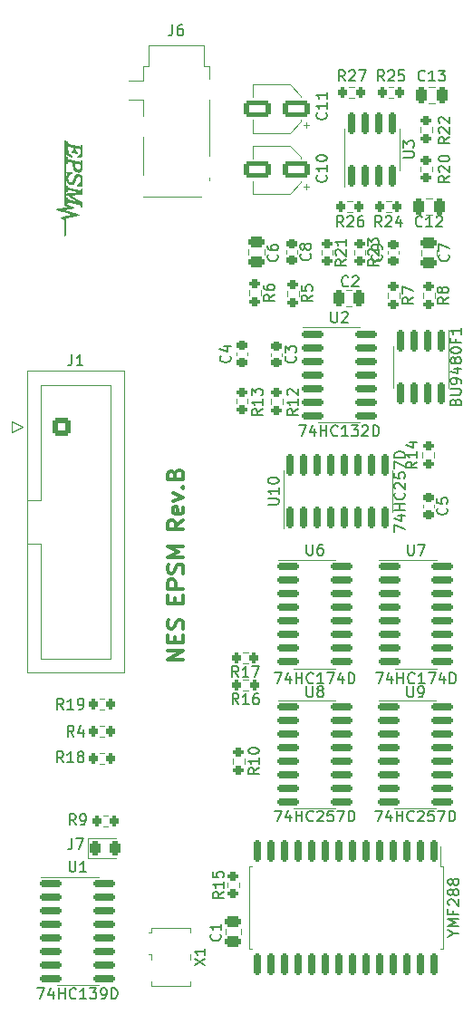
<source format=gbr>
%TF.GenerationSoftware,KiCad,Pcbnew,(7.0.0-0)*%
%TF.CreationDate,2023-03-31T09:05:14+02:00*%
%TF.ProjectId,Nes Sound Expansion,4e657320-536f-4756-9e64-20457870616e,rev?*%
%TF.SameCoordinates,Original*%
%TF.FileFunction,Legend,Top*%
%TF.FilePolarity,Positive*%
%FSLAX46Y46*%
G04 Gerber Fmt 4.6, Leading zero omitted, Abs format (unit mm)*
G04 Created by KiCad (PCBNEW (7.0.0-0)) date 2023-03-31 09:05:14*
%MOMM*%
%LPD*%
G01*
G04 APERTURE LIST*
G04 Aperture macros list*
%AMRoundRect*
0 Rectangle with rounded corners*
0 $1 Rounding radius*
0 $2 $3 $4 $5 $6 $7 $8 $9 X,Y pos of 4 corners*
0 Add a 4 corners polygon primitive as box body*
4,1,4,$2,$3,$4,$5,$6,$7,$8,$9,$2,$3,0*
0 Add four circle primitives for the rounded corners*
1,1,$1+$1,$2,$3*
1,1,$1+$1,$4,$5*
1,1,$1+$1,$6,$7*
1,1,$1+$1,$8,$9*
0 Add four rect primitives between the rounded corners*
20,1,$1+$1,$2,$3,$4,$5,0*
20,1,$1+$1,$4,$5,$6,$7,0*
20,1,$1+$1,$6,$7,$8,$9,0*
20,1,$1+$1,$8,$9,$2,$3,0*%
G04 Aperture macros list end*
%ADD10C,0.300000*%
%ADD11C,0.150000*%
%ADD12C,0.120000*%
%ADD13C,0.010000*%
%ADD14RoundRect,0.225000X0.250000X-0.225000X0.250000X0.225000X-0.250000X0.225000X-0.250000X-0.225000X0*%
%ADD15RoundRect,0.225000X-0.250000X0.225000X-0.250000X-0.225000X0.250000X-0.225000X0.250000X0.225000X0*%
%ADD16RoundRect,0.150000X-0.825000X-0.150000X0.825000X-0.150000X0.825000X0.150000X-0.825000X0.150000X0*%
%ADD17RoundRect,0.200000X-0.200000X-0.275000X0.200000X-0.275000X0.200000X0.275000X-0.200000X0.275000X0*%
%ADD18RoundRect,0.200000X-0.275000X0.200000X-0.275000X-0.200000X0.275000X-0.200000X0.275000X0.200000X0*%
%ADD19RoundRect,0.250000X0.250000X0.475000X-0.250000X0.475000X-0.250000X-0.475000X0.250000X-0.475000X0*%
%ADD20R,1.500000X1.600000*%
%ADD21RoundRect,0.200000X0.200000X0.275000X-0.200000X0.275000X-0.200000X-0.275000X0.200000X-0.275000X0*%
%ADD22RoundRect,0.150000X-0.150000X0.875000X-0.150000X-0.875000X0.150000X-0.875000X0.150000X0.875000X0*%
%ADD23RoundRect,0.200000X0.275000X-0.200000X0.275000X0.200000X-0.275000X0.200000X-0.275000X-0.200000X0*%
%ADD24RoundRect,0.250000X1.050000X0.550000X-1.050000X0.550000X-1.050000X-0.550000X1.050000X-0.550000X0*%
%ADD25C,1.500000*%
%ADD26R,2.000000X1.500000*%
%ADD27RoundRect,0.243750X-0.243750X-0.456250X0.243750X-0.456250X0.243750X0.456250X-0.243750X0.456250X0*%
%ADD28RoundRect,0.250000X-0.475000X0.250000X-0.475000X-0.250000X0.475000X-0.250000X0.475000X0.250000X0*%
%ADD29RoundRect,0.250000X0.475000X-0.250000X0.475000X0.250000X-0.475000X0.250000X-0.475000X-0.250000X0*%
%ADD30RoundRect,0.250000X-0.250000X-0.475000X0.250000X-0.475000X0.250000X0.475000X-0.250000X0.475000X0*%
%ADD31RoundRect,0.150000X0.150000X-0.825000X0.150000X0.825000X-0.150000X0.825000X-0.150000X-0.825000X0*%
%ADD32RoundRect,0.150000X-0.150000X0.825000X-0.150000X-0.825000X0.150000X-0.825000X0.150000X0.825000X0*%
%ADD33RoundRect,0.250000X-0.600000X-0.600000X0.600000X-0.600000X0.600000X0.600000X-0.600000X0.600000X0*%
%ADD34C,1.700000*%
%ADD35R,1.700000X1.700000*%
%ADD36O,1.700000X1.700000*%
G04 APERTURE END LIST*
D10*
X111168071Y-91596857D02*
X109668071Y-91596857D01*
X109668071Y-91596857D02*
X111168071Y-90739714D01*
X111168071Y-90739714D02*
X109668071Y-90739714D01*
X110382357Y-90025428D02*
X110382357Y-89525428D01*
X111168071Y-89311142D02*
X111168071Y-90025428D01*
X111168071Y-90025428D02*
X109668071Y-90025428D01*
X109668071Y-90025428D02*
X109668071Y-89311142D01*
X111096642Y-88739713D02*
X111168071Y-88525428D01*
X111168071Y-88525428D02*
X111168071Y-88168285D01*
X111168071Y-88168285D02*
X111096642Y-88025428D01*
X111096642Y-88025428D02*
X111025214Y-87953999D01*
X111025214Y-87953999D02*
X110882357Y-87882570D01*
X110882357Y-87882570D02*
X110739500Y-87882570D01*
X110739500Y-87882570D02*
X110596642Y-87953999D01*
X110596642Y-87953999D02*
X110525214Y-88025428D01*
X110525214Y-88025428D02*
X110453785Y-88168285D01*
X110453785Y-88168285D02*
X110382357Y-88453999D01*
X110382357Y-88453999D02*
X110310928Y-88596856D01*
X110310928Y-88596856D02*
X110239500Y-88668285D01*
X110239500Y-88668285D02*
X110096642Y-88739713D01*
X110096642Y-88739713D02*
X109953785Y-88739713D01*
X109953785Y-88739713D02*
X109810928Y-88668285D01*
X109810928Y-88668285D02*
X109739500Y-88596856D01*
X109739500Y-88596856D02*
X109668071Y-88453999D01*
X109668071Y-88453999D02*
X109668071Y-88096856D01*
X109668071Y-88096856D02*
X109739500Y-87882570D01*
X110382357Y-86339714D02*
X110382357Y-85839714D01*
X111168071Y-85625428D02*
X111168071Y-86339714D01*
X111168071Y-86339714D02*
X109668071Y-86339714D01*
X109668071Y-86339714D02*
X109668071Y-85625428D01*
X111168071Y-84982571D02*
X109668071Y-84982571D01*
X109668071Y-84982571D02*
X109668071Y-84411142D01*
X109668071Y-84411142D02*
X109739500Y-84268285D01*
X109739500Y-84268285D02*
X109810928Y-84196856D01*
X109810928Y-84196856D02*
X109953785Y-84125428D01*
X109953785Y-84125428D02*
X110168071Y-84125428D01*
X110168071Y-84125428D02*
X110310928Y-84196856D01*
X110310928Y-84196856D02*
X110382357Y-84268285D01*
X110382357Y-84268285D02*
X110453785Y-84411142D01*
X110453785Y-84411142D02*
X110453785Y-84982571D01*
X111096642Y-83553999D02*
X111168071Y-83339714D01*
X111168071Y-83339714D02*
X111168071Y-82982571D01*
X111168071Y-82982571D02*
X111096642Y-82839714D01*
X111096642Y-82839714D02*
X111025214Y-82768285D01*
X111025214Y-82768285D02*
X110882357Y-82696856D01*
X110882357Y-82696856D02*
X110739500Y-82696856D01*
X110739500Y-82696856D02*
X110596642Y-82768285D01*
X110596642Y-82768285D02*
X110525214Y-82839714D01*
X110525214Y-82839714D02*
X110453785Y-82982571D01*
X110453785Y-82982571D02*
X110382357Y-83268285D01*
X110382357Y-83268285D02*
X110310928Y-83411142D01*
X110310928Y-83411142D02*
X110239500Y-83482571D01*
X110239500Y-83482571D02*
X110096642Y-83553999D01*
X110096642Y-83553999D02*
X109953785Y-83553999D01*
X109953785Y-83553999D02*
X109810928Y-83482571D01*
X109810928Y-83482571D02*
X109739500Y-83411142D01*
X109739500Y-83411142D02*
X109668071Y-83268285D01*
X109668071Y-83268285D02*
X109668071Y-82911142D01*
X109668071Y-82911142D02*
X109739500Y-82696856D01*
X111168071Y-82054000D02*
X109668071Y-82054000D01*
X109668071Y-82054000D02*
X110739500Y-81554000D01*
X110739500Y-81554000D02*
X109668071Y-81054000D01*
X109668071Y-81054000D02*
X111168071Y-81054000D01*
X111168071Y-78582571D02*
X110453785Y-79082571D01*
X111168071Y-79439714D02*
X109668071Y-79439714D01*
X109668071Y-79439714D02*
X109668071Y-78868285D01*
X109668071Y-78868285D02*
X109739500Y-78725428D01*
X109739500Y-78725428D02*
X109810928Y-78653999D01*
X109810928Y-78653999D02*
X109953785Y-78582571D01*
X109953785Y-78582571D02*
X110168071Y-78582571D01*
X110168071Y-78582571D02*
X110310928Y-78653999D01*
X110310928Y-78653999D02*
X110382357Y-78725428D01*
X110382357Y-78725428D02*
X110453785Y-78868285D01*
X110453785Y-78868285D02*
X110453785Y-79439714D01*
X111096642Y-77368285D02*
X111168071Y-77511142D01*
X111168071Y-77511142D02*
X111168071Y-77796857D01*
X111168071Y-77796857D02*
X111096642Y-77939714D01*
X111096642Y-77939714D02*
X110953785Y-78011142D01*
X110953785Y-78011142D02*
X110382357Y-78011142D01*
X110382357Y-78011142D02*
X110239500Y-77939714D01*
X110239500Y-77939714D02*
X110168071Y-77796857D01*
X110168071Y-77796857D02*
X110168071Y-77511142D01*
X110168071Y-77511142D02*
X110239500Y-77368285D01*
X110239500Y-77368285D02*
X110382357Y-77296857D01*
X110382357Y-77296857D02*
X110525214Y-77296857D01*
X110525214Y-77296857D02*
X110668071Y-78011142D01*
X110168071Y-76796857D02*
X111168071Y-76439714D01*
X111168071Y-76439714D02*
X110168071Y-76082571D01*
X111025214Y-75511143D02*
X111096642Y-75439714D01*
X111096642Y-75439714D02*
X111168071Y-75511143D01*
X111168071Y-75511143D02*
X111096642Y-75582571D01*
X111096642Y-75582571D02*
X111025214Y-75511143D01*
X111025214Y-75511143D02*
X111168071Y-75511143D01*
X110382357Y-74296857D02*
X110453785Y-74082571D01*
X110453785Y-74082571D02*
X110525214Y-74011142D01*
X110525214Y-74011142D02*
X110668071Y-73939714D01*
X110668071Y-73939714D02*
X110882357Y-73939714D01*
X110882357Y-73939714D02*
X111025214Y-74011142D01*
X111025214Y-74011142D02*
X111096642Y-74082571D01*
X111096642Y-74082571D02*
X111168071Y-74225428D01*
X111168071Y-74225428D02*
X111168071Y-74796857D01*
X111168071Y-74796857D02*
X109668071Y-74796857D01*
X109668071Y-74796857D02*
X109668071Y-74296857D01*
X109668071Y-74296857D02*
X109739500Y-74154000D01*
X109739500Y-74154000D02*
X109810928Y-74082571D01*
X109810928Y-74082571D02*
X109953785Y-74011142D01*
X109953785Y-74011142D02*
X110096642Y-74011142D01*
X110096642Y-74011142D02*
X110239500Y-74082571D01*
X110239500Y-74082571D02*
X110310928Y-74154000D01*
X110310928Y-74154000D02*
X110382357Y-74296857D01*
X110382357Y-74296857D02*
X110382357Y-74796857D01*
D11*
%TO.C,C9*%
X129652142Y-53755666D02*
X129699761Y-53803285D01*
X129699761Y-53803285D02*
X129747380Y-53946142D01*
X129747380Y-53946142D02*
X129747380Y-54041380D01*
X129747380Y-54041380D02*
X129699761Y-54184237D01*
X129699761Y-54184237D02*
X129604523Y-54279475D01*
X129604523Y-54279475D02*
X129509285Y-54327094D01*
X129509285Y-54327094D02*
X129318809Y-54374713D01*
X129318809Y-54374713D02*
X129175952Y-54374713D01*
X129175952Y-54374713D02*
X128985476Y-54327094D01*
X128985476Y-54327094D02*
X128890238Y-54279475D01*
X128890238Y-54279475D02*
X128795000Y-54184237D01*
X128795000Y-54184237D02*
X128747380Y-54041380D01*
X128747380Y-54041380D02*
X128747380Y-53946142D01*
X128747380Y-53946142D02*
X128795000Y-53803285D01*
X128795000Y-53803285D02*
X128842619Y-53755666D01*
X129747380Y-53279475D02*
X129747380Y-53088999D01*
X129747380Y-53088999D02*
X129699761Y-52993761D01*
X129699761Y-52993761D02*
X129652142Y-52946142D01*
X129652142Y-52946142D02*
X129509285Y-52850904D01*
X129509285Y-52850904D02*
X129318809Y-52803285D01*
X129318809Y-52803285D02*
X128937857Y-52803285D01*
X128937857Y-52803285D02*
X128842619Y-52850904D01*
X128842619Y-52850904D02*
X128795000Y-52898523D01*
X128795000Y-52898523D02*
X128747380Y-52993761D01*
X128747380Y-52993761D02*
X128747380Y-53184237D01*
X128747380Y-53184237D02*
X128795000Y-53279475D01*
X128795000Y-53279475D02*
X128842619Y-53327094D01*
X128842619Y-53327094D02*
X128937857Y-53374713D01*
X128937857Y-53374713D02*
X129175952Y-53374713D01*
X129175952Y-53374713D02*
X129271190Y-53327094D01*
X129271190Y-53327094D02*
X129318809Y-53279475D01*
X129318809Y-53279475D02*
X129366428Y-53184237D01*
X129366428Y-53184237D02*
X129366428Y-52993761D01*
X129366428Y-52993761D02*
X129318809Y-52898523D01*
X129318809Y-52898523D02*
X129271190Y-52850904D01*
X129271190Y-52850904D02*
X129175952Y-52803285D01*
%TO.C,C8*%
X122987142Y-53694666D02*
X123034761Y-53742285D01*
X123034761Y-53742285D02*
X123082380Y-53885142D01*
X123082380Y-53885142D02*
X123082380Y-53980380D01*
X123082380Y-53980380D02*
X123034761Y-54123237D01*
X123034761Y-54123237D02*
X122939523Y-54218475D01*
X122939523Y-54218475D02*
X122844285Y-54266094D01*
X122844285Y-54266094D02*
X122653809Y-54313713D01*
X122653809Y-54313713D02*
X122510952Y-54313713D01*
X122510952Y-54313713D02*
X122320476Y-54266094D01*
X122320476Y-54266094D02*
X122225238Y-54218475D01*
X122225238Y-54218475D02*
X122130000Y-54123237D01*
X122130000Y-54123237D02*
X122082380Y-53980380D01*
X122082380Y-53980380D02*
X122082380Y-53885142D01*
X122082380Y-53885142D02*
X122130000Y-53742285D01*
X122130000Y-53742285D02*
X122177619Y-53694666D01*
X122510952Y-53123237D02*
X122463333Y-53218475D01*
X122463333Y-53218475D02*
X122415714Y-53266094D01*
X122415714Y-53266094D02*
X122320476Y-53313713D01*
X122320476Y-53313713D02*
X122272857Y-53313713D01*
X122272857Y-53313713D02*
X122177619Y-53266094D01*
X122177619Y-53266094D02*
X122130000Y-53218475D01*
X122130000Y-53218475D02*
X122082380Y-53123237D01*
X122082380Y-53123237D02*
X122082380Y-52932761D01*
X122082380Y-52932761D02*
X122130000Y-52837523D01*
X122130000Y-52837523D02*
X122177619Y-52789904D01*
X122177619Y-52789904D02*
X122272857Y-52742285D01*
X122272857Y-52742285D02*
X122320476Y-52742285D01*
X122320476Y-52742285D02*
X122415714Y-52789904D01*
X122415714Y-52789904D02*
X122463333Y-52837523D01*
X122463333Y-52837523D02*
X122510952Y-52932761D01*
X122510952Y-52932761D02*
X122510952Y-53123237D01*
X122510952Y-53123237D02*
X122558571Y-53218475D01*
X122558571Y-53218475D02*
X122606190Y-53266094D01*
X122606190Y-53266094D02*
X122701428Y-53313713D01*
X122701428Y-53313713D02*
X122891904Y-53313713D01*
X122891904Y-53313713D02*
X122987142Y-53266094D01*
X122987142Y-53266094D02*
X123034761Y-53218475D01*
X123034761Y-53218475D02*
X123082380Y-53123237D01*
X123082380Y-53123237D02*
X123082380Y-52932761D01*
X123082380Y-52932761D02*
X123034761Y-52837523D01*
X123034761Y-52837523D02*
X122987142Y-52789904D01*
X122987142Y-52789904D02*
X122891904Y-52742285D01*
X122891904Y-52742285D02*
X122701428Y-52742285D01*
X122701428Y-52742285D02*
X122606190Y-52789904D01*
X122606190Y-52789904D02*
X122558571Y-52837523D01*
X122558571Y-52837523D02*
X122510952Y-52932761D01*
%TO.C,C5*%
X135749142Y-77443666D02*
X135796761Y-77491285D01*
X135796761Y-77491285D02*
X135844380Y-77634142D01*
X135844380Y-77634142D02*
X135844380Y-77729380D01*
X135844380Y-77729380D02*
X135796761Y-77872237D01*
X135796761Y-77872237D02*
X135701523Y-77967475D01*
X135701523Y-77967475D02*
X135606285Y-78015094D01*
X135606285Y-78015094D02*
X135415809Y-78062713D01*
X135415809Y-78062713D02*
X135272952Y-78062713D01*
X135272952Y-78062713D02*
X135082476Y-78015094D01*
X135082476Y-78015094D02*
X134987238Y-77967475D01*
X134987238Y-77967475D02*
X134892000Y-77872237D01*
X134892000Y-77872237D02*
X134844380Y-77729380D01*
X134844380Y-77729380D02*
X134844380Y-77634142D01*
X134844380Y-77634142D02*
X134892000Y-77491285D01*
X134892000Y-77491285D02*
X134939619Y-77443666D01*
X134844380Y-76538904D02*
X134844380Y-77015094D01*
X134844380Y-77015094D02*
X135320571Y-77062713D01*
X135320571Y-77062713D02*
X135272952Y-77015094D01*
X135272952Y-77015094D02*
X135225333Y-76919856D01*
X135225333Y-76919856D02*
X135225333Y-76681761D01*
X135225333Y-76681761D02*
X135272952Y-76586523D01*
X135272952Y-76586523D02*
X135320571Y-76538904D01*
X135320571Y-76538904D02*
X135415809Y-76491285D01*
X135415809Y-76491285D02*
X135653904Y-76491285D01*
X135653904Y-76491285D02*
X135749142Y-76538904D01*
X135749142Y-76538904D02*
X135796761Y-76586523D01*
X135796761Y-76586523D02*
X135844380Y-76681761D01*
X135844380Y-76681761D02*
X135844380Y-76919856D01*
X135844380Y-76919856D02*
X135796761Y-77015094D01*
X135796761Y-77015094D02*
X135749142Y-77062713D01*
%TO.C,C4*%
X115493142Y-63224666D02*
X115540761Y-63272285D01*
X115540761Y-63272285D02*
X115588380Y-63415142D01*
X115588380Y-63415142D02*
X115588380Y-63510380D01*
X115588380Y-63510380D02*
X115540761Y-63653237D01*
X115540761Y-63653237D02*
X115445523Y-63748475D01*
X115445523Y-63748475D02*
X115350285Y-63796094D01*
X115350285Y-63796094D02*
X115159809Y-63843713D01*
X115159809Y-63843713D02*
X115016952Y-63843713D01*
X115016952Y-63843713D02*
X114826476Y-63796094D01*
X114826476Y-63796094D02*
X114731238Y-63748475D01*
X114731238Y-63748475D02*
X114636000Y-63653237D01*
X114636000Y-63653237D02*
X114588380Y-63510380D01*
X114588380Y-63510380D02*
X114588380Y-63415142D01*
X114588380Y-63415142D02*
X114636000Y-63272285D01*
X114636000Y-63272285D02*
X114683619Y-63224666D01*
X114921714Y-62367523D02*
X115588380Y-62367523D01*
X114540761Y-62605618D02*
X115255047Y-62843713D01*
X115255047Y-62843713D02*
X115255047Y-62224666D01*
%TO.C,C3*%
X121590142Y-63272666D02*
X121637761Y-63320285D01*
X121637761Y-63320285D02*
X121685380Y-63463142D01*
X121685380Y-63463142D02*
X121685380Y-63558380D01*
X121685380Y-63558380D02*
X121637761Y-63701237D01*
X121637761Y-63701237D02*
X121542523Y-63796475D01*
X121542523Y-63796475D02*
X121447285Y-63844094D01*
X121447285Y-63844094D02*
X121256809Y-63891713D01*
X121256809Y-63891713D02*
X121113952Y-63891713D01*
X121113952Y-63891713D02*
X120923476Y-63844094D01*
X120923476Y-63844094D02*
X120828238Y-63796475D01*
X120828238Y-63796475D02*
X120733000Y-63701237D01*
X120733000Y-63701237D02*
X120685380Y-63558380D01*
X120685380Y-63558380D02*
X120685380Y-63463142D01*
X120685380Y-63463142D02*
X120733000Y-63320285D01*
X120733000Y-63320285D02*
X120780619Y-63272666D01*
X120685380Y-62939332D02*
X120685380Y-62320285D01*
X120685380Y-62320285D02*
X121066333Y-62653618D01*
X121066333Y-62653618D02*
X121066333Y-62510761D01*
X121066333Y-62510761D02*
X121113952Y-62415523D01*
X121113952Y-62415523D02*
X121161571Y-62367904D01*
X121161571Y-62367904D02*
X121256809Y-62320285D01*
X121256809Y-62320285D02*
X121494904Y-62320285D01*
X121494904Y-62320285D02*
X121590142Y-62367904D01*
X121590142Y-62367904D02*
X121637761Y-62415523D01*
X121637761Y-62415523D02*
X121685380Y-62510761D01*
X121685380Y-62510761D02*
X121685380Y-62796475D01*
X121685380Y-62796475D02*
X121637761Y-62891713D01*
X121637761Y-62891713D02*
X121590142Y-62939332D01*
%TO.C,U1*%
X100519095Y-110434380D02*
X100519095Y-111243904D01*
X100519095Y-111243904D02*
X100566714Y-111339142D01*
X100566714Y-111339142D02*
X100614333Y-111386761D01*
X100614333Y-111386761D02*
X100709571Y-111434380D01*
X100709571Y-111434380D02*
X100900047Y-111434380D01*
X100900047Y-111434380D02*
X100995285Y-111386761D01*
X100995285Y-111386761D02*
X101042904Y-111339142D01*
X101042904Y-111339142D02*
X101090523Y-111243904D01*
X101090523Y-111243904D02*
X101090523Y-110434380D01*
X102090523Y-111434380D02*
X101519095Y-111434380D01*
X101804809Y-111434380D02*
X101804809Y-110434380D01*
X101804809Y-110434380D02*
X101709571Y-110577238D01*
X101709571Y-110577238D02*
X101614333Y-110672476D01*
X101614333Y-110672476D02*
X101519095Y-110720095D01*
X97519095Y-122303380D02*
X98185761Y-122303380D01*
X98185761Y-122303380D02*
X97757190Y-123303380D01*
X98995285Y-122636714D02*
X98995285Y-123303380D01*
X98757190Y-122255761D02*
X98519095Y-122970047D01*
X98519095Y-122970047D02*
X99138142Y-122970047D01*
X99519095Y-123303380D02*
X99519095Y-122303380D01*
X99519095Y-122779571D02*
X100090523Y-122779571D01*
X100090523Y-123303380D02*
X100090523Y-122303380D01*
X101138142Y-123208142D02*
X101090523Y-123255761D01*
X101090523Y-123255761D02*
X100947666Y-123303380D01*
X100947666Y-123303380D02*
X100852428Y-123303380D01*
X100852428Y-123303380D02*
X100709571Y-123255761D01*
X100709571Y-123255761D02*
X100614333Y-123160523D01*
X100614333Y-123160523D02*
X100566714Y-123065285D01*
X100566714Y-123065285D02*
X100519095Y-122874809D01*
X100519095Y-122874809D02*
X100519095Y-122731952D01*
X100519095Y-122731952D02*
X100566714Y-122541476D01*
X100566714Y-122541476D02*
X100614333Y-122446238D01*
X100614333Y-122446238D02*
X100709571Y-122351000D01*
X100709571Y-122351000D02*
X100852428Y-122303380D01*
X100852428Y-122303380D02*
X100947666Y-122303380D01*
X100947666Y-122303380D02*
X101090523Y-122351000D01*
X101090523Y-122351000D02*
X101138142Y-122398619D01*
X102090523Y-123303380D02*
X101519095Y-123303380D01*
X101804809Y-123303380D02*
X101804809Y-122303380D01*
X101804809Y-122303380D02*
X101709571Y-122446238D01*
X101709571Y-122446238D02*
X101614333Y-122541476D01*
X101614333Y-122541476D02*
X101519095Y-122589095D01*
X102423857Y-122303380D02*
X103042904Y-122303380D01*
X103042904Y-122303380D02*
X102709571Y-122684333D01*
X102709571Y-122684333D02*
X102852428Y-122684333D01*
X102852428Y-122684333D02*
X102947666Y-122731952D01*
X102947666Y-122731952D02*
X102995285Y-122779571D01*
X102995285Y-122779571D02*
X103042904Y-122874809D01*
X103042904Y-122874809D02*
X103042904Y-123112904D01*
X103042904Y-123112904D02*
X102995285Y-123208142D01*
X102995285Y-123208142D02*
X102947666Y-123255761D01*
X102947666Y-123255761D02*
X102852428Y-123303380D01*
X102852428Y-123303380D02*
X102566714Y-123303380D01*
X102566714Y-123303380D02*
X102471476Y-123255761D01*
X102471476Y-123255761D02*
X102423857Y-123208142D01*
X103519095Y-123303380D02*
X103709571Y-123303380D01*
X103709571Y-123303380D02*
X103804809Y-123255761D01*
X103804809Y-123255761D02*
X103852428Y-123208142D01*
X103852428Y-123208142D02*
X103947666Y-123065285D01*
X103947666Y-123065285D02*
X103995285Y-122874809D01*
X103995285Y-122874809D02*
X103995285Y-122493857D01*
X103995285Y-122493857D02*
X103947666Y-122398619D01*
X103947666Y-122398619D02*
X103900047Y-122351000D01*
X103900047Y-122351000D02*
X103804809Y-122303380D01*
X103804809Y-122303380D02*
X103614333Y-122303380D01*
X103614333Y-122303380D02*
X103519095Y-122351000D01*
X103519095Y-122351000D02*
X103471476Y-122398619D01*
X103471476Y-122398619D02*
X103423857Y-122493857D01*
X103423857Y-122493857D02*
X103423857Y-122731952D01*
X103423857Y-122731952D02*
X103471476Y-122827190D01*
X103471476Y-122827190D02*
X103519095Y-122874809D01*
X103519095Y-122874809D02*
X103614333Y-122922428D01*
X103614333Y-122922428D02*
X103804809Y-122922428D01*
X103804809Y-122922428D02*
X103900047Y-122874809D01*
X103900047Y-122874809D02*
X103947666Y-122827190D01*
X103947666Y-122827190D02*
X103995285Y-122731952D01*
X104423857Y-123303380D02*
X104423857Y-122303380D01*
X104423857Y-122303380D02*
X104661952Y-122303380D01*
X104661952Y-122303380D02*
X104804809Y-122351000D01*
X104804809Y-122351000D02*
X104900047Y-122446238D01*
X104900047Y-122446238D02*
X104947666Y-122541476D01*
X104947666Y-122541476D02*
X104995285Y-122731952D01*
X104995285Y-122731952D02*
X104995285Y-122874809D01*
X104995285Y-122874809D02*
X104947666Y-123065285D01*
X104947666Y-123065285D02*
X104900047Y-123160523D01*
X104900047Y-123160523D02*
X104804809Y-123255761D01*
X104804809Y-123255761D02*
X104661952Y-123303380D01*
X104661952Y-123303380D02*
X104423857Y-123303380D01*
%TO.C,R9*%
X101116333Y-107047380D02*
X100783000Y-106571190D01*
X100544905Y-107047380D02*
X100544905Y-106047380D01*
X100544905Y-106047380D02*
X100925857Y-106047380D01*
X100925857Y-106047380D02*
X101021095Y-106095000D01*
X101021095Y-106095000D02*
X101068714Y-106142619D01*
X101068714Y-106142619D02*
X101116333Y-106237857D01*
X101116333Y-106237857D02*
X101116333Y-106380714D01*
X101116333Y-106380714D02*
X101068714Y-106475952D01*
X101068714Y-106475952D02*
X101021095Y-106523571D01*
X101021095Y-106523571D02*
X100925857Y-106571190D01*
X100925857Y-106571190D02*
X100544905Y-106571190D01*
X101592524Y-107047380D02*
X101783000Y-107047380D01*
X101783000Y-107047380D02*
X101878238Y-106999761D01*
X101878238Y-106999761D02*
X101925857Y-106952142D01*
X101925857Y-106952142D02*
X102021095Y-106809285D01*
X102021095Y-106809285D02*
X102068714Y-106618809D01*
X102068714Y-106618809D02*
X102068714Y-106237857D01*
X102068714Y-106237857D02*
X102021095Y-106142619D01*
X102021095Y-106142619D02*
X101973476Y-106095000D01*
X101973476Y-106095000D02*
X101878238Y-106047380D01*
X101878238Y-106047380D02*
X101687762Y-106047380D01*
X101687762Y-106047380D02*
X101592524Y-106095000D01*
X101592524Y-106095000D02*
X101544905Y-106142619D01*
X101544905Y-106142619D02*
X101497286Y-106237857D01*
X101497286Y-106237857D02*
X101497286Y-106475952D01*
X101497286Y-106475952D02*
X101544905Y-106571190D01*
X101544905Y-106571190D02*
X101592524Y-106618809D01*
X101592524Y-106618809D02*
X101687762Y-106666428D01*
X101687762Y-106666428D02*
X101878238Y-106666428D01*
X101878238Y-106666428D02*
X101973476Y-106618809D01*
X101973476Y-106618809D02*
X102021095Y-106571190D01*
X102021095Y-106571190D02*
X102068714Y-106475952D01*
%TO.C,U7*%
X132145095Y-80843380D02*
X132145095Y-81652904D01*
X132145095Y-81652904D02*
X132192714Y-81748142D01*
X132192714Y-81748142D02*
X132240333Y-81795761D01*
X132240333Y-81795761D02*
X132335571Y-81843380D01*
X132335571Y-81843380D02*
X132526047Y-81843380D01*
X132526047Y-81843380D02*
X132621285Y-81795761D01*
X132621285Y-81795761D02*
X132668904Y-81748142D01*
X132668904Y-81748142D02*
X132716523Y-81652904D01*
X132716523Y-81652904D02*
X132716523Y-80843380D01*
X133097476Y-80843380D02*
X133764142Y-80843380D01*
X133764142Y-80843380D02*
X133335571Y-81843380D01*
X129145095Y-92839380D02*
X129811761Y-92839380D01*
X129811761Y-92839380D02*
X129383190Y-93839380D01*
X130621285Y-93172714D02*
X130621285Y-93839380D01*
X130383190Y-92791761D02*
X130145095Y-93506047D01*
X130145095Y-93506047D02*
X130764142Y-93506047D01*
X131145095Y-93839380D02*
X131145095Y-92839380D01*
X131145095Y-93315571D02*
X131716523Y-93315571D01*
X131716523Y-93839380D02*
X131716523Y-92839380D01*
X132764142Y-93744142D02*
X132716523Y-93791761D01*
X132716523Y-93791761D02*
X132573666Y-93839380D01*
X132573666Y-93839380D02*
X132478428Y-93839380D01*
X132478428Y-93839380D02*
X132335571Y-93791761D01*
X132335571Y-93791761D02*
X132240333Y-93696523D01*
X132240333Y-93696523D02*
X132192714Y-93601285D01*
X132192714Y-93601285D02*
X132145095Y-93410809D01*
X132145095Y-93410809D02*
X132145095Y-93267952D01*
X132145095Y-93267952D02*
X132192714Y-93077476D01*
X132192714Y-93077476D02*
X132240333Y-92982238D01*
X132240333Y-92982238D02*
X132335571Y-92887000D01*
X132335571Y-92887000D02*
X132478428Y-92839380D01*
X132478428Y-92839380D02*
X132573666Y-92839380D01*
X132573666Y-92839380D02*
X132716523Y-92887000D01*
X132716523Y-92887000D02*
X132764142Y-92934619D01*
X133716523Y-93839380D02*
X133145095Y-93839380D01*
X133430809Y-93839380D02*
X133430809Y-92839380D01*
X133430809Y-92839380D02*
X133335571Y-92982238D01*
X133335571Y-92982238D02*
X133240333Y-93077476D01*
X133240333Y-93077476D02*
X133145095Y-93125095D01*
X134049857Y-92839380D02*
X134716523Y-92839380D01*
X134716523Y-92839380D02*
X134287952Y-93839380D01*
X135526047Y-93172714D02*
X135526047Y-93839380D01*
X135287952Y-92791761D02*
X135049857Y-93506047D01*
X135049857Y-93506047D02*
X135668904Y-93506047D01*
X136049857Y-93839380D02*
X136049857Y-92839380D01*
X136049857Y-92839380D02*
X136287952Y-92839380D01*
X136287952Y-92839380D02*
X136430809Y-92887000D01*
X136430809Y-92887000D02*
X136526047Y-92982238D01*
X136526047Y-92982238D02*
X136573666Y-93077476D01*
X136573666Y-93077476D02*
X136621285Y-93267952D01*
X136621285Y-93267952D02*
X136621285Y-93410809D01*
X136621285Y-93410809D02*
X136573666Y-93601285D01*
X136573666Y-93601285D02*
X136526047Y-93696523D01*
X136526047Y-93696523D02*
X136430809Y-93791761D01*
X136430809Y-93791761D02*
X136287952Y-93839380D01*
X136287952Y-93839380D02*
X136049857Y-93839380D01*
%TO.C,U2*%
X124968095Y-59111380D02*
X124968095Y-59920904D01*
X124968095Y-59920904D02*
X125015714Y-60016142D01*
X125015714Y-60016142D02*
X125063333Y-60063761D01*
X125063333Y-60063761D02*
X125158571Y-60111380D01*
X125158571Y-60111380D02*
X125349047Y-60111380D01*
X125349047Y-60111380D02*
X125444285Y-60063761D01*
X125444285Y-60063761D02*
X125491904Y-60016142D01*
X125491904Y-60016142D02*
X125539523Y-59920904D01*
X125539523Y-59920904D02*
X125539523Y-59111380D01*
X125968095Y-59206619D02*
X126015714Y-59159000D01*
X126015714Y-59159000D02*
X126110952Y-59111380D01*
X126110952Y-59111380D02*
X126349047Y-59111380D01*
X126349047Y-59111380D02*
X126444285Y-59159000D01*
X126444285Y-59159000D02*
X126491904Y-59206619D01*
X126491904Y-59206619D02*
X126539523Y-59301857D01*
X126539523Y-59301857D02*
X126539523Y-59397095D01*
X126539523Y-59397095D02*
X126491904Y-59539952D01*
X126491904Y-59539952D02*
X125920476Y-60111380D01*
X125920476Y-60111380D02*
X126539523Y-60111380D01*
X121968095Y-69725380D02*
X122634761Y-69725380D01*
X122634761Y-69725380D02*
X122206190Y-70725380D01*
X123444285Y-70058714D02*
X123444285Y-70725380D01*
X123206190Y-69677761D02*
X122968095Y-70392047D01*
X122968095Y-70392047D02*
X123587142Y-70392047D01*
X123968095Y-70725380D02*
X123968095Y-69725380D01*
X123968095Y-70201571D02*
X124539523Y-70201571D01*
X124539523Y-70725380D02*
X124539523Y-69725380D01*
X125587142Y-70630142D02*
X125539523Y-70677761D01*
X125539523Y-70677761D02*
X125396666Y-70725380D01*
X125396666Y-70725380D02*
X125301428Y-70725380D01*
X125301428Y-70725380D02*
X125158571Y-70677761D01*
X125158571Y-70677761D02*
X125063333Y-70582523D01*
X125063333Y-70582523D02*
X125015714Y-70487285D01*
X125015714Y-70487285D02*
X124968095Y-70296809D01*
X124968095Y-70296809D02*
X124968095Y-70153952D01*
X124968095Y-70153952D02*
X125015714Y-69963476D01*
X125015714Y-69963476D02*
X125063333Y-69868238D01*
X125063333Y-69868238D02*
X125158571Y-69773000D01*
X125158571Y-69773000D02*
X125301428Y-69725380D01*
X125301428Y-69725380D02*
X125396666Y-69725380D01*
X125396666Y-69725380D02*
X125539523Y-69773000D01*
X125539523Y-69773000D02*
X125587142Y-69820619D01*
X126539523Y-70725380D02*
X125968095Y-70725380D01*
X126253809Y-70725380D02*
X126253809Y-69725380D01*
X126253809Y-69725380D02*
X126158571Y-69868238D01*
X126158571Y-69868238D02*
X126063333Y-69963476D01*
X126063333Y-69963476D02*
X125968095Y-70011095D01*
X126872857Y-69725380D02*
X127491904Y-69725380D01*
X127491904Y-69725380D02*
X127158571Y-70106333D01*
X127158571Y-70106333D02*
X127301428Y-70106333D01*
X127301428Y-70106333D02*
X127396666Y-70153952D01*
X127396666Y-70153952D02*
X127444285Y-70201571D01*
X127444285Y-70201571D02*
X127491904Y-70296809D01*
X127491904Y-70296809D02*
X127491904Y-70534904D01*
X127491904Y-70534904D02*
X127444285Y-70630142D01*
X127444285Y-70630142D02*
X127396666Y-70677761D01*
X127396666Y-70677761D02*
X127301428Y-70725380D01*
X127301428Y-70725380D02*
X127015714Y-70725380D01*
X127015714Y-70725380D02*
X126920476Y-70677761D01*
X126920476Y-70677761D02*
X126872857Y-70630142D01*
X127872857Y-69820619D02*
X127920476Y-69773000D01*
X127920476Y-69773000D02*
X128015714Y-69725380D01*
X128015714Y-69725380D02*
X128253809Y-69725380D01*
X128253809Y-69725380D02*
X128349047Y-69773000D01*
X128349047Y-69773000D02*
X128396666Y-69820619D01*
X128396666Y-69820619D02*
X128444285Y-69915857D01*
X128444285Y-69915857D02*
X128444285Y-70011095D01*
X128444285Y-70011095D02*
X128396666Y-70153952D01*
X128396666Y-70153952D02*
X127825238Y-70725380D01*
X127825238Y-70725380D02*
X128444285Y-70725380D01*
X128872857Y-70725380D02*
X128872857Y-69725380D01*
X128872857Y-69725380D02*
X129110952Y-69725380D01*
X129110952Y-69725380D02*
X129253809Y-69773000D01*
X129253809Y-69773000D02*
X129349047Y-69868238D01*
X129349047Y-69868238D02*
X129396666Y-69963476D01*
X129396666Y-69963476D02*
X129444285Y-70153952D01*
X129444285Y-70153952D02*
X129444285Y-70296809D01*
X129444285Y-70296809D02*
X129396666Y-70487285D01*
X129396666Y-70487285D02*
X129349047Y-70582523D01*
X129349047Y-70582523D02*
X129253809Y-70677761D01*
X129253809Y-70677761D02*
X129110952Y-70725380D01*
X129110952Y-70725380D02*
X128872857Y-70725380D01*
%TO.C,R6*%
X119653380Y-57499666D02*
X119177190Y-57832999D01*
X119653380Y-58071094D02*
X118653380Y-58071094D01*
X118653380Y-58071094D02*
X118653380Y-57690142D01*
X118653380Y-57690142D02*
X118701000Y-57594904D01*
X118701000Y-57594904D02*
X118748619Y-57547285D01*
X118748619Y-57547285D02*
X118843857Y-57499666D01*
X118843857Y-57499666D02*
X118986714Y-57499666D01*
X118986714Y-57499666D02*
X119081952Y-57547285D01*
X119081952Y-57547285D02*
X119129571Y-57594904D01*
X119129571Y-57594904D02*
X119177190Y-57690142D01*
X119177190Y-57690142D02*
X119177190Y-58071094D01*
X118653380Y-56642523D02*
X118653380Y-56832999D01*
X118653380Y-56832999D02*
X118701000Y-56928237D01*
X118701000Y-56928237D02*
X118748619Y-56975856D01*
X118748619Y-56975856D02*
X118891476Y-57071094D01*
X118891476Y-57071094D02*
X119081952Y-57118713D01*
X119081952Y-57118713D02*
X119462904Y-57118713D01*
X119462904Y-57118713D02*
X119558142Y-57071094D01*
X119558142Y-57071094D02*
X119605761Y-57023475D01*
X119605761Y-57023475D02*
X119653380Y-56928237D01*
X119653380Y-56928237D02*
X119653380Y-56737761D01*
X119653380Y-56737761D02*
X119605761Y-56642523D01*
X119605761Y-56642523D02*
X119558142Y-56594904D01*
X119558142Y-56594904D02*
X119462904Y-56547285D01*
X119462904Y-56547285D02*
X119224809Y-56547285D01*
X119224809Y-56547285D02*
X119129571Y-56594904D01*
X119129571Y-56594904D02*
X119081952Y-56642523D01*
X119081952Y-56642523D02*
X119034333Y-56737761D01*
X119034333Y-56737761D02*
X119034333Y-56928237D01*
X119034333Y-56928237D02*
X119081952Y-57023475D01*
X119081952Y-57023475D02*
X119129571Y-57071094D01*
X119129571Y-57071094D02*
X119224809Y-57118713D01*
%TO.C,U6*%
X122682095Y-80843380D02*
X122682095Y-81652904D01*
X122682095Y-81652904D02*
X122729714Y-81748142D01*
X122729714Y-81748142D02*
X122777333Y-81795761D01*
X122777333Y-81795761D02*
X122872571Y-81843380D01*
X122872571Y-81843380D02*
X123063047Y-81843380D01*
X123063047Y-81843380D02*
X123158285Y-81795761D01*
X123158285Y-81795761D02*
X123205904Y-81748142D01*
X123205904Y-81748142D02*
X123253523Y-81652904D01*
X123253523Y-81652904D02*
X123253523Y-80843380D01*
X124158285Y-80843380D02*
X123967809Y-80843380D01*
X123967809Y-80843380D02*
X123872571Y-80891000D01*
X123872571Y-80891000D02*
X123824952Y-80938619D01*
X123824952Y-80938619D02*
X123729714Y-81081476D01*
X123729714Y-81081476D02*
X123682095Y-81271952D01*
X123682095Y-81271952D02*
X123682095Y-81652904D01*
X123682095Y-81652904D02*
X123729714Y-81748142D01*
X123729714Y-81748142D02*
X123777333Y-81795761D01*
X123777333Y-81795761D02*
X123872571Y-81843380D01*
X123872571Y-81843380D02*
X124063047Y-81843380D01*
X124063047Y-81843380D02*
X124158285Y-81795761D01*
X124158285Y-81795761D02*
X124205904Y-81748142D01*
X124205904Y-81748142D02*
X124253523Y-81652904D01*
X124253523Y-81652904D02*
X124253523Y-81414809D01*
X124253523Y-81414809D02*
X124205904Y-81319571D01*
X124205904Y-81319571D02*
X124158285Y-81271952D01*
X124158285Y-81271952D02*
X124063047Y-81224333D01*
X124063047Y-81224333D02*
X123872571Y-81224333D01*
X123872571Y-81224333D02*
X123777333Y-81271952D01*
X123777333Y-81271952D02*
X123729714Y-81319571D01*
X123729714Y-81319571D02*
X123682095Y-81414809D01*
X119682095Y-92839380D02*
X120348761Y-92839380D01*
X120348761Y-92839380D02*
X119920190Y-93839380D01*
X121158285Y-93172714D02*
X121158285Y-93839380D01*
X120920190Y-92791761D02*
X120682095Y-93506047D01*
X120682095Y-93506047D02*
X121301142Y-93506047D01*
X121682095Y-93839380D02*
X121682095Y-92839380D01*
X121682095Y-93315571D02*
X122253523Y-93315571D01*
X122253523Y-93839380D02*
X122253523Y-92839380D01*
X123301142Y-93744142D02*
X123253523Y-93791761D01*
X123253523Y-93791761D02*
X123110666Y-93839380D01*
X123110666Y-93839380D02*
X123015428Y-93839380D01*
X123015428Y-93839380D02*
X122872571Y-93791761D01*
X122872571Y-93791761D02*
X122777333Y-93696523D01*
X122777333Y-93696523D02*
X122729714Y-93601285D01*
X122729714Y-93601285D02*
X122682095Y-93410809D01*
X122682095Y-93410809D02*
X122682095Y-93267952D01*
X122682095Y-93267952D02*
X122729714Y-93077476D01*
X122729714Y-93077476D02*
X122777333Y-92982238D01*
X122777333Y-92982238D02*
X122872571Y-92887000D01*
X122872571Y-92887000D02*
X123015428Y-92839380D01*
X123015428Y-92839380D02*
X123110666Y-92839380D01*
X123110666Y-92839380D02*
X123253523Y-92887000D01*
X123253523Y-92887000D02*
X123301142Y-92934619D01*
X124253523Y-93839380D02*
X123682095Y-93839380D01*
X123967809Y-93839380D02*
X123967809Y-92839380D01*
X123967809Y-92839380D02*
X123872571Y-92982238D01*
X123872571Y-92982238D02*
X123777333Y-93077476D01*
X123777333Y-93077476D02*
X123682095Y-93125095D01*
X124586857Y-92839380D02*
X125253523Y-92839380D01*
X125253523Y-92839380D02*
X124824952Y-93839380D01*
X126063047Y-93172714D02*
X126063047Y-93839380D01*
X125824952Y-92791761D02*
X125586857Y-93506047D01*
X125586857Y-93506047D02*
X126205904Y-93506047D01*
X126586857Y-93839380D02*
X126586857Y-92839380D01*
X126586857Y-92839380D02*
X126824952Y-92839380D01*
X126824952Y-92839380D02*
X126967809Y-92887000D01*
X126967809Y-92887000D02*
X127063047Y-92982238D01*
X127063047Y-92982238D02*
X127110666Y-93077476D01*
X127110666Y-93077476D02*
X127158285Y-93267952D01*
X127158285Y-93267952D02*
X127158285Y-93410809D01*
X127158285Y-93410809D02*
X127110666Y-93601285D01*
X127110666Y-93601285D02*
X127063047Y-93696523D01*
X127063047Y-93696523D02*
X126967809Y-93791761D01*
X126967809Y-93791761D02*
X126824952Y-93839380D01*
X126824952Y-93839380D02*
X126586857Y-93839380D01*
%TO.C,C2*%
X126579333Y-56660142D02*
X126531714Y-56707761D01*
X126531714Y-56707761D02*
X126388857Y-56755380D01*
X126388857Y-56755380D02*
X126293619Y-56755380D01*
X126293619Y-56755380D02*
X126150762Y-56707761D01*
X126150762Y-56707761D02*
X126055524Y-56612523D01*
X126055524Y-56612523D02*
X126007905Y-56517285D01*
X126007905Y-56517285D02*
X125960286Y-56326809D01*
X125960286Y-56326809D02*
X125960286Y-56183952D01*
X125960286Y-56183952D02*
X126007905Y-55993476D01*
X126007905Y-55993476D02*
X126055524Y-55898238D01*
X126055524Y-55898238D02*
X126150762Y-55803000D01*
X126150762Y-55803000D02*
X126293619Y-55755380D01*
X126293619Y-55755380D02*
X126388857Y-55755380D01*
X126388857Y-55755380D02*
X126531714Y-55803000D01*
X126531714Y-55803000D02*
X126579333Y-55850619D01*
X126960286Y-55850619D02*
X127007905Y-55803000D01*
X127007905Y-55803000D02*
X127103143Y-55755380D01*
X127103143Y-55755380D02*
X127341238Y-55755380D01*
X127341238Y-55755380D02*
X127436476Y-55803000D01*
X127436476Y-55803000D02*
X127484095Y-55850619D01*
X127484095Y-55850619D02*
X127531714Y-55945857D01*
X127531714Y-55945857D02*
X127531714Y-56041095D01*
X127531714Y-56041095D02*
X127484095Y-56183952D01*
X127484095Y-56183952D02*
X126912667Y-56755380D01*
X126912667Y-56755380D02*
X127531714Y-56755380D01*
%TO.C,R7*%
X132607380Y-57753666D02*
X132131190Y-58086999D01*
X132607380Y-58325094D02*
X131607380Y-58325094D01*
X131607380Y-58325094D02*
X131607380Y-57944142D01*
X131607380Y-57944142D02*
X131655000Y-57848904D01*
X131655000Y-57848904D02*
X131702619Y-57801285D01*
X131702619Y-57801285D02*
X131797857Y-57753666D01*
X131797857Y-57753666D02*
X131940714Y-57753666D01*
X131940714Y-57753666D02*
X132035952Y-57801285D01*
X132035952Y-57801285D02*
X132083571Y-57848904D01*
X132083571Y-57848904D02*
X132131190Y-57944142D01*
X132131190Y-57944142D02*
X132131190Y-58325094D01*
X131607380Y-57420332D02*
X131607380Y-56753666D01*
X131607380Y-56753666D02*
X132607380Y-57182237D01*
%TO.C,R8*%
X135909380Y-57753666D02*
X135433190Y-58086999D01*
X135909380Y-58325094D02*
X134909380Y-58325094D01*
X134909380Y-58325094D02*
X134909380Y-57944142D01*
X134909380Y-57944142D02*
X134957000Y-57848904D01*
X134957000Y-57848904D02*
X135004619Y-57801285D01*
X135004619Y-57801285D02*
X135099857Y-57753666D01*
X135099857Y-57753666D02*
X135242714Y-57753666D01*
X135242714Y-57753666D02*
X135337952Y-57801285D01*
X135337952Y-57801285D02*
X135385571Y-57848904D01*
X135385571Y-57848904D02*
X135433190Y-57944142D01*
X135433190Y-57944142D02*
X135433190Y-58325094D01*
X135337952Y-57182237D02*
X135290333Y-57277475D01*
X135290333Y-57277475D02*
X135242714Y-57325094D01*
X135242714Y-57325094D02*
X135147476Y-57372713D01*
X135147476Y-57372713D02*
X135099857Y-57372713D01*
X135099857Y-57372713D02*
X135004619Y-57325094D01*
X135004619Y-57325094D02*
X134957000Y-57277475D01*
X134957000Y-57277475D02*
X134909380Y-57182237D01*
X134909380Y-57182237D02*
X134909380Y-56991761D01*
X134909380Y-56991761D02*
X134957000Y-56896523D01*
X134957000Y-56896523D02*
X135004619Y-56848904D01*
X135004619Y-56848904D02*
X135099857Y-56801285D01*
X135099857Y-56801285D02*
X135147476Y-56801285D01*
X135147476Y-56801285D02*
X135242714Y-56848904D01*
X135242714Y-56848904D02*
X135290333Y-56896523D01*
X135290333Y-56896523D02*
X135337952Y-56991761D01*
X135337952Y-56991761D02*
X135337952Y-57182237D01*
X135337952Y-57182237D02*
X135385571Y-57277475D01*
X135385571Y-57277475D02*
X135433190Y-57325094D01*
X135433190Y-57325094D02*
X135528428Y-57372713D01*
X135528428Y-57372713D02*
X135718904Y-57372713D01*
X135718904Y-57372713D02*
X135814142Y-57325094D01*
X135814142Y-57325094D02*
X135861761Y-57277475D01*
X135861761Y-57277475D02*
X135909380Y-57182237D01*
X135909380Y-57182237D02*
X135909380Y-56991761D01*
X135909380Y-56991761D02*
X135861761Y-56896523D01*
X135861761Y-56896523D02*
X135814142Y-56848904D01*
X135814142Y-56848904D02*
X135718904Y-56801285D01*
X135718904Y-56801285D02*
X135528428Y-56801285D01*
X135528428Y-56801285D02*
X135433190Y-56848904D01*
X135433190Y-56848904D02*
X135385571Y-56896523D01*
X135385571Y-56896523D02*
X135337952Y-56991761D01*
%TO.C,X1*%
X112199380Y-120189523D02*
X113199380Y-119522857D01*
X112199380Y-119522857D02*
X113199380Y-120189523D01*
X113199380Y-118618095D02*
X113199380Y-119189523D01*
X113199380Y-118903809D02*
X112199380Y-118903809D01*
X112199380Y-118903809D02*
X112342238Y-118999047D01*
X112342238Y-118999047D02*
X112437476Y-119094285D01*
X112437476Y-119094285D02*
X112485095Y-119189523D01*
%TO.C,R4*%
X100925333Y-98792380D02*
X100592000Y-98316190D01*
X100353905Y-98792380D02*
X100353905Y-97792380D01*
X100353905Y-97792380D02*
X100734857Y-97792380D01*
X100734857Y-97792380D02*
X100830095Y-97840000D01*
X100830095Y-97840000D02*
X100877714Y-97887619D01*
X100877714Y-97887619D02*
X100925333Y-97982857D01*
X100925333Y-97982857D02*
X100925333Y-98125714D01*
X100925333Y-98125714D02*
X100877714Y-98220952D01*
X100877714Y-98220952D02*
X100830095Y-98268571D01*
X100830095Y-98268571D02*
X100734857Y-98316190D01*
X100734857Y-98316190D02*
X100353905Y-98316190D01*
X101782476Y-98125714D02*
X101782476Y-98792380D01*
X101544381Y-97744761D02*
X101306286Y-98459047D01*
X101306286Y-98459047D02*
X101925333Y-98459047D01*
%TO.C,R5*%
X123209380Y-57562666D02*
X122733190Y-57895999D01*
X123209380Y-58134094D02*
X122209380Y-58134094D01*
X122209380Y-58134094D02*
X122209380Y-57753142D01*
X122209380Y-57753142D02*
X122257000Y-57657904D01*
X122257000Y-57657904D02*
X122304619Y-57610285D01*
X122304619Y-57610285D02*
X122399857Y-57562666D01*
X122399857Y-57562666D02*
X122542714Y-57562666D01*
X122542714Y-57562666D02*
X122637952Y-57610285D01*
X122637952Y-57610285D02*
X122685571Y-57657904D01*
X122685571Y-57657904D02*
X122733190Y-57753142D01*
X122733190Y-57753142D02*
X122733190Y-58134094D01*
X122209380Y-56657904D02*
X122209380Y-57134094D01*
X122209380Y-57134094D02*
X122685571Y-57181713D01*
X122685571Y-57181713D02*
X122637952Y-57134094D01*
X122637952Y-57134094D02*
X122590333Y-57038856D01*
X122590333Y-57038856D02*
X122590333Y-56800761D01*
X122590333Y-56800761D02*
X122637952Y-56705523D01*
X122637952Y-56705523D02*
X122685571Y-56657904D01*
X122685571Y-56657904D02*
X122780809Y-56610285D01*
X122780809Y-56610285D02*
X123018904Y-56610285D01*
X123018904Y-56610285D02*
X123114142Y-56657904D01*
X123114142Y-56657904D02*
X123161761Y-56705523D01*
X123161761Y-56705523D02*
X123209380Y-56800761D01*
X123209380Y-56800761D02*
X123209380Y-57038856D01*
X123209380Y-57038856D02*
X123161761Y-57134094D01*
X123161761Y-57134094D02*
X123114142Y-57181713D01*
%TO.C,YMF288*%
X136416190Y-117187571D02*
X136892380Y-117187571D01*
X135892380Y-117520904D02*
X136416190Y-117187571D01*
X136416190Y-117187571D02*
X135892380Y-116854238D01*
X136892380Y-116520904D02*
X135892380Y-116520904D01*
X135892380Y-116520904D02*
X136606666Y-116187571D01*
X136606666Y-116187571D02*
X135892380Y-115854238D01*
X135892380Y-115854238D02*
X136892380Y-115854238D01*
X136368571Y-115044714D02*
X136368571Y-115378047D01*
X136892380Y-115378047D02*
X135892380Y-115378047D01*
X135892380Y-115378047D02*
X135892380Y-114901857D01*
X135987619Y-114568523D02*
X135940000Y-114520904D01*
X135940000Y-114520904D02*
X135892380Y-114425666D01*
X135892380Y-114425666D02*
X135892380Y-114187571D01*
X135892380Y-114187571D02*
X135940000Y-114092333D01*
X135940000Y-114092333D02*
X135987619Y-114044714D01*
X135987619Y-114044714D02*
X136082857Y-113997095D01*
X136082857Y-113997095D02*
X136178095Y-113997095D01*
X136178095Y-113997095D02*
X136320952Y-114044714D01*
X136320952Y-114044714D02*
X136892380Y-114616142D01*
X136892380Y-114616142D02*
X136892380Y-113997095D01*
X136320952Y-113425666D02*
X136273333Y-113520904D01*
X136273333Y-113520904D02*
X136225714Y-113568523D01*
X136225714Y-113568523D02*
X136130476Y-113616142D01*
X136130476Y-113616142D02*
X136082857Y-113616142D01*
X136082857Y-113616142D02*
X135987619Y-113568523D01*
X135987619Y-113568523D02*
X135940000Y-113520904D01*
X135940000Y-113520904D02*
X135892380Y-113425666D01*
X135892380Y-113425666D02*
X135892380Y-113235190D01*
X135892380Y-113235190D02*
X135940000Y-113139952D01*
X135940000Y-113139952D02*
X135987619Y-113092333D01*
X135987619Y-113092333D02*
X136082857Y-113044714D01*
X136082857Y-113044714D02*
X136130476Y-113044714D01*
X136130476Y-113044714D02*
X136225714Y-113092333D01*
X136225714Y-113092333D02*
X136273333Y-113139952D01*
X136273333Y-113139952D02*
X136320952Y-113235190D01*
X136320952Y-113235190D02*
X136320952Y-113425666D01*
X136320952Y-113425666D02*
X136368571Y-113520904D01*
X136368571Y-113520904D02*
X136416190Y-113568523D01*
X136416190Y-113568523D02*
X136511428Y-113616142D01*
X136511428Y-113616142D02*
X136701904Y-113616142D01*
X136701904Y-113616142D02*
X136797142Y-113568523D01*
X136797142Y-113568523D02*
X136844761Y-113520904D01*
X136844761Y-113520904D02*
X136892380Y-113425666D01*
X136892380Y-113425666D02*
X136892380Y-113235190D01*
X136892380Y-113235190D02*
X136844761Y-113139952D01*
X136844761Y-113139952D02*
X136797142Y-113092333D01*
X136797142Y-113092333D02*
X136701904Y-113044714D01*
X136701904Y-113044714D02*
X136511428Y-113044714D01*
X136511428Y-113044714D02*
X136416190Y-113092333D01*
X136416190Y-113092333D02*
X136368571Y-113139952D01*
X136368571Y-113139952D02*
X136320952Y-113235190D01*
X136320952Y-112473285D02*
X136273333Y-112568523D01*
X136273333Y-112568523D02*
X136225714Y-112616142D01*
X136225714Y-112616142D02*
X136130476Y-112663761D01*
X136130476Y-112663761D02*
X136082857Y-112663761D01*
X136082857Y-112663761D02*
X135987619Y-112616142D01*
X135987619Y-112616142D02*
X135940000Y-112568523D01*
X135940000Y-112568523D02*
X135892380Y-112473285D01*
X135892380Y-112473285D02*
X135892380Y-112282809D01*
X135892380Y-112282809D02*
X135940000Y-112187571D01*
X135940000Y-112187571D02*
X135987619Y-112139952D01*
X135987619Y-112139952D02*
X136082857Y-112092333D01*
X136082857Y-112092333D02*
X136130476Y-112092333D01*
X136130476Y-112092333D02*
X136225714Y-112139952D01*
X136225714Y-112139952D02*
X136273333Y-112187571D01*
X136273333Y-112187571D02*
X136320952Y-112282809D01*
X136320952Y-112282809D02*
X136320952Y-112473285D01*
X136320952Y-112473285D02*
X136368571Y-112568523D01*
X136368571Y-112568523D02*
X136416190Y-112616142D01*
X136416190Y-112616142D02*
X136511428Y-112663761D01*
X136511428Y-112663761D02*
X136701904Y-112663761D01*
X136701904Y-112663761D02*
X136797142Y-112616142D01*
X136797142Y-112616142D02*
X136844761Y-112568523D01*
X136844761Y-112568523D02*
X136892380Y-112473285D01*
X136892380Y-112473285D02*
X136892380Y-112282809D01*
X136892380Y-112282809D02*
X136844761Y-112187571D01*
X136844761Y-112187571D02*
X136797142Y-112139952D01*
X136797142Y-112139952D02*
X136701904Y-112092333D01*
X136701904Y-112092333D02*
X136511428Y-112092333D01*
X136511428Y-112092333D02*
X136416190Y-112139952D01*
X136416190Y-112139952D02*
X136368571Y-112187571D01*
X136368571Y-112187571D02*
X136320952Y-112282809D01*
%TO.C,R14*%
X132984380Y-73136357D02*
X132508190Y-73469690D01*
X132984380Y-73707785D02*
X131984380Y-73707785D01*
X131984380Y-73707785D02*
X131984380Y-73326833D01*
X131984380Y-73326833D02*
X132032000Y-73231595D01*
X132032000Y-73231595D02*
X132079619Y-73183976D01*
X132079619Y-73183976D02*
X132174857Y-73136357D01*
X132174857Y-73136357D02*
X132317714Y-73136357D01*
X132317714Y-73136357D02*
X132412952Y-73183976D01*
X132412952Y-73183976D02*
X132460571Y-73231595D01*
X132460571Y-73231595D02*
X132508190Y-73326833D01*
X132508190Y-73326833D02*
X132508190Y-73707785D01*
X132984380Y-72183976D02*
X132984380Y-72755404D01*
X132984380Y-72469690D02*
X131984380Y-72469690D01*
X131984380Y-72469690D02*
X132127238Y-72564928D01*
X132127238Y-72564928D02*
X132222476Y-72660166D01*
X132222476Y-72660166D02*
X132270095Y-72755404D01*
X132317714Y-71326833D02*
X132984380Y-71326833D01*
X131936761Y-71564928D02*
X132651047Y-71803023D01*
X132651047Y-71803023D02*
X132651047Y-71183976D01*
%TO.C,R13*%
X118542380Y-68206857D02*
X118066190Y-68540190D01*
X118542380Y-68778285D02*
X117542380Y-68778285D01*
X117542380Y-68778285D02*
X117542380Y-68397333D01*
X117542380Y-68397333D02*
X117590000Y-68302095D01*
X117590000Y-68302095D02*
X117637619Y-68254476D01*
X117637619Y-68254476D02*
X117732857Y-68206857D01*
X117732857Y-68206857D02*
X117875714Y-68206857D01*
X117875714Y-68206857D02*
X117970952Y-68254476D01*
X117970952Y-68254476D02*
X118018571Y-68302095D01*
X118018571Y-68302095D02*
X118066190Y-68397333D01*
X118066190Y-68397333D02*
X118066190Y-68778285D01*
X118542380Y-67254476D02*
X118542380Y-67825904D01*
X118542380Y-67540190D02*
X117542380Y-67540190D01*
X117542380Y-67540190D02*
X117685238Y-67635428D01*
X117685238Y-67635428D02*
X117780476Y-67730666D01*
X117780476Y-67730666D02*
X117828095Y-67825904D01*
X117542380Y-66921142D02*
X117542380Y-66302095D01*
X117542380Y-66302095D02*
X117923333Y-66635428D01*
X117923333Y-66635428D02*
X117923333Y-66492571D01*
X117923333Y-66492571D02*
X117970952Y-66397333D01*
X117970952Y-66397333D02*
X118018571Y-66349714D01*
X118018571Y-66349714D02*
X118113809Y-66302095D01*
X118113809Y-66302095D02*
X118351904Y-66302095D01*
X118351904Y-66302095D02*
X118447142Y-66349714D01*
X118447142Y-66349714D02*
X118494761Y-66397333D01*
X118494761Y-66397333D02*
X118542380Y-66492571D01*
X118542380Y-66492571D02*
X118542380Y-66778285D01*
X118542380Y-66778285D02*
X118494761Y-66873523D01*
X118494761Y-66873523D02*
X118447142Y-66921142D01*
%TO.C,R12*%
X121844380Y-68206857D02*
X121368190Y-68540190D01*
X121844380Y-68778285D02*
X120844380Y-68778285D01*
X120844380Y-68778285D02*
X120844380Y-68397333D01*
X120844380Y-68397333D02*
X120892000Y-68302095D01*
X120892000Y-68302095D02*
X120939619Y-68254476D01*
X120939619Y-68254476D02*
X121034857Y-68206857D01*
X121034857Y-68206857D02*
X121177714Y-68206857D01*
X121177714Y-68206857D02*
X121272952Y-68254476D01*
X121272952Y-68254476D02*
X121320571Y-68302095D01*
X121320571Y-68302095D02*
X121368190Y-68397333D01*
X121368190Y-68397333D02*
X121368190Y-68778285D01*
X121844380Y-67254476D02*
X121844380Y-67825904D01*
X121844380Y-67540190D02*
X120844380Y-67540190D01*
X120844380Y-67540190D02*
X120987238Y-67635428D01*
X120987238Y-67635428D02*
X121082476Y-67730666D01*
X121082476Y-67730666D02*
X121130095Y-67825904D01*
X120939619Y-66873523D02*
X120892000Y-66825904D01*
X120892000Y-66825904D02*
X120844380Y-66730666D01*
X120844380Y-66730666D02*
X120844380Y-66492571D01*
X120844380Y-66492571D02*
X120892000Y-66397333D01*
X120892000Y-66397333D02*
X120939619Y-66349714D01*
X120939619Y-66349714D02*
X121034857Y-66302095D01*
X121034857Y-66302095D02*
X121130095Y-66302095D01*
X121130095Y-66302095D02*
X121272952Y-66349714D01*
X121272952Y-66349714D02*
X121844380Y-66921142D01*
X121844380Y-66921142D02*
X121844380Y-66302095D01*
%TO.C,R15*%
X114921380Y-113306857D02*
X114445190Y-113640190D01*
X114921380Y-113878285D02*
X113921380Y-113878285D01*
X113921380Y-113878285D02*
X113921380Y-113497333D01*
X113921380Y-113497333D02*
X113969000Y-113402095D01*
X113969000Y-113402095D02*
X114016619Y-113354476D01*
X114016619Y-113354476D02*
X114111857Y-113306857D01*
X114111857Y-113306857D02*
X114254714Y-113306857D01*
X114254714Y-113306857D02*
X114349952Y-113354476D01*
X114349952Y-113354476D02*
X114397571Y-113402095D01*
X114397571Y-113402095D02*
X114445190Y-113497333D01*
X114445190Y-113497333D02*
X114445190Y-113878285D01*
X114921380Y-112354476D02*
X114921380Y-112925904D01*
X114921380Y-112640190D02*
X113921380Y-112640190D01*
X113921380Y-112640190D02*
X114064238Y-112735428D01*
X114064238Y-112735428D02*
X114159476Y-112830666D01*
X114159476Y-112830666D02*
X114207095Y-112925904D01*
X113921380Y-111449714D02*
X113921380Y-111925904D01*
X113921380Y-111925904D02*
X114397571Y-111973523D01*
X114397571Y-111973523D02*
X114349952Y-111925904D01*
X114349952Y-111925904D02*
X114302333Y-111830666D01*
X114302333Y-111830666D02*
X114302333Y-111592571D01*
X114302333Y-111592571D02*
X114349952Y-111497333D01*
X114349952Y-111497333D02*
X114397571Y-111449714D01*
X114397571Y-111449714D02*
X114492809Y-111402095D01*
X114492809Y-111402095D02*
X114730904Y-111402095D01*
X114730904Y-111402095D02*
X114826142Y-111449714D01*
X114826142Y-111449714D02*
X114873761Y-111497333D01*
X114873761Y-111497333D02*
X114921380Y-111592571D01*
X114921380Y-111592571D02*
X114921380Y-111830666D01*
X114921380Y-111830666D02*
X114873761Y-111925904D01*
X114873761Y-111925904D02*
X114826142Y-111973523D01*
%TO.C,R17*%
X116308142Y-93237380D02*
X115974809Y-92761190D01*
X115736714Y-93237380D02*
X115736714Y-92237380D01*
X115736714Y-92237380D02*
X116117666Y-92237380D01*
X116117666Y-92237380D02*
X116212904Y-92285000D01*
X116212904Y-92285000D02*
X116260523Y-92332619D01*
X116260523Y-92332619D02*
X116308142Y-92427857D01*
X116308142Y-92427857D02*
X116308142Y-92570714D01*
X116308142Y-92570714D02*
X116260523Y-92665952D01*
X116260523Y-92665952D02*
X116212904Y-92713571D01*
X116212904Y-92713571D02*
X116117666Y-92761190D01*
X116117666Y-92761190D02*
X115736714Y-92761190D01*
X117260523Y-93237380D02*
X116689095Y-93237380D01*
X116974809Y-93237380D02*
X116974809Y-92237380D01*
X116974809Y-92237380D02*
X116879571Y-92380238D01*
X116879571Y-92380238D02*
X116784333Y-92475476D01*
X116784333Y-92475476D02*
X116689095Y-92523095D01*
X117593857Y-92237380D02*
X118260523Y-92237380D01*
X118260523Y-92237380D02*
X117831952Y-93237380D01*
%TO.C,C11*%
X124478142Y-40520857D02*
X124525761Y-40568476D01*
X124525761Y-40568476D02*
X124573380Y-40711333D01*
X124573380Y-40711333D02*
X124573380Y-40806571D01*
X124573380Y-40806571D02*
X124525761Y-40949428D01*
X124525761Y-40949428D02*
X124430523Y-41044666D01*
X124430523Y-41044666D02*
X124335285Y-41092285D01*
X124335285Y-41092285D02*
X124144809Y-41139904D01*
X124144809Y-41139904D02*
X124001952Y-41139904D01*
X124001952Y-41139904D02*
X123811476Y-41092285D01*
X123811476Y-41092285D02*
X123716238Y-41044666D01*
X123716238Y-41044666D02*
X123621000Y-40949428D01*
X123621000Y-40949428D02*
X123573380Y-40806571D01*
X123573380Y-40806571D02*
X123573380Y-40711333D01*
X123573380Y-40711333D02*
X123621000Y-40568476D01*
X123621000Y-40568476D02*
X123668619Y-40520857D01*
X124573380Y-39568476D02*
X124573380Y-40139904D01*
X124573380Y-39854190D02*
X123573380Y-39854190D01*
X123573380Y-39854190D02*
X123716238Y-39949428D01*
X123716238Y-39949428D02*
X123811476Y-40044666D01*
X123811476Y-40044666D02*
X123859095Y-40139904D01*
X124573380Y-38616095D02*
X124573380Y-39187523D01*
X124573380Y-38901809D02*
X123573380Y-38901809D01*
X123573380Y-38901809D02*
X123716238Y-38997047D01*
X123716238Y-38997047D02*
X123811476Y-39092285D01*
X123811476Y-39092285D02*
X123859095Y-39187523D01*
%TO.C,J6*%
X110156666Y-32294380D02*
X110156666Y-33008666D01*
X110156666Y-33008666D02*
X110109047Y-33151523D01*
X110109047Y-33151523D02*
X110013809Y-33246761D01*
X110013809Y-33246761D02*
X109870952Y-33294380D01*
X109870952Y-33294380D02*
X109775714Y-33294380D01*
X111061428Y-32294380D02*
X110870952Y-32294380D01*
X110870952Y-32294380D02*
X110775714Y-32342000D01*
X110775714Y-32342000D02*
X110728095Y-32389619D01*
X110728095Y-32389619D02*
X110632857Y-32532476D01*
X110632857Y-32532476D02*
X110585238Y-32722952D01*
X110585238Y-32722952D02*
X110585238Y-33103904D01*
X110585238Y-33103904D02*
X110632857Y-33199142D01*
X110632857Y-33199142D02*
X110680476Y-33246761D01*
X110680476Y-33246761D02*
X110775714Y-33294380D01*
X110775714Y-33294380D02*
X110966190Y-33294380D01*
X110966190Y-33294380D02*
X111061428Y-33246761D01*
X111061428Y-33246761D02*
X111109047Y-33199142D01*
X111109047Y-33199142D02*
X111156666Y-33103904D01*
X111156666Y-33103904D02*
X111156666Y-32865809D01*
X111156666Y-32865809D02*
X111109047Y-32770571D01*
X111109047Y-32770571D02*
X111061428Y-32722952D01*
X111061428Y-32722952D02*
X110966190Y-32675333D01*
X110966190Y-32675333D02*
X110775714Y-32675333D01*
X110775714Y-32675333D02*
X110680476Y-32722952D01*
X110680476Y-32722952D02*
X110632857Y-32770571D01*
X110632857Y-32770571D02*
X110585238Y-32865809D01*
%TO.C,R19*%
X99941142Y-96252380D02*
X99607809Y-95776190D01*
X99369714Y-96252380D02*
X99369714Y-95252380D01*
X99369714Y-95252380D02*
X99750666Y-95252380D01*
X99750666Y-95252380D02*
X99845904Y-95300000D01*
X99845904Y-95300000D02*
X99893523Y-95347619D01*
X99893523Y-95347619D02*
X99941142Y-95442857D01*
X99941142Y-95442857D02*
X99941142Y-95585714D01*
X99941142Y-95585714D02*
X99893523Y-95680952D01*
X99893523Y-95680952D02*
X99845904Y-95728571D01*
X99845904Y-95728571D02*
X99750666Y-95776190D01*
X99750666Y-95776190D02*
X99369714Y-95776190D01*
X100893523Y-96252380D02*
X100322095Y-96252380D01*
X100607809Y-96252380D02*
X100607809Y-95252380D01*
X100607809Y-95252380D02*
X100512571Y-95395238D01*
X100512571Y-95395238D02*
X100417333Y-95490476D01*
X100417333Y-95490476D02*
X100322095Y-95538095D01*
X101369714Y-96252380D02*
X101560190Y-96252380D01*
X101560190Y-96252380D02*
X101655428Y-96204761D01*
X101655428Y-96204761D02*
X101703047Y-96157142D01*
X101703047Y-96157142D02*
X101798285Y-96014285D01*
X101798285Y-96014285D02*
X101845904Y-95823809D01*
X101845904Y-95823809D02*
X101845904Y-95442857D01*
X101845904Y-95442857D02*
X101798285Y-95347619D01*
X101798285Y-95347619D02*
X101750666Y-95300000D01*
X101750666Y-95300000D02*
X101655428Y-95252380D01*
X101655428Y-95252380D02*
X101464952Y-95252380D01*
X101464952Y-95252380D02*
X101369714Y-95300000D01*
X101369714Y-95300000D02*
X101322095Y-95347619D01*
X101322095Y-95347619D02*
X101274476Y-95442857D01*
X101274476Y-95442857D02*
X101274476Y-95680952D01*
X101274476Y-95680952D02*
X101322095Y-95776190D01*
X101322095Y-95776190D02*
X101369714Y-95823809D01*
X101369714Y-95823809D02*
X101464952Y-95871428D01*
X101464952Y-95871428D02*
X101655428Y-95871428D01*
X101655428Y-95871428D02*
X101750666Y-95823809D01*
X101750666Y-95823809D02*
X101798285Y-95776190D01*
X101798285Y-95776190D02*
X101845904Y-95680952D01*
%TO.C,R16*%
X116324142Y-95777380D02*
X115990809Y-95301190D01*
X115752714Y-95777380D02*
X115752714Y-94777380D01*
X115752714Y-94777380D02*
X116133666Y-94777380D01*
X116133666Y-94777380D02*
X116228904Y-94825000D01*
X116228904Y-94825000D02*
X116276523Y-94872619D01*
X116276523Y-94872619D02*
X116324142Y-94967857D01*
X116324142Y-94967857D02*
X116324142Y-95110714D01*
X116324142Y-95110714D02*
X116276523Y-95205952D01*
X116276523Y-95205952D02*
X116228904Y-95253571D01*
X116228904Y-95253571D02*
X116133666Y-95301190D01*
X116133666Y-95301190D02*
X115752714Y-95301190D01*
X117276523Y-95777380D02*
X116705095Y-95777380D01*
X116990809Y-95777380D02*
X116990809Y-94777380D01*
X116990809Y-94777380D02*
X116895571Y-94920238D01*
X116895571Y-94920238D02*
X116800333Y-95015476D01*
X116800333Y-95015476D02*
X116705095Y-95063095D01*
X118133666Y-94777380D02*
X117943190Y-94777380D01*
X117943190Y-94777380D02*
X117847952Y-94825000D01*
X117847952Y-94825000D02*
X117800333Y-94872619D01*
X117800333Y-94872619D02*
X117705095Y-95015476D01*
X117705095Y-95015476D02*
X117657476Y-95205952D01*
X117657476Y-95205952D02*
X117657476Y-95586904D01*
X117657476Y-95586904D02*
X117705095Y-95682142D01*
X117705095Y-95682142D02*
X117752714Y-95729761D01*
X117752714Y-95729761D02*
X117847952Y-95777380D01*
X117847952Y-95777380D02*
X118038428Y-95777380D01*
X118038428Y-95777380D02*
X118133666Y-95729761D01*
X118133666Y-95729761D02*
X118181285Y-95682142D01*
X118181285Y-95682142D02*
X118228904Y-95586904D01*
X118228904Y-95586904D02*
X118228904Y-95348809D01*
X118228904Y-95348809D02*
X118181285Y-95253571D01*
X118181285Y-95253571D02*
X118133666Y-95205952D01*
X118133666Y-95205952D02*
X118038428Y-95158333D01*
X118038428Y-95158333D02*
X117847952Y-95158333D01*
X117847952Y-95158333D02*
X117752714Y-95205952D01*
X117752714Y-95205952D02*
X117705095Y-95253571D01*
X117705095Y-95253571D02*
X117657476Y-95348809D01*
%TO.C,J7*%
X100758666Y-108333380D02*
X100758666Y-109047666D01*
X100758666Y-109047666D02*
X100711047Y-109190523D01*
X100711047Y-109190523D02*
X100615809Y-109285761D01*
X100615809Y-109285761D02*
X100472952Y-109333380D01*
X100472952Y-109333380D02*
X100377714Y-109333380D01*
X101139619Y-108333380D02*
X101806285Y-108333380D01*
X101806285Y-108333380D02*
X101377714Y-109333380D01*
%TO.C,C10*%
X124478142Y-46362857D02*
X124525761Y-46410476D01*
X124525761Y-46410476D02*
X124573380Y-46553333D01*
X124573380Y-46553333D02*
X124573380Y-46648571D01*
X124573380Y-46648571D02*
X124525761Y-46791428D01*
X124525761Y-46791428D02*
X124430523Y-46886666D01*
X124430523Y-46886666D02*
X124335285Y-46934285D01*
X124335285Y-46934285D02*
X124144809Y-46981904D01*
X124144809Y-46981904D02*
X124001952Y-46981904D01*
X124001952Y-46981904D02*
X123811476Y-46934285D01*
X123811476Y-46934285D02*
X123716238Y-46886666D01*
X123716238Y-46886666D02*
X123621000Y-46791428D01*
X123621000Y-46791428D02*
X123573380Y-46648571D01*
X123573380Y-46648571D02*
X123573380Y-46553333D01*
X123573380Y-46553333D02*
X123621000Y-46410476D01*
X123621000Y-46410476D02*
X123668619Y-46362857D01*
X124573380Y-45410476D02*
X124573380Y-45981904D01*
X124573380Y-45696190D02*
X123573380Y-45696190D01*
X123573380Y-45696190D02*
X123716238Y-45791428D01*
X123716238Y-45791428D02*
X123811476Y-45886666D01*
X123811476Y-45886666D02*
X123859095Y-45981904D01*
X123573380Y-44791428D02*
X123573380Y-44696190D01*
X123573380Y-44696190D02*
X123621000Y-44600952D01*
X123621000Y-44600952D02*
X123668619Y-44553333D01*
X123668619Y-44553333D02*
X123763857Y-44505714D01*
X123763857Y-44505714D02*
X123954333Y-44458095D01*
X123954333Y-44458095D02*
X124192428Y-44458095D01*
X124192428Y-44458095D02*
X124382904Y-44505714D01*
X124382904Y-44505714D02*
X124478142Y-44553333D01*
X124478142Y-44553333D02*
X124525761Y-44600952D01*
X124525761Y-44600952D02*
X124573380Y-44696190D01*
X124573380Y-44696190D02*
X124573380Y-44791428D01*
X124573380Y-44791428D02*
X124525761Y-44886666D01*
X124525761Y-44886666D02*
X124478142Y-44934285D01*
X124478142Y-44934285D02*
X124382904Y-44981904D01*
X124382904Y-44981904D02*
X124192428Y-45029523D01*
X124192428Y-45029523D02*
X123954333Y-45029523D01*
X123954333Y-45029523D02*
X123763857Y-44981904D01*
X123763857Y-44981904D02*
X123668619Y-44934285D01*
X123668619Y-44934285D02*
X123621000Y-44886666D01*
X123621000Y-44886666D02*
X123573380Y-44791428D01*
%TO.C,R18*%
X99941142Y-101205380D02*
X99607809Y-100729190D01*
X99369714Y-101205380D02*
X99369714Y-100205380D01*
X99369714Y-100205380D02*
X99750666Y-100205380D01*
X99750666Y-100205380D02*
X99845904Y-100253000D01*
X99845904Y-100253000D02*
X99893523Y-100300619D01*
X99893523Y-100300619D02*
X99941142Y-100395857D01*
X99941142Y-100395857D02*
X99941142Y-100538714D01*
X99941142Y-100538714D02*
X99893523Y-100633952D01*
X99893523Y-100633952D02*
X99845904Y-100681571D01*
X99845904Y-100681571D02*
X99750666Y-100729190D01*
X99750666Y-100729190D02*
X99369714Y-100729190D01*
X100893523Y-101205380D02*
X100322095Y-101205380D01*
X100607809Y-101205380D02*
X100607809Y-100205380D01*
X100607809Y-100205380D02*
X100512571Y-100348238D01*
X100512571Y-100348238D02*
X100417333Y-100443476D01*
X100417333Y-100443476D02*
X100322095Y-100491095D01*
X101464952Y-100633952D02*
X101369714Y-100586333D01*
X101369714Y-100586333D02*
X101322095Y-100538714D01*
X101322095Y-100538714D02*
X101274476Y-100443476D01*
X101274476Y-100443476D02*
X101274476Y-100395857D01*
X101274476Y-100395857D02*
X101322095Y-100300619D01*
X101322095Y-100300619D02*
X101369714Y-100253000D01*
X101369714Y-100253000D02*
X101464952Y-100205380D01*
X101464952Y-100205380D02*
X101655428Y-100205380D01*
X101655428Y-100205380D02*
X101750666Y-100253000D01*
X101750666Y-100253000D02*
X101798285Y-100300619D01*
X101798285Y-100300619D02*
X101845904Y-100395857D01*
X101845904Y-100395857D02*
X101845904Y-100443476D01*
X101845904Y-100443476D02*
X101798285Y-100538714D01*
X101798285Y-100538714D02*
X101750666Y-100586333D01*
X101750666Y-100586333D02*
X101655428Y-100633952D01*
X101655428Y-100633952D02*
X101464952Y-100633952D01*
X101464952Y-100633952D02*
X101369714Y-100681571D01*
X101369714Y-100681571D02*
X101322095Y-100729190D01*
X101322095Y-100729190D02*
X101274476Y-100824428D01*
X101274476Y-100824428D02*
X101274476Y-101014904D01*
X101274476Y-101014904D02*
X101322095Y-101110142D01*
X101322095Y-101110142D02*
X101369714Y-101157761D01*
X101369714Y-101157761D02*
X101464952Y-101205380D01*
X101464952Y-101205380D02*
X101655428Y-101205380D01*
X101655428Y-101205380D02*
X101750666Y-101157761D01*
X101750666Y-101157761D02*
X101798285Y-101110142D01*
X101798285Y-101110142D02*
X101845904Y-101014904D01*
X101845904Y-101014904D02*
X101845904Y-100824428D01*
X101845904Y-100824428D02*
X101798285Y-100729190D01*
X101798285Y-100729190D02*
X101750666Y-100681571D01*
X101750666Y-100681571D02*
X101655428Y-100633952D01*
%TO.C,C1*%
X114572142Y-117260666D02*
X114619761Y-117308285D01*
X114619761Y-117308285D02*
X114667380Y-117451142D01*
X114667380Y-117451142D02*
X114667380Y-117546380D01*
X114667380Y-117546380D02*
X114619761Y-117689237D01*
X114619761Y-117689237D02*
X114524523Y-117784475D01*
X114524523Y-117784475D02*
X114429285Y-117832094D01*
X114429285Y-117832094D02*
X114238809Y-117879713D01*
X114238809Y-117879713D02*
X114095952Y-117879713D01*
X114095952Y-117879713D02*
X113905476Y-117832094D01*
X113905476Y-117832094D02*
X113810238Y-117784475D01*
X113810238Y-117784475D02*
X113715000Y-117689237D01*
X113715000Y-117689237D02*
X113667380Y-117546380D01*
X113667380Y-117546380D02*
X113667380Y-117451142D01*
X113667380Y-117451142D02*
X113715000Y-117308285D01*
X113715000Y-117308285D02*
X113762619Y-117260666D01*
X114667380Y-116308285D02*
X114667380Y-116879713D01*
X114667380Y-116593999D02*
X113667380Y-116593999D01*
X113667380Y-116593999D02*
X113810238Y-116689237D01*
X113810238Y-116689237D02*
X113905476Y-116784475D01*
X113905476Y-116784475D02*
X113953095Y-116879713D01*
%TO.C,C6*%
X119906142Y-53760666D02*
X119953761Y-53808285D01*
X119953761Y-53808285D02*
X120001380Y-53951142D01*
X120001380Y-53951142D02*
X120001380Y-54046380D01*
X120001380Y-54046380D02*
X119953761Y-54189237D01*
X119953761Y-54189237D02*
X119858523Y-54284475D01*
X119858523Y-54284475D02*
X119763285Y-54332094D01*
X119763285Y-54332094D02*
X119572809Y-54379713D01*
X119572809Y-54379713D02*
X119429952Y-54379713D01*
X119429952Y-54379713D02*
X119239476Y-54332094D01*
X119239476Y-54332094D02*
X119144238Y-54284475D01*
X119144238Y-54284475D02*
X119049000Y-54189237D01*
X119049000Y-54189237D02*
X119001380Y-54046380D01*
X119001380Y-54046380D02*
X119001380Y-53951142D01*
X119001380Y-53951142D02*
X119049000Y-53808285D01*
X119049000Y-53808285D02*
X119096619Y-53760666D01*
X119001380Y-52903523D02*
X119001380Y-53093999D01*
X119001380Y-53093999D02*
X119049000Y-53189237D01*
X119049000Y-53189237D02*
X119096619Y-53236856D01*
X119096619Y-53236856D02*
X119239476Y-53332094D01*
X119239476Y-53332094D02*
X119429952Y-53379713D01*
X119429952Y-53379713D02*
X119810904Y-53379713D01*
X119810904Y-53379713D02*
X119906142Y-53332094D01*
X119906142Y-53332094D02*
X119953761Y-53284475D01*
X119953761Y-53284475D02*
X120001380Y-53189237D01*
X120001380Y-53189237D02*
X120001380Y-52998761D01*
X120001380Y-52998761D02*
X119953761Y-52903523D01*
X119953761Y-52903523D02*
X119906142Y-52855904D01*
X119906142Y-52855904D02*
X119810904Y-52808285D01*
X119810904Y-52808285D02*
X119572809Y-52808285D01*
X119572809Y-52808285D02*
X119477571Y-52855904D01*
X119477571Y-52855904D02*
X119429952Y-52903523D01*
X119429952Y-52903523D02*
X119382333Y-52998761D01*
X119382333Y-52998761D02*
X119382333Y-53189237D01*
X119382333Y-53189237D02*
X119429952Y-53284475D01*
X119429952Y-53284475D02*
X119477571Y-53332094D01*
X119477571Y-53332094D02*
X119572809Y-53379713D01*
%TO.C,C7*%
X135908142Y-53760666D02*
X135955761Y-53808285D01*
X135955761Y-53808285D02*
X136003380Y-53951142D01*
X136003380Y-53951142D02*
X136003380Y-54046380D01*
X136003380Y-54046380D02*
X135955761Y-54189237D01*
X135955761Y-54189237D02*
X135860523Y-54284475D01*
X135860523Y-54284475D02*
X135765285Y-54332094D01*
X135765285Y-54332094D02*
X135574809Y-54379713D01*
X135574809Y-54379713D02*
X135431952Y-54379713D01*
X135431952Y-54379713D02*
X135241476Y-54332094D01*
X135241476Y-54332094D02*
X135146238Y-54284475D01*
X135146238Y-54284475D02*
X135051000Y-54189237D01*
X135051000Y-54189237D02*
X135003380Y-54046380D01*
X135003380Y-54046380D02*
X135003380Y-53951142D01*
X135003380Y-53951142D02*
X135051000Y-53808285D01*
X135051000Y-53808285D02*
X135098619Y-53760666D01*
X135003380Y-53427332D02*
X135003380Y-52760666D01*
X135003380Y-52760666D02*
X136003380Y-53189237D01*
%TO.C,C12*%
X133469142Y-51072142D02*
X133421523Y-51119761D01*
X133421523Y-51119761D02*
X133278666Y-51167380D01*
X133278666Y-51167380D02*
X133183428Y-51167380D01*
X133183428Y-51167380D02*
X133040571Y-51119761D01*
X133040571Y-51119761D02*
X132945333Y-51024523D01*
X132945333Y-51024523D02*
X132897714Y-50929285D01*
X132897714Y-50929285D02*
X132850095Y-50738809D01*
X132850095Y-50738809D02*
X132850095Y-50595952D01*
X132850095Y-50595952D02*
X132897714Y-50405476D01*
X132897714Y-50405476D02*
X132945333Y-50310238D01*
X132945333Y-50310238D02*
X133040571Y-50215000D01*
X133040571Y-50215000D02*
X133183428Y-50167380D01*
X133183428Y-50167380D02*
X133278666Y-50167380D01*
X133278666Y-50167380D02*
X133421523Y-50215000D01*
X133421523Y-50215000D02*
X133469142Y-50262619D01*
X134421523Y-51167380D02*
X133850095Y-51167380D01*
X134135809Y-51167380D02*
X134135809Y-50167380D01*
X134135809Y-50167380D02*
X134040571Y-50310238D01*
X134040571Y-50310238D02*
X133945333Y-50405476D01*
X133945333Y-50405476D02*
X133850095Y-50453095D01*
X134802476Y-50262619D02*
X134850095Y-50215000D01*
X134850095Y-50215000D02*
X134945333Y-50167380D01*
X134945333Y-50167380D02*
X135183428Y-50167380D01*
X135183428Y-50167380D02*
X135278666Y-50215000D01*
X135278666Y-50215000D02*
X135326285Y-50262619D01*
X135326285Y-50262619D02*
X135373904Y-50357857D01*
X135373904Y-50357857D02*
X135373904Y-50453095D01*
X135373904Y-50453095D02*
X135326285Y-50595952D01*
X135326285Y-50595952D02*
X134754857Y-51167380D01*
X134754857Y-51167380D02*
X135373904Y-51167380D01*
%TO.C,C13*%
X133723142Y-37454142D02*
X133675523Y-37501761D01*
X133675523Y-37501761D02*
X133532666Y-37549380D01*
X133532666Y-37549380D02*
X133437428Y-37549380D01*
X133437428Y-37549380D02*
X133294571Y-37501761D01*
X133294571Y-37501761D02*
X133199333Y-37406523D01*
X133199333Y-37406523D02*
X133151714Y-37311285D01*
X133151714Y-37311285D02*
X133104095Y-37120809D01*
X133104095Y-37120809D02*
X133104095Y-36977952D01*
X133104095Y-36977952D02*
X133151714Y-36787476D01*
X133151714Y-36787476D02*
X133199333Y-36692238D01*
X133199333Y-36692238D02*
X133294571Y-36597000D01*
X133294571Y-36597000D02*
X133437428Y-36549380D01*
X133437428Y-36549380D02*
X133532666Y-36549380D01*
X133532666Y-36549380D02*
X133675523Y-36597000D01*
X133675523Y-36597000D02*
X133723142Y-36644619D01*
X134675523Y-37549380D02*
X134104095Y-37549380D01*
X134389809Y-37549380D02*
X134389809Y-36549380D01*
X134389809Y-36549380D02*
X134294571Y-36692238D01*
X134294571Y-36692238D02*
X134199333Y-36787476D01*
X134199333Y-36787476D02*
X134104095Y-36835095D01*
X135008857Y-36549380D02*
X135627904Y-36549380D01*
X135627904Y-36549380D02*
X135294571Y-36930333D01*
X135294571Y-36930333D02*
X135437428Y-36930333D01*
X135437428Y-36930333D02*
X135532666Y-36977952D01*
X135532666Y-36977952D02*
X135580285Y-37025571D01*
X135580285Y-37025571D02*
X135627904Y-37120809D01*
X135627904Y-37120809D02*
X135627904Y-37358904D01*
X135627904Y-37358904D02*
X135580285Y-37454142D01*
X135580285Y-37454142D02*
X135532666Y-37501761D01*
X135532666Y-37501761D02*
X135437428Y-37549380D01*
X135437428Y-37549380D02*
X135151714Y-37549380D01*
X135151714Y-37549380D02*
X135056476Y-37501761D01*
X135056476Y-37501761D02*
X135008857Y-37454142D01*
%TO.C,R22*%
X136003380Y-42806857D02*
X135527190Y-43140190D01*
X136003380Y-43378285D02*
X135003380Y-43378285D01*
X135003380Y-43378285D02*
X135003380Y-42997333D01*
X135003380Y-42997333D02*
X135051000Y-42902095D01*
X135051000Y-42902095D02*
X135098619Y-42854476D01*
X135098619Y-42854476D02*
X135193857Y-42806857D01*
X135193857Y-42806857D02*
X135336714Y-42806857D01*
X135336714Y-42806857D02*
X135431952Y-42854476D01*
X135431952Y-42854476D02*
X135479571Y-42902095D01*
X135479571Y-42902095D02*
X135527190Y-42997333D01*
X135527190Y-42997333D02*
X135527190Y-43378285D01*
X135098619Y-42425904D02*
X135051000Y-42378285D01*
X135051000Y-42378285D02*
X135003380Y-42283047D01*
X135003380Y-42283047D02*
X135003380Y-42044952D01*
X135003380Y-42044952D02*
X135051000Y-41949714D01*
X135051000Y-41949714D02*
X135098619Y-41902095D01*
X135098619Y-41902095D02*
X135193857Y-41854476D01*
X135193857Y-41854476D02*
X135289095Y-41854476D01*
X135289095Y-41854476D02*
X135431952Y-41902095D01*
X135431952Y-41902095D02*
X136003380Y-42473523D01*
X136003380Y-42473523D02*
X136003380Y-41854476D01*
X135098619Y-41473523D02*
X135051000Y-41425904D01*
X135051000Y-41425904D02*
X135003380Y-41330666D01*
X135003380Y-41330666D02*
X135003380Y-41092571D01*
X135003380Y-41092571D02*
X135051000Y-40997333D01*
X135051000Y-40997333D02*
X135098619Y-40949714D01*
X135098619Y-40949714D02*
X135193857Y-40902095D01*
X135193857Y-40902095D02*
X135289095Y-40902095D01*
X135289095Y-40902095D02*
X135431952Y-40949714D01*
X135431952Y-40949714D02*
X136003380Y-41521142D01*
X136003380Y-41521142D02*
X136003380Y-40902095D01*
%TO.C,R23*%
X129399380Y-54194357D02*
X128923190Y-54527690D01*
X129399380Y-54765785D02*
X128399380Y-54765785D01*
X128399380Y-54765785D02*
X128399380Y-54384833D01*
X128399380Y-54384833D02*
X128447000Y-54289595D01*
X128447000Y-54289595D02*
X128494619Y-54241976D01*
X128494619Y-54241976D02*
X128589857Y-54194357D01*
X128589857Y-54194357D02*
X128732714Y-54194357D01*
X128732714Y-54194357D02*
X128827952Y-54241976D01*
X128827952Y-54241976D02*
X128875571Y-54289595D01*
X128875571Y-54289595D02*
X128923190Y-54384833D01*
X128923190Y-54384833D02*
X128923190Y-54765785D01*
X128494619Y-53813404D02*
X128447000Y-53765785D01*
X128447000Y-53765785D02*
X128399380Y-53670547D01*
X128399380Y-53670547D02*
X128399380Y-53432452D01*
X128399380Y-53432452D02*
X128447000Y-53337214D01*
X128447000Y-53337214D02*
X128494619Y-53289595D01*
X128494619Y-53289595D02*
X128589857Y-53241976D01*
X128589857Y-53241976D02*
X128685095Y-53241976D01*
X128685095Y-53241976D02*
X128827952Y-53289595D01*
X128827952Y-53289595D02*
X129399380Y-53861023D01*
X129399380Y-53861023D02*
X129399380Y-53241976D01*
X128399380Y-52908642D02*
X128399380Y-52289595D01*
X128399380Y-52289595D02*
X128780333Y-52622928D01*
X128780333Y-52622928D02*
X128780333Y-52480071D01*
X128780333Y-52480071D02*
X128827952Y-52384833D01*
X128827952Y-52384833D02*
X128875571Y-52337214D01*
X128875571Y-52337214D02*
X128970809Y-52289595D01*
X128970809Y-52289595D02*
X129208904Y-52289595D01*
X129208904Y-52289595D02*
X129304142Y-52337214D01*
X129304142Y-52337214D02*
X129351761Y-52384833D01*
X129351761Y-52384833D02*
X129399380Y-52480071D01*
X129399380Y-52480071D02*
X129399380Y-52765785D01*
X129399380Y-52765785D02*
X129351761Y-52861023D01*
X129351761Y-52861023D02*
X129304142Y-52908642D01*
%TO.C,R26*%
X126103142Y-51167380D02*
X125769809Y-50691190D01*
X125531714Y-51167380D02*
X125531714Y-50167380D01*
X125531714Y-50167380D02*
X125912666Y-50167380D01*
X125912666Y-50167380D02*
X126007904Y-50215000D01*
X126007904Y-50215000D02*
X126055523Y-50262619D01*
X126055523Y-50262619D02*
X126103142Y-50357857D01*
X126103142Y-50357857D02*
X126103142Y-50500714D01*
X126103142Y-50500714D02*
X126055523Y-50595952D01*
X126055523Y-50595952D02*
X126007904Y-50643571D01*
X126007904Y-50643571D02*
X125912666Y-50691190D01*
X125912666Y-50691190D02*
X125531714Y-50691190D01*
X126484095Y-50262619D02*
X126531714Y-50215000D01*
X126531714Y-50215000D02*
X126626952Y-50167380D01*
X126626952Y-50167380D02*
X126865047Y-50167380D01*
X126865047Y-50167380D02*
X126960285Y-50215000D01*
X126960285Y-50215000D02*
X127007904Y-50262619D01*
X127007904Y-50262619D02*
X127055523Y-50357857D01*
X127055523Y-50357857D02*
X127055523Y-50453095D01*
X127055523Y-50453095D02*
X127007904Y-50595952D01*
X127007904Y-50595952D02*
X126436476Y-51167380D01*
X126436476Y-51167380D02*
X127055523Y-51167380D01*
X127912666Y-50167380D02*
X127722190Y-50167380D01*
X127722190Y-50167380D02*
X127626952Y-50215000D01*
X127626952Y-50215000D02*
X127579333Y-50262619D01*
X127579333Y-50262619D02*
X127484095Y-50405476D01*
X127484095Y-50405476D02*
X127436476Y-50595952D01*
X127436476Y-50595952D02*
X127436476Y-50976904D01*
X127436476Y-50976904D02*
X127484095Y-51072142D01*
X127484095Y-51072142D02*
X127531714Y-51119761D01*
X127531714Y-51119761D02*
X127626952Y-51167380D01*
X127626952Y-51167380D02*
X127817428Y-51167380D01*
X127817428Y-51167380D02*
X127912666Y-51119761D01*
X127912666Y-51119761D02*
X127960285Y-51072142D01*
X127960285Y-51072142D02*
X128007904Y-50976904D01*
X128007904Y-50976904D02*
X128007904Y-50738809D01*
X128007904Y-50738809D02*
X127960285Y-50643571D01*
X127960285Y-50643571D02*
X127912666Y-50595952D01*
X127912666Y-50595952D02*
X127817428Y-50548333D01*
X127817428Y-50548333D02*
X127626952Y-50548333D01*
X127626952Y-50548333D02*
X127531714Y-50595952D01*
X127531714Y-50595952D02*
X127484095Y-50643571D01*
X127484095Y-50643571D02*
X127436476Y-50738809D01*
%TO.C,U3*%
X131701380Y-44703904D02*
X132510904Y-44703904D01*
X132510904Y-44703904D02*
X132606142Y-44656285D01*
X132606142Y-44656285D02*
X132653761Y-44608666D01*
X132653761Y-44608666D02*
X132701380Y-44513428D01*
X132701380Y-44513428D02*
X132701380Y-44322952D01*
X132701380Y-44322952D02*
X132653761Y-44227714D01*
X132653761Y-44227714D02*
X132606142Y-44180095D01*
X132606142Y-44180095D02*
X132510904Y-44132476D01*
X132510904Y-44132476D02*
X131701380Y-44132476D01*
X131701380Y-43751523D02*
X131701380Y-43132476D01*
X131701380Y-43132476D02*
X132082333Y-43465809D01*
X132082333Y-43465809D02*
X132082333Y-43322952D01*
X132082333Y-43322952D02*
X132129952Y-43227714D01*
X132129952Y-43227714D02*
X132177571Y-43180095D01*
X132177571Y-43180095D02*
X132272809Y-43132476D01*
X132272809Y-43132476D02*
X132510904Y-43132476D01*
X132510904Y-43132476D02*
X132606142Y-43180095D01*
X132606142Y-43180095D02*
X132653761Y-43227714D01*
X132653761Y-43227714D02*
X132701380Y-43322952D01*
X132701380Y-43322952D02*
X132701380Y-43608666D01*
X132701380Y-43608666D02*
X132653761Y-43703904D01*
X132653761Y-43703904D02*
X132606142Y-43751523D01*
%TO.C,BU9480F1*%
X136593571Y-67523904D02*
X136641190Y-67381047D01*
X136641190Y-67381047D02*
X136688809Y-67333428D01*
X136688809Y-67333428D02*
X136784047Y-67285809D01*
X136784047Y-67285809D02*
X136926904Y-67285809D01*
X136926904Y-67285809D02*
X137022142Y-67333428D01*
X137022142Y-67333428D02*
X137069761Y-67381047D01*
X137069761Y-67381047D02*
X137117380Y-67476285D01*
X137117380Y-67476285D02*
X137117380Y-67857237D01*
X137117380Y-67857237D02*
X136117380Y-67857237D01*
X136117380Y-67857237D02*
X136117380Y-67523904D01*
X136117380Y-67523904D02*
X136165000Y-67428666D01*
X136165000Y-67428666D02*
X136212619Y-67381047D01*
X136212619Y-67381047D02*
X136307857Y-67333428D01*
X136307857Y-67333428D02*
X136403095Y-67333428D01*
X136403095Y-67333428D02*
X136498333Y-67381047D01*
X136498333Y-67381047D02*
X136545952Y-67428666D01*
X136545952Y-67428666D02*
X136593571Y-67523904D01*
X136593571Y-67523904D02*
X136593571Y-67857237D01*
X136117380Y-66857237D02*
X136926904Y-66857237D01*
X136926904Y-66857237D02*
X137022142Y-66809618D01*
X137022142Y-66809618D02*
X137069761Y-66761999D01*
X137069761Y-66761999D02*
X137117380Y-66666761D01*
X137117380Y-66666761D02*
X137117380Y-66476285D01*
X137117380Y-66476285D02*
X137069761Y-66381047D01*
X137069761Y-66381047D02*
X137022142Y-66333428D01*
X137022142Y-66333428D02*
X136926904Y-66285809D01*
X136926904Y-66285809D02*
X136117380Y-66285809D01*
X137117380Y-65761999D02*
X137117380Y-65571523D01*
X137117380Y-65571523D02*
X137069761Y-65476285D01*
X137069761Y-65476285D02*
X137022142Y-65428666D01*
X137022142Y-65428666D02*
X136879285Y-65333428D01*
X136879285Y-65333428D02*
X136688809Y-65285809D01*
X136688809Y-65285809D02*
X136307857Y-65285809D01*
X136307857Y-65285809D02*
X136212619Y-65333428D01*
X136212619Y-65333428D02*
X136165000Y-65381047D01*
X136165000Y-65381047D02*
X136117380Y-65476285D01*
X136117380Y-65476285D02*
X136117380Y-65666761D01*
X136117380Y-65666761D02*
X136165000Y-65761999D01*
X136165000Y-65761999D02*
X136212619Y-65809618D01*
X136212619Y-65809618D02*
X136307857Y-65857237D01*
X136307857Y-65857237D02*
X136545952Y-65857237D01*
X136545952Y-65857237D02*
X136641190Y-65809618D01*
X136641190Y-65809618D02*
X136688809Y-65761999D01*
X136688809Y-65761999D02*
X136736428Y-65666761D01*
X136736428Y-65666761D02*
X136736428Y-65476285D01*
X136736428Y-65476285D02*
X136688809Y-65381047D01*
X136688809Y-65381047D02*
X136641190Y-65333428D01*
X136641190Y-65333428D02*
X136545952Y-65285809D01*
X136450714Y-64428666D02*
X137117380Y-64428666D01*
X136069761Y-64666761D02*
X136784047Y-64904856D01*
X136784047Y-64904856D02*
X136784047Y-64285809D01*
X136545952Y-63761999D02*
X136498333Y-63857237D01*
X136498333Y-63857237D02*
X136450714Y-63904856D01*
X136450714Y-63904856D02*
X136355476Y-63952475D01*
X136355476Y-63952475D02*
X136307857Y-63952475D01*
X136307857Y-63952475D02*
X136212619Y-63904856D01*
X136212619Y-63904856D02*
X136165000Y-63857237D01*
X136165000Y-63857237D02*
X136117380Y-63761999D01*
X136117380Y-63761999D02*
X136117380Y-63571523D01*
X136117380Y-63571523D02*
X136165000Y-63476285D01*
X136165000Y-63476285D02*
X136212619Y-63428666D01*
X136212619Y-63428666D02*
X136307857Y-63381047D01*
X136307857Y-63381047D02*
X136355476Y-63381047D01*
X136355476Y-63381047D02*
X136450714Y-63428666D01*
X136450714Y-63428666D02*
X136498333Y-63476285D01*
X136498333Y-63476285D02*
X136545952Y-63571523D01*
X136545952Y-63571523D02*
X136545952Y-63761999D01*
X136545952Y-63761999D02*
X136593571Y-63857237D01*
X136593571Y-63857237D02*
X136641190Y-63904856D01*
X136641190Y-63904856D02*
X136736428Y-63952475D01*
X136736428Y-63952475D02*
X136926904Y-63952475D01*
X136926904Y-63952475D02*
X137022142Y-63904856D01*
X137022142Y-63904856D02*
X137069761Y-63857237D01*
X137069761Y-63857237D02*
X137117380Y-63761999D01*
X137117380Y-63761999D02*
X137117380Y-63571523D01*
X137117380Y-63571523D02*
X137069761Y-63476285D01*
X137069761Y-63476285D02*
X137022142Y-63428666D01*
X137022142Y-63428666D02*
X136926904Y-63381047D01*
X136926904Y-63381047D02*
X136736428Y-63381047D01*
X136736428Y-63381047D02*
X136641190Y-63428666D01*
X136641190Y-63428666D02*
X136593571Y-63476285D01*
X136593571Y-63476285D02*
X136545952Y-63571523D01*
X136117380Y-62761999D02*
X136117380Y-62666761D01*
X136117380Y-62666761D02*
X136165000Y-62571523D01*
X136165000Y-62571523D02*
X136212619Y-62523904D01*
X136212619Y-62523904D02*
X136307857Y-62476285D01*
X136307857Y-62476285D02*
X136498333Y-62428666D01*
X136498333Y-62428666D02*
X136736428Y-62428666D01*
X136736428Y-62428666D02*
X136926904Y-62476285D01*
X136926904Y-62476285D02*
X137022142Y-62523904D01*
X137022142Y-62523904D02*
X137069761Y-62571523D01*
X137069761Y-62571523D02*
X137117380Y-62666761D01*
X137117380Y-62666761D02*
X137117380Y-62761999D01*
X137117380Y-62761999D02*
X137069761Y-62857237D01*
X137069761Y-62857237D02*
X137022142Y-62904856D01*
X137022142Y-62904856D02*
X136926904Y-62952475D01*
X136926904Y-62952475D02*
X136736428Y-63000094D01*
X136736428Y-63000094D02*
X136498333Y-63000094D01*
X136498333Y-63000094D02*
X136307857Y-62952475D01*
X136307857Y-62952475D02*
X136212619Y-62904856D01*
X136212619Y-62904856D02*
X136165000Y-62857237D01*
X136165000Y-62857237D02*
X136117380Y-62761999D01*
X136593571Y-61666761D02*
X136593571Y-62000094D01*
X137117380Y-62000094D02*
X136117380Y-62000094D01*
X136117380Y-62000094D02*
X136117380Y-61523904D01*
X137117380Y-60619142D02*
X137117380Y-61190570D01*
X137117380Y-60904856D02*
X136117380Y-60904856D01*
X136117380Y-60904856D02*
X136260238Y-61000094D01*
X136260238Y-61000094D02*
X136355476Y-61095332D01*
X136355476Y-61095332D02*
X136403095Y-61190570D01*
%TO.C,R21*%
X126351380Y-54236857D02*
X125875190Y-54570190D01*
X126351380Y-54808285D02*
X125351380Y-54808285D01*
X125351380Y-54808285D02*
X125351380Y-54427333D01*
X125351380Y-54427333D02*
X125399000Y-54332095D01*
X125399000Y-54332095D02*
X125446619Y-54284476D01*
X125446619Y-54284476D02*
X125541857Y-54236857D01*
X125541857Y-54236857D02*
X125684714Y-54236857D01*
X125684714Y-54236857D02*
X125779952Y-54284476D01*
X125779952Y-54284476D02*
X125827571Y-54332095D01*
X125827571Y-54332095D02*
X125875190Y-54427333D01*
X125875190Y-54427333D02*
X125875190Y-54808285D01*
X125446619Y-53855904D02*
X125399000Y-53808285D01*
X125399000Y-53808285D02*
X125351380Y-53713047D01*
X125351380Y-53713047D02*
X125351380Y-53474952D01*
X125351380Y-53474952D02*
X125399000Y-53379714D01*
X125399000Y-53379714D02*
X125446619Y-53332095D01*
X125446619Y-53332095D02*
X125541857Y-53284476D01*
X125541857Y-53284476D02*
X125637095Y-53284476D01*
X125637095Y-53284476D02*
X125779952Y-53332095D01*
X125779952Y-53332095D02*
X126351380Y-53903523D01*
X126351380Y-53903523D02*
X126351380Y-53284476D01*
X126351380Y-52332095D02*
X126351380Y-52903523D01*
X126351380Y-52617809D02*
X125351380Y-52617809D01*
X125351380Y-52617809D02*
X125494238Y-52713047D01*
X125494238Y-52713047D02*
X125589476Y-52808285D01*
X125589476Y-52808285D02*
X125637095Y-52903523D01*
%TO.C,R24*%
X129682642Y-51167380D02*
X129349309Y-50691190D01*
X129111214Y-51167380D02*
X129111214Y-50167380D01*
X129111214Y-50167380D02*
X129492166Y-50167380D01*
X129492166Y-50167380D02*
X129587404Y-50215000D01*
X129587404Y-50215000D02*
X129635023Y-50262619D01*
X129635023Y-50262619D02*
X129682642Y-50357857D01*
X129682642Y-50357857D02*
X129682642Y-50500714D01*
X129682642Y-50500714D02*
X129635023Y-50595952D01*
X129635023Y-50595952D02*
X129587404Y-50643571D01*
X129587404Y-50643571D02*
X129492166Y-50691190D01*
X129492166Y-50691190D02*
X129111214Y-50691190D01*
X130063595Y-50262619D02*
X130111214Y-50215000D01*
X130111214Y-50215000D02*
X130206452Y-50167380D01*
X130206452Y-50167380D02*
X130444547Y-50167380D01*
X130444547Y-50167380D02*
X130539785Y-50215000D01*
X130539785Y-50215000D02*
X130587404Y-50262619D01*
X130587404Y-50262619D02*
X130635023Y-50357857D01*
X130635023Y-50357857D02*
X130635023Y-50453095D01*
X130635023Y-50453095D02*
X130587404Y-50595952D01*
X130587404Y-50595952D02*
X130015976Y-51167380D01*
X130015976Y-51167380D02*
X130635023Y-51167380D01*
X131492166Y-50500714D02*
X131492166Y-51167380D01*
X131254071Y-50119761D02*
X131015976Y-50834047D01*
X131015976Y-50834047D02*
X131635023Y-50834047D01*
%TO.C,R25*%
X129913142Y-37545380D02*
X129579809Y-37069190D01*
X129341714Y-37545380D02*
X129341714Y-36545380D01*
X129341714Y-36545380D02*
X129722666Y-36545380D01*
X129722666Y-36545380D02*
X129817904Y-36593000D01*
X129817904Y-36593000D02*
X129865523Y-36640619D01*
X129865523Y-36640619D02*
X129913142Y-36735857D01*
X129913142Y-36735857D02*
X129913142Y-36878714D01*
X129913142Y-36878714D02*
X129865523Y-36973952D01*
X129865523Y-36973952D02*
X129817904Y-37021571D01*
X129817904Y-37021571D02*
X129722666Y-37069190D01*
X129722666Y-37069190D02*
X129341714Y-37069190D01*
X130294095Y-36640619D02*
X130341714Y-36593000D01*
X130341714Y-36593000D02*
X130436952Y-36545380D01*
X130436952Y-36545380D02*
X130675047Y-36545380D01*
X130675047Y-36545380D02*
X130770285Y-36593000D01*
X130770285Y-36593000D02*
X130817904Y-36640619D01*
X130817904Y-36640619D02*
X130865523Y-36735857D01*
X130865523Y-36735857D02*
X130865523Y-36831095D01*
X130865523Y-36831095D02*
X130817904Y-36973952D01*
X130817904Y-36973952D02*
X130246476Y-37545380D01*
X130246476Y-37545380D02*
X130865523Y-37545380D01*
X131770285Y-36545380D02*
X131294095Y-36545380D01*
X131294095Y-36545380D02*
X131246476Y-37021571D01*
X131246476Y-37021571D02*
X131294095Y-36973952D01*
X131294095Y-36973952D02*
X131389333Y-36926333D01*
X131389333Y-36926333D02*
X131627428Y-36926333D01*
X131627428Y-36926333D02*
X131722666Y-36973952D01*
X131722666Y-36973952D02*
X131770285Y-37021571D01*
X131770285Y-37021571D02*
X131817904Y-37116809D01*
X131817904Y-37116809D02*
X131817904Y-37354904D01*
X131817904Y-37354904D02*
X131770285Y-37450142D01*
X131770285Y-37450142D02*
X131722666Y-37497761D01*
X131722666Y-37497761D02*
X131627428Y-37545380D01*
X131627428Y-37545380D02*
X131389333Y-37545380D01*
X131389333Y-37545380D02*
X131294095Y-37497761D01*
X131294095Y-37497761D02*
X131246476Y-37450142D01*
%TO.C,R27*%
X126253642Y-37545380D02*
X125920309Y-37069190D01*
X125682214Y-37545380D02*
X125682214Y-36545380D01*
X125682214Y-36545380D02*
X126063166Y-36545380D01*
X126063166Y-36545380D02*
X126158404Y-36593000D01*
X126158404Y-36593000D02*
X126206023Y-36640619D01*
X126206023Y-36640619D02*
X126253642Y-36735857D01*
X126253642Y-36735857D02*
X126253642Y-36878714D01*
X126253642Y-36878714D02*
X126206023Y-36973952D01*
X126206023Y-36973952D02*
X126158404Y-37021571D01*
X126158404Y-37021571D02*
X126063166Y-37069190D01*
X126063166Y-37069190D02*
X125682214Y-37069190D01*
X126634595Y-36640619D02*
X126682214Y-36593000D01*
X126682214Y-36593000D02*
X126777452Y-36545380D01*
X126777452Y-36545380D02*
X127015547Y-36545380D01*
X127015547Y-36545380D02*
X127110785Y-36593000D01*
X127110785Y-36593000D02*
X127158404Y-36640619D01*
X127158404Y-36640619D02*
X127206023Y-36735857D01*
X127206023Y-36735857D02*
X127206023Y-36831095D01*
X127206023Y-36831095D02*
X127158404Y-36973952D01*
X127158404Y-36973952D02*
X126586976Y-37545380D01*
X126586976Y-37545380D02*
X127206023Y-37545380D01*
X127539357Y-36545380D02*
X128206023Y-36545380D01*
X128206023Y-36545380D02*
X127777452Y-37545380D01*
%TO.C,R20*%
X136003380Y-46426857D02*
X135527190Y-46760190D01*
X136003380Y-46998285D02*
X135003380Y-46998285D01*
X135003380Y-46998285D02*
X135003380Y-46617333D01*
X135003380Y-46617333D02*
X135051000Y-46522095D01*
X135051000Y-46522095D02*
X135098619Y-46474476D01*
X135098619Y-46474476D02*
X135193857Y-46426857D01*
X135193857Y-46426857D02*
X135336714Y-46426857D01*
X135336714Y-46426857D02*
X135431952Y-46474476D01*
X135431952Y-46474476D02*
X135479571Y-46522095D01*
X135479571Y-46522095D02*
X135527190Y-46617333D01*
X135527190Y-46617333D02*
X135527190Y-46998285D01*
X135098619Y-46045904D02*
X135051000Y-45998285D01*
X135051000Y-45998285D02*
X135003380Y-45903047D01*
X135003380Y-45903047D02*
X135003380Y-45664952D01*
X135003380Y-45664952D02*
X135051000Y-45569714D01*
X135051000Y-45569714D02*
X135098619Y-45522095D01*
X135098619Y-45522095D02*
X135193857Y-45474476D01*
X135193857Y-45474476D02*
X135289095Y-45474476D01*
X135289095Y-45474476D02*
X135431952Y-45522095D01*
X135431952Y-45522095D02*
X136003380Y-46093523D01*
X136003380Y-46093523D02*
X136003380Y-45474476D01*
X135003380Y-44855428D02*
X135003380Y-44760190D01*
X135003380Y-44760190D02*
X135051000Y-44664952D01*
X135051000Y-44664952D02*
X135098619Y-44617333D01*
X135098619Y-44617333D02*
X135193857Y-44569714D01*
X135193857Y-44569714D02*
X135384333Y-44522095D01*
X135384333Y-44522095D02*
X135622428Y-44522095D01*
X135622428Y-44522095D02*
X135812904Y-44569714D01*
X135812904Y-44569714D02*
X135908142Y-44617333D01*
X135908142Y-44617333D02*
X135955761Y-44664952D01*
X135955761Y-44664952D02*
X136003380Y-44760190D01*
X136003380Y-44760190D02*
X136003380Y-44855428D01*
X136003380Y-44855428D02*
X135955761Y-44950666D01*
X135955761Y-44950666D02*
X135908142Y-44998285D01*
X135908142Y-44998285D02*
X135812904Y-45045904D01*
X135812904Y-45045904D02*
X135622428Y-45093523D01*
X135622428Y-45093523D02*
X135384333Y-45093523D01*
X135384333Y-45093523D02*
X135193857Y-45045904D01*
X135193857Y-45045904D02*
X135098619Y-44998285D01*
X135098619Y-44998285D02*
X135051000Y-44950666D01*
X135051000Y-44950666D02*
X135003380Y-44855428D01*
%TO.C,R10*%
X118223380Y-101734857D02*
X117747190Y-102068190D01*
X118223380Y-102306285D02*
X117223380Y-102306285D01*
X117223380Y-102306285D02*
X117223380Y-101925333D01*
X117223380Y-101925333D02*
X117271000Y-101830095D01*
X117271000Y-101830095D02*
X117318619Y-101782476D01*
X117318619Y-101782476D02*
X117413857Y-101734857D01*
X117413857Y-101734857D02*
X117556714Y-101734857D01*
X117556714Y-101734857D02*
X117651952Y-101782476D01*
X117651952Y-101782476D02*
X117699571Y-101830095D01*
X117699571Y-101830095D02*
X117747190Y-101925333D01*
X117747190Y-101925333D02*
X117747190Y-102306285D01*
X118223380Y-100782476D02*
X118223380Y-101353904D01*
X118223380Y-101068190D02*
X117223380Y-101068190D01*
X117223380Y-101068190D02*
X117366238Y-101163428D01*
X117366238Y-101163428D02*
X117461476Y-101258666D01*
X117461476Y-101258666D02*
X117509095Y-101353904D01*
X117223380Y-100163428D02*
X117223380Y-100068190D01*
X117223380Y-100068190D02*
X117271000Y-99972952D01*
X117271000Y-99972952D02*
X117318619Y-99925333D01*
X117318619Y-99925333D02*
X117413857Y-99877714D01*
X117413857Y-99877714D02*
X117604333Y-99830095D01*
X117604333Y-99830095D02*
X117842428Y-99830095D01*
X117842428Y-99830095D02*
X118032904Y-99877714D01*
X118032904Y-99877714D02*
X118128142Y-99925333D01*
X118128142Y-99925333D02*
X118175761Y-99972952D01*
X118175761Y-99972952D02*
X118223380Y-100068190D01*
X118223380Y-100068190D02*
X118223380Y-100163428D01*
X118223380Y-100163428D02*
X118175761Y-100258666D01*
X118175761Y-100258666D02*
X118128142Y-100306285D01*
X118128142Y-100306285D02*
X118032904Y-100353904D01*
X118032904Y-100353904D02*
X117842428Y-100401523D01*
X117842428Y-100401523D02*
X117604333Y-100401523D01*
X117604333Y-100401523D02*
X117413857Y-100353904D01*
X117413857Y-100353904D02*
X117318619Y-100306285D01*
X117318619Y-100306285D02*
X117271000Y-100258666D01*
X117271000Y-100258666D02*
X117223380Y-100163428D01*
%TO.C,J1*%
X100758666Y-63117380D02*
X100758666Y-63831666D01*
X100758666Y-63831666D02*
X100711047Y-63974523D01*
X100711047Y-63974523D02*
X100615809Y-64069761D01*
X100615809Y-64069761D02*
X100472952Y-64117380D01*
X100472952Y-64117380D02*
X100377714Y-64117380D01*
X101758666Y-64117380D02*
X101187238Y-64117380D01*
X101472952Y-64117380D02*
X101472952Y-63117380D01*
X101472952Y-63117380D02*
X101377714Y-63260238D01*
X101377714Y-63260238D02*
X101282476Y-63355476D01*
X101282476Y-63355476D02*
X101187238Y-63403095D01*
%TO.C,U8*%
X122682095Y-94109380D02*
X122682095Y-94918904D01*
X122682095Y-94918904D02*
X122729714Y-95014142D01*
X122729714Y-95014142D02*
X122777333Y-95061761D01*
X122777333Y-95061761D02*
X122872571Y-95109380D01*
X122872571Y-95109380D02*
X123063047Y-95109380D01*
X123063047Y-95109380D02*
X123158285Y-95061761D01*
X123158285Y-95061761D02*
X123205904Y-95014142D01*
X123205904Y-95014142D02*
X123253523Y-94918904D01*
X123253523Y-94918904D02*
X123253523Y-94109380D01*
X123872571Y-94537952D02*
X123777333Y-94490333D01*
X123777333Y-94490333D02*
X123729714Y-94442714D01*
X123729714Y-94442714D02*
X123682095Y-94347476D01*
X123682095Y-94347476D02*
X123682095Y-94299857D01*
X123682095Y-94299857D02*
X123729714Y-94204619D01*
X123729714Y-94204619D02*
X123777333Y-94157000D01*
X123777333Y-94157000D02*
X123872571Y-94109380D01*
X123872571Y-94109380D02*
X124063047Y-94109380D01*
X124063047Y-94109380D02*
X124158285Y-94157000D01*
X124158285Y-94157000D02*
X124205904Y-94204619D01*
X124205904Y-94204619D02*
X124253523Y-94299857D01*
X124253523Y-94299857D02*
X124253523Y-94347476D01*
X124253523Y-94347476D02*
X124205904Y-94442714D01*
X124205904Y-94442714D02*
X124158285Y-94490333D01*
X124158285Y-94490333D02*
X124063047Y-94537952D01*
X124063047Y-94537952D02*
X123872571Y-94537952D01*
X123872571Y-94537952D02*
X123777333Y-94585571D01*
X123777333Y-94585571D02*
X123729714Y-94633190D01*
X123729714Y-94633190D02*
X123682095Y-94728428D01*
X123682095Y-94728428D02*
X123682095Y-94918904D01*
X123682095Y-94918904D02*
X123729714Y-95014142D01*
X123729714Y-95014142D02*
X123777333Y-95061761D01*
X123777333Y-95061761D02*
X123872571Y-95109380D01*
X123872571Y-95109380D02*
X124063047Y-95109380D01*
X124063047Y-95109380D02*
X124158285Y-95061761D01*
X124158285Y-95061761D02*
X124205904Y-95014142D01*
X124205904Y-95014142D02*
X124253523Y-94918904D01*
X124253523Y-94918904D02*
X124253523Y-94728428D01*
X124253523Y-94728428D02*
X124205904Y-94633190D01*
X124205904Y-94633190D02*
X124158285Y-94585571D01*
X124158285Y-94585571D02*
X124063047Y-94537952D01*
X119682095Y-105724380D02*
X120348761Y-105724380D01*
X120348761Y-105724380D02*
X119920190Y-106724380D01*
X121158285Y-106057714D02*
X121158285Y-106724380D01*
X120920190Y-105676761D02*
X120682095Y-106391047D01*
X120682095Y-106391047D02*
X121301142Y-106391047D01*
X121682095Y-106724380D02*
X121682095Y-105724380D01*
X121682095Y-106200571D02*
X122253523Y-106200571D01*
X122253523Y-106724380D02*
X122253523Y-105724380D01*
X123301142Y-106629142D02*
X123253523Y-106676761D01*
X123253523Y-106676761D02*
X123110666Y-106724380D01*
X123110666Y-106724380D02*
X123015428Y-106724380D01*
X123015428Y-106724380D02*
X122872571Y-106676761D01*
X122872571Y-106676761D02*
X122777333Y-106581523D01*
X122777333Y-106581523D02*
X122729714Y-106486285D01*
X122729714Y-106486285D02*
X122682095Y-106295809D01*
X122682095Y-106295809D02*
X122682095Y-106152952D01*
X122682095Y-106152952D02*
X122729714Y-105962476D01*
X122729714Y-105962476D02*
X122777333Y-105867238D01*
X122777333Y-105867238D02*
X122872571Y-105772000D01*
X122872571Y-105772000D02*
X123015428Y-105724380D01*
X123015428Y-105724380D02*
X123110666Y-105724380D01*
X123110666Y-105724380D02*
X123253523Y-105772000D01*
X123253523Y-105772000D02*
X123301142Y-105819619D01*
X123682095Y-105819619D02*
X123729714Y-105772000D01*
X123729714Y-105772000D02*
X123824952Y-105724380D01*
X123824952Y-105724380D02*
X124063047Y-105724380D01*
X124063047Y-105724380D02*
X124158285Y-105772000D01*
X124158285Y-105772000D02*
X124205904Y-105819619D01*
X124205904Y-105819619D02*
X124253523Y-105914857D01*
X124253523Y-105914857D02*
X124253523Y-106010095D01*
X124253523Y-106010095D02*
X124205904Y-106152952D01*
X124205904Y-106152952D02*
X123634476Y-106724380D01*
X123634476Y-106724380D02*
X124253523Y-106724380D01*
X125158285Y-105724380D02*
X124682095Y-105724380D01*
X124682095Y-105724380D02*
X124634476Y-106200571D01*
X124634476Y-106200571D02*
X124682095Y-106152952D01*
X124682095Y-106152952D02*
X124777333Y-106105333D01*
X124777333Y-106105333D02*
X125015428Y-106105333D01*
X125015428Y-106105333D02*
X125110666Y-106152952D01*
X125110666Y-106152952D02*
X125158285Y-106200571D01*
X125158285Y-106200571D02*
X125205904Y-106295809D01*
X125205904Y-106295809D02*
X125205904Y-106533904D01*
X125205904Y-106533904D02*
X125158285Y-106629142D01*
X125158285Y-106629142D02*
X125110666Y-106676761D01*
X125110666Y-106676761D02*
X125015428Y-106724380D01*
X125015428Y-106724380D02*
X124777333Y-106724380D01*
X124777333Y-106724380D02*
X124682095Y-106676761D01*
X124682095Y-106676761D02*
X124634476Y-106629142D01*
X125539238Y-105724380D02*
X126205904Y-105724380D01*
X126205904Y-105724380D02*
X125777333Y-106724380D01*
X126586857Y-106724380D02*
X126586857Y-105724380D01*
X126586857Y-105724380D02*
X126824952Y-105724380D01*
X126824952Y-105724380D02*
X126967809Y-105772000D01*
X126967809Y-105772000D02*
X127063047Y-105867238D01*
X127063047Y-105867238D02*
X127110666Y-105962476D01*
X127110666Y-105962476D02*
X127158285Y-106152952D01*
X127158285Y-106152952D02*
X127158285Y-106295809D01*
X127158285Y-106295809D02*
X127110666Y-106486285D01*
X127110666Y-106486285D02*
X127063047Y-106581523D01*
X127063047Y-106581523D02*
X126967809Y-106676761D01*
X126967809Y-106676761D02*
X126824952Y-106724380D01*
X126824952Y-106724380D02*
X126586857Y-106724380D01*
%TO.C,U10*%
X119070380Y-77119094D02*
X119879904Y-77119094D01*
X119879904Y-77119094D02*
X119975142Y-77071475D01*
X119975142Y-77071475D02*
X120022761Y-77023856D01*
X120022761Y-77023856D02*
X120070380Y-76928618D01*
X120070380Y-76928618D02*
X120070380Y-76738142D01*
X120070380Y-76738142D02*
X120022761Y-76642904D01*
X120022761Y-76642904D02*
X119975142Y-76595285D01*
X119975142Y-76595285D02*
X119879904Y-76547666D01*
X119879904Y-76547666D02*
X119070380Y-76547666D01*
X120070380Y-75547666D02*
X120070380Y-76119094D01*
X120070380Y-75833380D02*
X119070380Y-75833380D01*
X119070380Y-75833380D02*
X119213238Y-75928618D01*
X119213238Y-75928618D02*
X119308476Y-76023856D01*
X119308476Y-76023856D02*
X119356095Y-76119094D01*
X119070380Y-74928618D02*
X119070380Y-74833380D01*
X119070380Y-74833380D02*
X119118000Y-74738142D01*
X119118000Y-74738142D02*
X119165619Y-74690523D01*
X119165619Y-74690523D02*
X119260857Y-74642904D01*
X119260857Y-74642904D02*
X119451333Y-74595285D01*
X119451333Y-74595285D02*
X119689428Y-74595285D01*
X119689428Y-74595285D02*
X119879904Y-74642904D01*
X119879904Y-74642904D02*
X119975142Y-74690523D01*
X119975142Y-74690523D02*
X120022761Y-74738142D01*
X120022761Y-74738142D02*
X120070380Y-74833380D01*
X120070380Y-74833380D02*
X120070380Y-74928618D01*
X120070380Y-74928618D02*
X120022761Y-75023856D01*
X120022761Y-75023856D02*
X119975142Y-75071475D01*
X119975142Y-75071475D02*
X119879904Y-75119094D01*
X119879904Y-75119094D02*
X119689428Y-75166713D01*
X119689428Y-75166713D02*
X119451333Y-75166713D01*
X119451333Y-75166713D02*
X119260857Y-75119094D01*
X119260857Y-75119094D02*
X119165619Y-75071475D01*
X119165619Y-75071475D02*
X119118000Y-75023856D01*
X119118000Y-75023856D02*
X119070380Y-74928618D01*
X130870380Y-79642904D02*
X130870380Y-78976238D01*
X130870380Y-78976238D02*
X131870380Y-79404809D01*
X131203714Y-78166714D02*
X131870380Y-78166714D01*
X130822761Y-78404809D02*
X131537047Y-78642904D01*
X131537047Y-78642904D02*
X131537047Y-78023857D01*
X131870380Y-77642904D02*
X130870380Y-77642904D01*
X131346571Y-77642904D02*
X131346571Y-77071476D01*
X131870380Y-77071476D02*
X130870380Y-77071476D01*
X131775142Y-76023857D02*
X131822761Y-76071476D01*
X131822761Y-76071476D02*
X131870380Y-76214333D01*
X131870380Y-76214333D02*
X131870380Y-76309571D01*
X131870380Y-76309571D02*
X131822761Y-76452428D01*
X131822761Y-76452428D02*
X131727523Y-76547666D01*
X131727523Y-76547666D02*
X131632285Y-76595285D01*
X131632285Y-76595285D02*
X131441809Y-76642904D01*
X131441809Y-76642904D02*
X131298952Y-76642904D01*
X131298952Y-76642904D02*
X131108476Y-76595285D01*
X131108476Y-76595285D02*
X131013238Y-76547666D01*
X131013238Y-76547666D02*
X130918000Y-76452428D01*
X130918000Y-76452428D02*
X130870380Y-76309571D01*
X130870380Y-76309571D02*
X130870380Y-76214333D01*
X130870380Y-76214333D02*
X130918000Y-76071476D01*
X130918000Y-76071476D02*
X130965619Y-76023857D01*
X130965619Y-75642904D02*
X130918000Y-75595285D01*
X130918000Y-75595285D02*
X130870380Y-75500047D01*
X130870380Y-75500047D02*
X130870380Y-75261952D01*
X130870380Y-75261952D02*
X130918000Y-75166714D01*
X130918000Y-75166714D02*
X130965619Y-75119095D01*
X130965619Y-75119095D02*
X131060857Y-75071476D01*
X131060857Y-75071476D02*
X131156095Y-75071476D01*
X131156095Y-75071476D02*
X131298952Y-75119095D01*
X131298952Y-75119095D02*
X131870380Y-75690523D01*
X131870380Y-75690523D02*
X131870380Y-75071476D01*
X130870380Y-74166714D02*
X130870380Y-74642904D01*
X130870380Y-74642904D02*
X131346571Y-74690523D01*
X131346571Y-74690523D02*
X131298952Y-74642904D01*
X131298952Y-74642904D02*
X131251333Y-74547666D01*
X131251333Y-74547666D02*
X131251333Y-74309571D01*
X131251333Y-74309571D02*
X131298952Y-74214333D01*
X131298952Y-74214333D02*
X131346571Y-74166714D01*
X131346571Y-74166714D02*
X131441809Y-74119095D01*
X131441809Y-74119095D02*
X131679904Y-74119095D01*
X131679904Y-74119095D02*
X131775142Y-74166714D01*
X131775142Y-74166714D02*
X131822761Y-74214333D01*
X131822761Y-74214333D02*
X131870380Y-74309571D01*
X131870380Y-74309571D02*
X131870380Y-74547666D01*
X131870380Y-74547666D02*
X131822761Y-74642904D01*
X131822761Y-74642904D02*
X131775142Y-74690523D01*
X130870380Y-73785761D02*
X130870380Y-73119095D01*
X130870380Y-73119095D02*
X131870380Y-73547666D01*
X131870380Y-72738142D02*
X130870380Y-72738142D01*
X130870380Y-72738142D02*
X130870380Y-72500047D01*
X130870380Y-72500047D02*
X130918000Y-72357190D01*
X130918000Y-72357190D02*
X131013238Y-72261952D01*
X131013238Y-72261952D02*
X131108476Y-72214333D01*
X131108476Y-72214333D02*
X131298952Y-72166714D01*
X131298952Y-72166714D02*
X131441809Y-72166714D01*
X131441809Y-72166714D02*
X131632285Y-72214333D01*
X131632285Y-72214333D02*
X131727523Y-72261952D01*
X131727523Y-72261952D02*
X131822761Y-72357190D01*
X131822761Y-72357190D02*
X131870380Y-72500047D01*
X131870380Y-72500047D02*
X131870380Y-72738142D01*
%TO.C,U9*%
X132080095Y-94109380D02*
X132080095Y-94918904D01*
X132080095Y-94918904D02*
X132127714Y-95014142D01*
X132127714Y-95014142D02*
X132175333Y-95061761D01*
X132175333Y-95061761D02*
X132270571Y-95109380D01*
X132270571Y-95109380D02*
X132461047Y-95109380D01*
X132461047Y-95109380D02*
X132556285Y-95061761D01*
X132556285Y-95061761D02*
X132603904Y-95014142D01*
X132603904Y-95014142D02*
X132651523Y-94918904D01*
X132651523Y-94918904D02*
X132651523Y-94109380D01*
X133175333Y-95109380D02*
X133365809Y-95109380D01*
X133365809Y-95109380D02*
X133461047Y-95061761D01*
X133461047Y-95061761D02*
X133508666Y-95014142D01*
X133508666Y-95014142D02*
X133603904Y-94871285D01*
X133603904Y-94871285D02*
X133651523Y-94680809D01*
X133651523Y-94680809D02*
X133651523Y-94299857D01*
X133651523Y-94299857D02*
X133603904Y-94204619D01*
X133603904Y-94204619D02*
X133556285Y-94157000D01*
X133556285Y-94157000D02*
X133461047Y-94109380D01*
X133461047Y-94109380D02*
X133270571Y-94109380D01*
X133270571Y-94109380D02*
X133175333Y-94157000D01*
X133175333Y-94157000D02*
X133127714Y-94204619D01*
X133127714Y-94204619D02*
X133080095Y-94299857D01*
X133080095Y-94299857D02*
X133080095Y-94537952D01*
X133080095Y-94537952D02*
X133127714Y-94633190D01*
X133127714Y-94633190D02*
X133175333Y-94680809D01*
X133175333Y-94680809D02*
X133270571Y-94728428D01*
X133270571Y-94728428D02*
X133461047Y-94728428D01*
X133461047Y-94728428D02*
X133556285Y-94680809D01*
X133556285Y-94680809D02*
X133603904Y-94633190D01*
X133603904Y-94633190D02*
X133651523Y-94537952D01*
X129080095Y-105724380D02*
X129746761Y-105724380D01*
X129746761Y-105724380D02*
X129318190Y-106724380D01*
X130556285Y-106057714D02*
X130556285Y-106724380D01*
X130318190Y-105676761D02*
X130080095Y-106391047D01*
X130080095Y-106391047D02*
X130699142Y-106391047D01*
X131080095Y-106724380D02*
X131080095Y-105724380D01*
X131080095Y-106200571D02*
X131651523Y-106200571D01*
X131651523Y-106724380D02*
X131651523Y-105724380D01*
X132699142Y-106629142D02*
X132651523Y-106676761D01*
X132651523Y-106676761D02*
X132508666Y-106724380D01*
X132508666Y-106724380D02*
X132413428Y-106724380D01*
X132413428Y-106724380D02*
X132270571Y-106676761D01*
X132270571Y-106676761D02*
X132175333Y-106581523D01*
X132175333Y-106581523D02*
X132127714Y-106486285D01*
X132127714Y-106486285D02*
X132080095Y-106295809D01*
X132080095Y-106295809D02*
X132080095Y-106152952D01*
X132080095Y-106152952D02*
X132127714Y-105962476D01*
X132127714Y-105962476D02*
X132175333Y-105867238D01*
X132175333Y-105867238D02*
X132270571Y-105772000D01*
X132270571Y-105772000D02*
X132413428Y-105724380D01*
X132413428Y-105724380D02*
X132508666Y-105724380D01*
X132508666Y-105724380D02*
X132651523Y-105772000D01*
X132651523Y-105772000D02*
X132699142Y-105819619D01*
X133080095Y-105819619D02*
X133127714Y-105772000D01*
X133127714Y-105772000D02*
X133222952Y-105724380D01*
X133222952Y-105724380D02*
X133461047Y-105724380D01*
X133461047Y-105724380D02*
X133556285Y-105772000D01*
X133556285Y-105772000D02*
X133603904Y-105819619D01*
X133603904Y-105819619D02*
X133651523Y-105914857D01*
X133651523Y-105914857D02*
X133651523Y-106010095D01*
X133651523Y-106010095D02*
X133603904Y-106152952D01*
X133603904Y-106152952D02*
X133032476Y-106724380D01*
X133032476Y-106724380D02*
X133651523Y-106724380D01*
X134556285Y-105724380D02*
X134080095Y-105724380D01*
X134080095Y-105724380D02*
X134032476Y-106200571D01*
X134032476Y-106200571D02*
X134080095Y-106152952D01*
X134080095Y-106152952D02*
X134175333Y-106105333D01*
X134175333Y-106105333D02*
X134413428Y-106105333D01*
X134413428Y-106105333D02*
X134508666Y-106152952D01*
X134508666Y-106152952D02*
X134556285Y-106200571D01*
X134556285Y-106200571D02*
X134603904Y-106295809D01*
X134603904Y-106295809D02*
X134603904Y-106533904D01*
X134603904Y-106533904D02*
X134556285Y-106629142D01*
X134556285Y-106629142D02*
X134508666Y-106676761D01*
X134508666Y-106676761D02*
X134413428Y-106724380D01*
X134413428Y-106724380D02*
X134175333Y-106724380D01*
X134175333Y-106724380D02*
X134080095Y-106676761D01*
X134080095Y-106676761D02*
X134032476Y-106629142D01*
X134937238Y-105724380D02*
X135603904Y-105724380D01*
X135603904Y-105724380D02*
X135175333Y-106724380D01*
X135984857Y-106724380D02*
X135984857Y-105724380D01*
X135984857Y-105724380D02*
X136222952Y-105724380D01*
X136222952Y-105724380D02*
X136365809Y-105772000D01*
X136365809Y-105772000D02*
X136461047Y-105867238D01*
X136461047Y-105867238D02*
X136508666Y-105962476D01*
X136508666Y-105962476D02*
X136556285Y-106152952D01*
X136556285Y-106152952D02*
X136556285Y-106295809D01*
X136556285Y-106295809D02*
X136508666Y-106486285D01*
X136508666Y-106486285D02*
X136461047Y-106581523D01*
X136461047Y-106581523D02*
X136365809Y-106676761D01*
X136365809Y-106676761D02*
X136222952Y-106724380D01*
X136222952Y-106724380D02*
X135984857Y-106724380D01*
D12*
%TO.C,C9*%
X131320000Y-53729580D02*
X131320000Y-53448420D01*
X130300000Y-53729580D02*
X130300000Y-53448420D01*
%TO.C,C8*%
X120775000Y-53387420D02*
X120775000Y-53668580D01*
X121795000Y-53387420D02*
X121795000Y-53668580D01*
%TO.C,C5*%
X133537000Y-77136420D02*
X133537000Y-77417580D01*
X134557000Y-77136420D02*
X134557000Y-77417580D01*
%TO.C,C4*%
X117161000Y-63198580D02*
X117161000Y-62917420D01*
X116141000Y-63198580D02*
X116141000Y-62917420D01*
%TO.C,C3*%
X119378000Y-62965420D02*
X119378000Y-63246580D01*
X120398000Y-62965420D02*
X120398000Y-63246580D01*
%TO.C,U1*%
X101281000Y-111907000D02*
X97831000Y-111907000D01*
X101281000Y-111907000D02*
X103231000Y-111907000D01*
X101281000Y-122027000D02*
X99331000Y-122027000D01*
X101281000Y-122027000D02*
X103231000Y-122027000D01*
%TO.C,R9*%
X103648742Y-106157500D02*
X104123258Y-106157500D01*
X103648742Y-107202500D02*
X104123258Y-107202500D01*
%TO.C,U7*%
X132907000Y-82316000D02*
X129457000Y-82316000D01*
X132907000Y-82316000D02*
X134857000Y-82316000D01*
X132907000Y-92436000D02*
X130957000Y-92436000D01*
X132907000Y-92436000D02*
X134857000Y-92436000D01*
%TO.C,U2*%
X125730000Y-60589000D02*
X122280000Y-60589000D01*
X125730000Y-60589000D02*
X127680000Y-60589000D01*
X125730000Y-69459000D02*
X123780000Y-69459000D01*
X125730000Y-69459000D02*
X127680000Y-69459000D01*
%TO.C,R6*%
X118378500Y-57095742D02*
X118378500Y-57570258D01*
X117333500Y-57095742D02*
X117333500Y-57570258D01*
%TO.C,U6*%
X123444000Y-82316000D02*
X119994000Y-82316000D01*
X123444000Y-82316000D02*
X125394000Y-82316000D01*
X123444000Y-92436000D02*
X121494000Y-92436000D01*
X123444000Y-92436000D02*
X125394000Y-92436000D01*
%TO.C,C2*%
X126880252Y-58581000D02*
X126357748Y-58581000D01*
X126880252Y-57111000D02*
X126357748Y-57111000D01*
%TO.C,R7*%
X131332500Y-57349742D02*
X131332500Y-57824258D01*
X130287500Y-57349742D02*
X130287500Y-57824258D01*
%TO.C,R8*%
X134634500Y-57349742D02*
X134634500Y-57824258D01*
X133589500Y-57349742D02*
X133589500Y-57824258D01*
%TO.C,X1*%
X111782000Y-116680000D02*
X111782000Y-117110000D01*
X108182000Y-116680000D02*
X111782000Y-116680000D01*
X108182000Y-117110000D02*
X108182000Y-116680000D01*
X107932000Y-117110000D02*
X108182000Y-117110000D01*
X111782000Y-119110000D02*
X111782000Y-119650000D01*
X108182000Y-119110000D02*
X107932000Y-119110000D01*
X108182000Y-119650000D02*
X108182000Y-119110000D01*
X111782000Y-121650000D02*
X111782000Y-122080000D01*
X111782000Y-122080000D02*
X108182000Y-122080000D01*
X108182000Y-122080000D02*
X108182000Y-121650000D01*
%TO.C,R4*%
X103806258Y-98820500D02*
X103331742Y-98820500D01*
X103806258Y-97775500D02*
X103331742Y-97775500D01*
%TO.C,R5*%
X121934500Y-57158742D02*
X121934500Y-57633258D01*
X120889500Y-57158742D02*
X120889500Y-57633258D01*
%TO.C,YMF288*%
X135425000Y-110899000D02*
X135180000Y-110899000D01*
X135180000Y-110899000D02*
X135180000Y-109084000D01*
X117305000Y-110899000D02*
X117550000Y-110899000D01*
X135425000Y-114759000D02*
X135425000Y-110899000D01*
X135425000Y-114759000D02*
X135425000Y-118619000D01*
X117305000Y-114759000D02*
X117305000Y-110899000D01*
X117305000Y-114759000D02*
X117305000Y-118619000D01*
X135425000Y-118619000D02*
X135180000Y-118619000D01*
X117305000Y-118619000D02*
X117550000Y-118619000D01*
%TO.C,R14*%
X133524500Y-72730758D02*
X133524500Y-72256242D01*
X134569500Y-72730758D02*
X134569500Y-72256242D01*
%TO.C,R13*%
X117173500Y-67215742D02*
X117173500Y-67690258D01*
X116128500Y-67215742D02*
X116128500Y-67690258D01*
%TO.C,R12*%
X120410500Y-67263742D02*
X120410500Y-67738258D01*
X119365500Y-67263742D02*
X119365500Y-67738258D01*
%TO.C,R15*%
X116346500Y-112426742D02*
X116346500Y-112901258D01*
X115301500Y-112426742D02*
X115301500Y-112901258D01*
%TO.C,R17*%
X117188258Y-91962500D02*
X116713742Y-91962500D01*
X117188258Y-90917500D02*
X116713742Y-90917500D01*
%TO.C,C11*%
X122888000Y-41692000D02*
X122388000Y-41692000D01*
X122638000Y-41942000D02*
X122638000Y-41442000D01*
X122148000Y-41327563D02*
X122148000Y-41192000D01*
X122148000Y-41327563D02*
X121083563Y-42392000D01*
X122148000Y-38936437D02*
X122148000Y-39072000D01*
X122148000Y-38936437D02*
X121083563Y-37872000D01*
X121083563Y-42392000D02*
X117628000Y-42392000D01*
X121083563Y-37872000D02*
X117628000Y-37872000D01*
X117628000Y-42392000D02*
X117628000Y-41192000D01*
X117628000Y-37872000D02*
X117628000Y-39072000D01*
%TO.C,J6*%
X107390000Y-36187000D02*
X107890000Y-36187000D01*
X107390000Y-37487000D02*
X106040000Y-37487000D01*
X107390000Y-37487000D02*
X107390000Y-36187000D01*
X107390000Y-39337000D02*
X106040000Y-39337000D01*
X107390000Y-40837000D02*
X107390000Y-39337000D01*
X107390000Y-46337000D02*
X107390000Y-42737000D01*
X107890000Y-34187000D02*
X113090000Y-34187000D01*
X107890000Y-36187000D02*
X107890000Y-34187000D01*
X112840000Y-48387000D02*
X107390000Y-48387000D01*
X113090000Y-34187000D02*
X113090000Y-36187000D01*
X113090000Y-36187000D02*
X113590000Y-36187000D01*
X113590000Y-36187000D02*
X113590000Y-37387000D01*
X113590000Y-39337000D02*
X113590000Y-44587000D01*
X113590000Y-46537000D02*
X113590000Y-46837000D01*
%TO.C,R19*%
X103806258Y-96280500D02*
X103331742Y-96280500D01*
X103806258Y-95235500D02*
X103331742Y-95235500D01*
%TO.C,R16*%
X117204258Y-94502500D02*
X116729742Y-94502500D01*
X117204258Y-93457500D02*
X116729742Y-93457500D01*
%TO.C,J7*%
X102201000Y-108260000D02*
X102201000Y-110180000D01*
X102201000Y-110180000D02*
X104886000Y-110180000D01*
X104886000Y-108260000D02*
X102201000Y-108260000D01*
%TO.C,C10*%
X122910000Y-47407000D02*
X122410000Y-47407000D01*
X122660000Y-47657000D02*
X122660000Y-47157000D01*
X122170000Y-47042563D02*
X122170000Y-46907000D01*
X122170000Y-47042563D02*
X121105563Y-48107000D01*
X122170000Y-44651437D02*
X122170000Y-44787000D01*
X122170000Y-44651437D02*
X121105563Y-43587000D01*
X121105563Y-48107000D02*
X117650000Y-48107000D01*
X121105563Y-43587000D02*
X117650000Y-43587000D01*
X117650000Y-48107000D02*
X117650000Y-46907000D01*
X117650000Y-43587000D02*
X117650000Y-44787000D01*
%TO.C,R18*%
X103806258Y-101360500D02*
X103331742Y-101360500D01*
X103806258Y-100315500D02*
X103331742Y-100315500D01*
%TO.C,C1*%
X116559000Y-116783748D02*
X116559000Y-117306252D01*
X115089000Y-116783748D02*
X115089000Y-117306252D01*
%TO.C,C6*%
X117248000Y-53789252D02*
X117248000Y-53266748D01*
X118718000Y-53789252D02*
X118718000Y-53266748D01*
%TO.C,C7*%
X133377000Y-53855252D02*
X133377000Y-53332748D01*
X134847000Y-53855252D02*
X134847000Y-53332748D01*
%TO.C,C12*%
X133850748Y-48541000D02*
X134373252Y-48541000D01*
X133850748Y-50011000D02*
X134373252Y-50011000D01*
%TO.C,C13*%
X134104748Y-38127000D02*
X134627252Y-38127000D01*
X134104748Y-39597000D02*
X134627252Y-39597000D01*
%TO.C,R22*%
X134380500Y-41863742D02*
X134380500Y-42338258D01*
X133335500Y-41863742D02*
X133335500Y-42338258D01*
%TO.C,R23*%
X127112500Y-53788758D02*
X127112500Y-53314242D01*
X128157500Y-53788758D02*
X128157500Y-53314242D01*
%TO.C,R26*%
X126485242Y-48753500D02*
X126959758Y-48753500D01*
X126485242Y-49798500D02*
X126959758Y-49798500D01*
%TO.C,U3*%
X126218000Y-43942000D02*
X126218000Y-47392000D01*
X126218000Y-43942000D02*
X126218000Y-41992000D01*
X131338000Y-43942000D02*
X131338000Y-45892000D01*
X131338000Y-43942000D02*
X131338000Y-41992000D01*
%TO.C,BU9480F1*%
X135910000Y-64262000D02*
X135910000Y-60812000D01*
X135910000Y-64262000D02*
X135910000Y-66212000D01*
X130790000Y-64262000D02*
X130790000Y-62312000D01*
X130790000Y-64262000D02*
X130790000Y-66212000D01*
%TO.C,R21*%
X125109500Y-53314242D02*
X125109500Y-53788758D01*
X124064500Y-53314242D02*
X124064500Y-53788758D01*
%TO.C,R24*%
X130088242Y-48753500D02*
X130562758Y-48753500D01*
X130088242Y-49798500D02*
X130562758Y-49798500D01*
%TO.C,R25*%
X130318742Y-38085500D02*
X130793258Y-38085500D01*
X130318742Y-39130500D02*
X130793258Y-39130500D01*
%TO.C,R27*%
X126659242Y-38085500D02*
X127133758Y-38085500D01*
X126659242Y-39130500D02*
X127133758Y-39130500D01*
%TO.C,R20*%
X134380500Y-45546742D02*
X134380500Y-46021258D01*
X133335500Y-45546742D02*
X133335500Y-46021258D01*
%TO.C,R10*%
X116854500Y-100854742D02*
X116854500Y-101329258D01*
X115809500Y-100854742D02*
X115809500Y-101329258D01*
%TO.C,G\u002A\u002A\u002A*%
G36*
X100938957Y-44994422D02*
G01*
X100948229Y-44996453D01*
X101082579Y-45024960D01*
X101209910Y-45051064D01*
X101323120Y-45073253D01*
X101415106Y-45090015D01*
X101478764Y-45099840D01*
X101504750Y-45101668D01*
X101549828Y-45091065D01*
X101569491Y-45061647D01*
X101574883Y-45026791D01*
X101586796Y-44976605D01*
X101613475Y-44958580D01*
X101622508Y-44958000D01*
X101637358Y-44960137D01*
X101648111Y-44970457D01*
X101655423Y-44994816D01*
X101659948Y-45039076D01*
X101662344Y-45109093D01*
X101663266Y-45210727D01*
X101663382Y-45323125D01*
X101661022Y-45505146D01*
X101652983Y-45650073D01*
X101637630Y-45762949D01*
X101613329Y-45848818D01*
X101578444Y-45912725D01*
X101531341Y-45959713D01*
X101470386Y-45994829D01*
X101441870Y-46006638D01*
X101324719Y-46029963D01*
X101204504Y-46016257D01*
X101089781Y-45969196D01*
X100989105Y-45892456D01*
X100911028Y-45789714D01*
X100903246Y-45775152D01*
X100880016Y-45724703D01*
X100864007Y-45673758D01*
X100853461Y-45611923D01*
X100846621Y-45528803D01*
X100841729Y-45414004D01*
X100841617Y-45410649D01*
X100837078Y-45298885D01*
X100831518Y-45222700D01*
X100823858Y-45175338D01*
X100820558Y-45167636D01*
X100938957Y-45167636D01*
X100947107Y-45387808D01*
X100951824Y-45489676D01*
X100958544Y-45559765D01*
X100969588Y-45608630D01*
X100987278Y-45646823D01*
X101011850Y-45682178D01*
X101100962Y-45765930D01*
X101211877Y-45814083D01*
X101311823Y-45825833D01*
X101387044Y-45818465D01*
X101445518Y-45790437D01*
X101477958Y-45764113D01*
X101510288Y-45733766D01*
X101530539Y-45705881D01*
X101541538Y-45669894D01*
X101546108Y-45615243D01*
X101547074Y-45531366D01*
X101547083Y-45505627D01*
X101547083Y-45308860D01*
X101303666Y-45253856D01*
X101201303Y-45230566D01*
X101108721Y-45209212D01*
X101036880Y-45192341D01*
X100999603Y-45183244D01*
X100938957Y-45167636D01*
X100820558Y-45167636D01*
X100813020Y-45150044D01*
X100798424Y-45140197D01*
X100763479Y-45131498D01*
X100698377Y-45116087D01*
X100614254Y-45096582D01*
X100566280Y-45085598D01*
X100458916Y-45063564D01*
X100385665Y-45056166D01*
X100340375Y-45064968D01*
X100316892Y-45091536D01*
X100309066Y-45137435D01*
X100308833Y-45151091D01*
X100301536Y-45196400D01*
X100274791Y-45211638D01*
X100266500Y-45212000D01*
X100249546Y-45209750D01*
X100237844Y-45198605D01*
X100230425Y-45171965D01*
X100226319Y-45123235D01*
X100224556Y-45045816D01*
X100224167Y-44933112D01*
X100224166Y-44923985D01*
X100224668Y-44808148D01*
X100226664Y-44728579D01*
X100230892Y-44679221D01*
X100238088Y-44654017D01*
X100248991Y-44646907D01*
X100257648Y-44648818D01*
X100291390Y-44660025D01*
X100299981Y-44661666D01*
X100306580Y-44679873D01*
X100308833Y-44715974D01*
X100324366Y-44795804D01*
X100372541Y-44849347D01*
X100419796Y-44870776D01*
X100482697Y-44888626D01*
X100574094Y-44911630D01*
X100686883Y-44938277D01*
X100813962Y-44967055D01*
X100938957Y-44994422D01*
G37*
D13*
X100938957Y-44994422D02*
X100948229Y-44996453D01*
X101082579Y-45024960D01*
X101209910Y-45051064D01*
X101323120Y-45073253D01*
X101415106Y-45090015D01*
X101478764Y-45099840D01*
X101504750Y-45101668D01*
X101549828Y-45091065D01*
X101569491Y-45061647D01*
X101574883Y-45026791D01*
X101586796Y-44976605D01*
X101613475Y-44958580D01*
X101622508Y-44958000D01*
X101637358Y-44960137D01*
X101648111Y-44970457D01*
X101655423Y-44994816D01*
X101659948Y-45039076D01*
X101662344Y-45109093D01*
X101663266Y-45210727D01*
X101663382Y-45323125D01*
X101661022Y-45505146D01*
X101652983Y-45650073D01*
X101637630Y-45762949D01*
X101613329Y-45848818D01*
X101578444Y-45912725D01*
X101531341Y-45959713D01*
X101470386Y-45994829D01*
X101441870Y-46006638D01*
X101324719Y-46029963D01*
X101204504Y-46016257D01*
X101089781Y-45969196D01*
X100989105Y-45892456D01*
X100911028Y-45789714D01*
X100903246Y-45775152D01*
X100880016Y-45724703D01*
X100864007Y-45673758D01*
X100853461Y-45611923D01*
X100846621Y-45528803D01*
X100841729Y-45414004D01*
X100841617Y-45410649D01*
X100837078Y-45298885D01*
X100831518Y-45222700D01*
X100823858Y-45175338D01*
X100820558Y-45167636D01*
X100938957Y-45167636D01*
X100947107Y-45387808D01*
X100951824Y-45489676D01*
X100958544Y-45559765D01*
X100969588Y-45608630D01*
X100987278Y-45646823D01*
X101011850Y-45682178D01*
X101100962Y-45765930D01*
X101211877Y-45814083D01*
X101311823Y-45825833D01*
X101387044Y-45818465D01*
X101445518Y-45790437D01*
X101477958Y-45764113D01*
X101510288Y-45733766D01*
X101530539Y-45705881D01*
X101541538Y-45669894D01*
X101546108Y-45615243D01*
X101547074Y-45531366D01*
X101547083Y-45505627D01*
X101547083Y-45308860D01*
X101303666Y-45253856D01*
X101201303Y-45230566D01*
X101108721Y-45209212D01*
X101036880Y-45192341D01*
X100999603Y-45183244D01*
X100938957Y-45167636D01*
X100820558Y-45167636D01*
X100813020Y-45150044D01*
X100798424Y-45140197D01*
X100763479Y-45131498D01*
X100698377Y-45116087D01*
X100614254Y-45096582D01*
X100566280Y-45085598D01*
X100458916Y-45063564D01*
X100385665Y-45056166D01*
X100340375Y-45064968D01*
X100316892Y-45091536D01*
X100309066Y-45137435D01*
X100308833Y-45151091D01*
X100301536Y-45196400D01*
X100274791Y-45211638D01*
X100266500Y-45212000D01*
X100249546Y-45209750D01*
X100237844Y-45198605D01*
X100230425Y-45171965D01*
X100226319Y-45123235D01*
X100224556Y-45045816D01*
X100224167Y-44933112D01*
X100224166Y-44923985D01*
X100224668Y-44808148D01*
X100226664Y-44728579D01*
X100230892Y-44679221D01*
X100238088Y-44654017D01*
X100248991Y-44646907D01*
X100257648Y-44648818D01*
X100291390Y-44660025D01*
X100299981Y-44661666D01*
X100306580Y-44679873D01*
X100308833Y-44715974D01*
X100324366Y-44795804D01*
X100372541Y-44849347D01*
X100419796Y-44870776D01*
X100482697Y-44888626D01*
X100574094Y-44911630D01*
X100686883Y-44938277D01*
X100813962Y-44967055D01*
X100938957Y-44994422D01*
G36*
X100304275Y-46039735D02*
G01*
X100367041Y-46044872D01*
X100465249Y-46052283D01*
X100568720Y-46057248D01*
X100631625Y-46058516D01*
X100700317Y-46060000D01*
X100736774Y-46066921D01*
X100751074Y-46083310D01*
X100753333Y-46107193D01*
X100745532Y-46139981D01*
X100715340Y-46162494D01*
X100658298Y-46181138D01*
X100560254Y-46224854D01*
X100464723Y-46297344D01*
X100385547Y-46386588D01*
X100348323Y-46450250D01*
X100315738Y-46565787D01*
X100311819Y-46693719D01*
X100336351Y-46815543D01*
X100353015Y-46856234D01*
X100413219Y-46951807D01*
X100484854Y-47009105D01*
X100572757Y-47031674D01*
X100593446Y-47032333D01*
X100650052Y-47027331D01*
X100698489Y-47009251D01*
X100742135Y-46973482D01*
X100784365Y-46915411D01*
X100828554Y-46830427D01*
X100878079Y-46713919D01*
X100934320Y-46566666D01*
X100992340Y-46438478D01*
X101058218Y-46342918D01*
X101070070Y-46330297D01*
X101163589Y-46260706D01*
X101262675Y-46230843D01*
X101362404Y-46239422D01*
X101457853Y-46285158D01*
X101544099Y-46366764D01*
X101610583Y-46471416D01*
X101644231Y-46544816D01*
X101663324Y-46608207D01*
X101671619Y-46679435D01*
X101672936Y-46767750D01*
X101669673Y-46864470D01*
X101659020Y-46936224D01*
X101637348Y-47000211D01*
X101613305Y-47050313D01*
X101583473Y-47110888D01*
X101564924Y-47154126D01*
X101561535Y-47169154D01*
X101583318Y-47182094D01*
X101615875Y-47199544D01*
X101652447Y-47233595D01*
X101663500Y-47265911D01*
X101660547Y-47284475D01*
X101646709Y-47296515D01*
X101614513Y-47303432D01*
X101556488Y-47306622D01*
X101465163Y-47307484D01*
X101441250Y-47307500D01*
X101342340Y-47307131D01*
X101278226Y-47304922D01*
X101241368Y-47299215D01*
X101224228Y-47288353D01*
X101219268Y-47270681D01*
X101219000Y-47258656D01*
X101230948Y-47219932D01*
X101272450Y-47187552D01*
X101303122Y-47172698D01*
X101386095Y-47119947D01*
X101465224Y-47042414D01*
X101527825Y-46954409D01*
X101557633Y-46885549D01*
X101576504Y-46766514D01*
X101568843Y-46653165D01*
X101537861Y-46552538D01*
X101486765Y-46471669D01*
X101418764Y-46417593D01*
X101337069Y-46397345D01*
X101334954Y-46397333D01*
X101261256Y-46413326D01*
X101197006Y-46463266D01*
X101139442Y-46550094D01*
X101094207Y-46653765D01*
X101026418Y-46825328D01*
X100964831Y-46959718D01*
X100906514Y-47061097D01*
X100848536Y-47133629D01*
X100787967Y-47181478D01*
X100721874Y-47208805D01*
X100699956Y-47213732D01*
X100598925Y-47212440D01*
X100495126Y-47176003D01*
X100397233Y-47110033D01*
X100313921Y-47020142D01*
X100261458Y-46930041D01*
X100226871Y-46816811D01*
X100210734Y-46684831D01*
X100213828Y-46552137D01*
X100236933Y-46436767D01*
X100239736Y-46428640D01*
X100271854Y-46352128D01*
X100309269Y-46280721D01*
X100325253Y-46255833D01*
X100372628Y-46189301D01*
X100298397Y-46143424D01*
X100251649Y-46107098D01*
X100225904Y-46072647D01*
X100224166Y-46064462D01*
X100230174Y-46047244D01*
X100253983Y-46039398D01*
X100304275Y-46039735D01*
G37*
X100304275Y-46039735D02*
X100367041Y-46044872D01*
X100465249Y-46052283D01*
X100568720Y-46057248D01*
X100631625Y-46058516D01*
X100700317Y-46060000D01*
X100736774Y-46066921D01*
X100751074Y-46083310D01*
X100753333Y-46107193D01*
X100745532Y-46139981D01*
X100715340Y-46162494D01*
X100658298Y-46181138D01*
X100560254Y-46224854D01*
X100464723Y-46297344D01*
X100385547Y-46386588D01*
X100348323Y-46450250D01*
X100315738Y-46565787D01*
X100311819Y-46693719D01*
X100336351Y-46815543D01*
X100353015Y-46856234D01*
X100413219Y-46951807D01*
X100484854Y-47009105D01*
X100572757Y-47031674D01*
X100593446Y-47032333D01*
X100650052Y-47027331D01*
X100698489Y-47009251D01*
X100742135Y-46973482D01*
X100784365Y-46915411D01*
X100828554Y-46830427D01*
X100878079Y-46713919D01*
X100934320Y-46566666D01*
X100992340Y-46438478D01*
X101058218Y-46342918D01*
X101070070Y-46330297D01*
X101163589Y-46260706D01*
X101262675Y-46230843D01*
X101362404Y-46239422D01*
X101457853Y-46285158D01*
X101544099Y-46366764D01*
X101610583Y-46471416D01*
X101644231Y-46544816D01*
X101663324Y-46608207D01*
X101671619Y-46679435D01*
X101672936Y-46767750D01*
X101669673Y-46864470D01*
X101659020Y-46936224D01*
X101637348Y-47000211D01*
X101613305Y-47050313D01*
X101583473Y-47110888D01*
X101564924Y-47154126D01*
X101561535Y-47169154D01*
X101583318Y-47182094D01*
X101615875Y-47199544D01*
X101652447Y-47233595D01*
X101663500Y-47265911D01*
X101660547Y-47284475D01*
X101646709Y-47296515D01*
X101614513Y-47303432D01*
X101556488Y-47306622D01*
X101465163Y-47307484D01*
X101441250Y-47307500D01*
X101342340Y-47307131D01*
X101278226Y-47304922D01*
X101241368Y-47299215D01*
X101224228Y-47288353D01*
X101219268Y-47270681D01*
X101219000Y-47258656D01*
X101230948Y-47219932D01*
X101272450Y-47187552D01*
X101303122Y-47172698D01*
X101386095Y-47119947D01*
X101465224Y-47042414D01*
X101527825Y-46954409D01*
X101557633Y-46885549D01*
X101576504Y-46766514D01*
X101568843Y-46653165D01*
X101537861Y-46552538D01*
X101486765Y-46471669D01*
X101418764Y-46417593D01*
X101337069Y-46397345D01*
X101334954Y-46397333D01*
X101261256Y-46413326D01*
X101197006Y-46463266D01*
X101139442Y-46550094D01*
X101094207Y-46653765D01*
X101026418Y-46825328D01*
X100964831Y-46959718D01*
X100906514Y-47061097D01*
X100848536Y-47133629D01*
X100787967Y-47181478D01*
X100721874Y-47208805D01*
X100699956Y-47213732D01*
X100598925Y-47212440D01*
X100495126Y-47176003D01*
X100397233Y-47110033D01*
X100313921Y-47020142D01*
X100261458Y-46930041D01*
X100226871Y-46816811D01*
X100210734Y-46684831D01*
X100213828Y-46552137D01*
X100236933Y-46436767D01*
X100239736Y-46428640D01*
X100271854Y-46352128D01*
X100309269Y-46280721D01*
X100325253Y-46255833D01*
X100372628Y-46189301D01*
X100298397Y-46143424D01*
X100251649Y-46107098D01*
X100225904Y-46072647D01*
X100224166Y-46064462D01*
X100230174Y-46047244D01*
X100253983Y-46039398D01*
X100304275Y-46039735D01*
G36*
X100257648Y-43209485D02*
G01*
X100291390Y-43220692D01*
X100299981Y-43222333D01*
X100305851Y-43240960D01*
X100308764Y-43286717D01*
X100308833Y-43295928D01*
X100320089Y-43360399D01*
X100357279Y-43401267D01*
X100390470Y-43414274D01*
X100458136Y-43434347D01*
X100553320Y-43459861D01*
X100669066Y-43489189D01*
X100798417Y-43520707D01*
X100934415Y-43552790D01*
X101070105Y-43583814D01*
X101198529Y-43612152D01*
X101312731Y-43636181D01*
X101405754Y-43654275D01*
X101470641Y-43664809D01*
X101494193Y-43666833D01*
X101546955Y-43653094D01*
X101573781Y-43609181D01*
X101578833Y-43559268D01*
X101594586Y-43525186D01*
X101621536Y-43518666D01*
X101634741Y-43519937D01*
X101644829Y-43527026D01*
X101652148Y-43544843D01*
X101657046Y-43578302D01*
X101659870Y-43632313D01*
X101660968Y-43711790D01*
X101660688Y-43821643D01*
X101659378Y-43966785D01*
X101658578Y-44041903D01*
X101652916Y-44565140D01*
X101473000Y-44620877D01*
X101377916Y-44648119D01*
X101315692Y-44659184D01*
X101279914Y-44653703D01*
X101264170Y-44631306D01*
X101261657Y-44608713D01*
X101278633Y-44587513D01*
X101322393Y-44556560D01*
X101356719Y-44536908D01*
X101431812Y-44489832D01*
X101484768Y-44435902D01*
X101519095Y-44367076D01*
X101538305Y-44275312D01*
X101545907Y-44152568D01*
X101546471Y-44102138D01*
X101547083Y-43869666D01*
X101293083Y-43811569D01*
X101194344Y-43789188D01*
X101110822Y-43770640D01*
X101051054Y-43757794D01*
X101023576Y-43752517D01*
X101023208Y-43752486D01*
X101012971Y-43770553D01*
X101008718Y-43818344D01*
X101009965Y-43883743D01*
X101016229Y-43954639D01*
X101027027Y-44018916D01*
X101034986Y-44047833D01*
X101063878Y-44102957D01*
X101114409Y-44146198D01*
X101160791Y-44171787D01*
X101231734Y-44215371D01*
X101260607Y-44254866D01*
X101261333Y-44261745D01*
X101257485Y-44294963D01*
X101252627Y-44301833D01*
X101229741Y-44297346D01*
X101174326Y-44285177D01*
X101095076Y-44267266D01*
X101014502Y-44248750D01*
X100916597Y-44226114D01*
X100830053Y-44206137D01*
X100765600Y-44191293D01*
X100737458Y-44184847D01*
X100697662Y-44159450D01*
X100689833Y-44132096D01*
X100697192Y-44104482D01*
X100726644Y-44092393D01*
X100773300Y-44090166D01*
X100842143Y-44079984D01*
X100887639Y-44045943D01*
X100913260Y-43982796D01*
X100922480Y-43885301D01*
X100922666Y-43864633D01*
X100920422Y-43789187D01*
X100912002Y-43746179D01*
X100894876Y-43725873D01*
X100885625Y-43722102D01*
X100816927Y-43703511D01*
X100730097Y-43682803D01*
X100634561Y-43661871D01*
X100539743Y-43642607D01*
X100455066Y-43626904D01*
X100389957Y-43616655D01*
X100353840Y-43613752D01*
X100350109Y-43614570D01*
X100340245Y-43641172D01*
X100333838Y-43699960D01*
X100330838Y-43780934D01*
X100331196Y-43874091D01*
X100334860Y-43969431D01*
X100341782Y-44056952D01*
X100351910Y-44126653D01*
X100352691Y-44130386D01*
X100402199Y-44262487D01*
X100489200Y-44380678D01*
X100604815Y-44476314D01*
X100666245Y-44517301D01*
X100698204Y-44543637D01*
X100706720Y-44563737D01*
X100697819Y-44586016D01*
X100691118Y-44596813D01*
X100676535Y-44607265D01*
X100648513Y-44605686D01*
X100600620Y-44590112D01*
X100526427Y-44558579D01*
X100448484Y-44522729D01*
X100225085Y-44418250D01*
X100224626Y-43807443D01*
X100224681Y-43629927D01*
X100225305Y-43490408D01*
X100226737Y-43384553D01*
X100229215Y-43308026D01*
X100232980Y-43256494D01*
X100238271Y-43225621D01*
X100245326Y-43211074D01*
X100254387Y-43208517D01*
X100257648Y-43209485D01*
G37*
X100257648Y-43209485D02*
X100291390Y-43220692D01*
X100299981Y-43222333D01*
X100305851Y-43240960D01*
X100308764Y-43286717D01*
X100308833Y-43295928D01*
X100320089Y-43360399D01*
X100357279Y-43401267D01*
X100390470Y-43414274D01*
X100458136Y-43434347D01*
X100553320Y-43459861D01*
X100669066Y-43489189D01*
X100798417Y-43520707D01*
X100934415Y-43552790D01*
X101070105Y-43583814D01*
X101198529Y-43612152D01*
X101312731Y-43636181D01*
X101405754Y-43654275D01*
X101470641Y-43664809D01*
X101494193Y-43666833D01*
X101546955Y-43653094D01*
X101573781Y-43609181D01*
X101578833Y-43559268D01*
X101594586Y-43525186D01*
X101621536Y-43518666D01*
X101634741Y-43519937D01*
X101644829Y-43527026D01*
X101652148Y-43544843D01*
X101657046Y-43578302D01*
X101659870Y-43632313D01*
X101660968Y-43711790D01*
X101660688Y-43821643D01*
X101659378Y-43966785D01*
X101658578Y-44041903D01*
X101652916Y-44565140D01*
X101473000Y-44620877D01*
X101377916Y-44648119D01*
X101315692Y-44659184D01*
X101279914Y-44653703D01*
X101264170Y-44631306D01*
X101261657Y-44608713D01*
X101278633Y-44587513D01*
X101322393Y-44556560D01*
X101356719Y-44536908D01*
X101431812Y-44489832D01*
X101484768Y-44435902D01*
X101519095Y-44367076D01*
X101538305Y-44275312D01*
X101545907Y-44152568D01*
X101546471Y-44102138D01*
X101547083Y-43869666D01*
X101293083Y-43811569D01*
X101194344Y-43789188D01*
X101110822Y-43770640D01*
X101051054Y-43757794D01*
X101023576Y-43752517D01*
X101023208Y-43752486D01*
X101012971Y-43770553D01*
X101008718Y-43818344D01*
X101009965Y-43883743D01*
X101016229Y-43954639D01*
X101027027Y-44018916D01*
X101034986Y-44047833D01*
X101063878Y-44102957D01*
X101114409Y-44146198D01*
X101160791Y-44171787D01*
X101231734Y-44215371D01*
X101260607Y-44254866D01*
X101261333Y-44261745D01*
X101257485Y-44294963D01*
X101252627Y-44301833D01*
X101229741Y-44297346D01*
X101174326Y-44285177D01*
X101095076Y-44267266D01*
X101014502Y-44248750D01*
X100916597Y-44226114D01*
X100830053Y-44206137D01*
X100765600Y-44191293D01*
X100737458Y-44184847D01*
X100697662Y-44159450D01*
X100689833Y-44132096D01*
X100697192Y-44104482D01*
X100726644Y-44092393D01*
X100773300Y-44090166D01*
X100842143Y-44079984D01*
X100887639Y-44045943D01*
X100913260Y-43982796D01*
X100922480Y-43885301D01*
X100922666Y-43864633D01*
X100920422Y-43789187D01*
X100912002Y-43746179D01*
X100894876Y-43725873D01*
X100885625Y-43722102D01*
X100816927Y-43703511D01*
X100730097Y-43682803D01*
X100634561Y-43661871D01*
X100539743Y-43642607D01*
X100455066Y-43626904D01*
X100389957Y-43616655D01*
X100353840Y-43613752D01*
X100350109Y-43614570D01*
X100340245Y-43641172D01*
X100333838Y-43699960D01*
X100330838Y-43780934D01*
X100331196Y-43874091D01*
X100334860Y-43969431D01*
X100341782Y-44056952D01*
X100351910Y-44126653D01*
X100352691Y-44130386D01*
X100402199Y-44262487D01*
X100489200Y-44380678D01*
X100604815Y-44476314D01*
X100666245Y-44517301D01*
X100698204Y-44543637D01*
X100706720Y-44563737D01*
X100697819Y-44586016D01*
X100691118Y-44596813D01*
X100676535Y-44607265D01*
X100648513Y-44605686D01*
X100600620Y-44590112D01*
X100526427Y-44558579D01*
X100448484Y-44522729D01*
X100225085Y-44418250D01*
X100224626Y-43807443D01*
X100224681Y-43629927D01*
X100225305Y-43490408D01*
X100226737Y-43384553D01*
X100229215Y-43308026D01*
X100232980Y-43256494D01*
X100238271Y-43225621D01*
X100245326Y-43211074D01*
X100254387Y-43208517D01*
X100257648Y-43209485D01*
G36*
X100139500Y-49037275D02*
G01*
X100308012Y-49114304D01*
X100384425Y-49148807D01*
X100444924Y-49175321D01*
X100480212Y-49189807D01*
X100485284Y-49191333D01*
X100511412Y-49199826D01*
X100563323Y-49222261D01*
X100631731Y-49254071D01*
X100707354Y-49290690D01*
X100780907Y-49327549D01*
X100843105Y-49360084D01*
X100884665Y-49383726D01*
X100896688Y-49393700D01*
X100872720Y-49400286D01*
X100815343Y-49410358D01*
X100733202Y-49422534D01*
X100636835Y-49435200D01*
X100471440Y-49456893D01*
X100318856Y-49479150D01*
X100183470Y-49501127D01*
X100069669Y-49521983D01*
X99981840Y-49540874D01*
X99924369Y-49556959D01*
X99901644Y-49569395D01*
X99907829Y-49575201D01*
X99939821Y-49585125D01*
X100007193Y-49605955D01*
X100104870Y-49636125D01*
X100227778Y-49674068D01*
X100370842Y-49718218D01*
X100528988Y-49767007D01*
X100658083Y-49806825D01*
X100823028Y-49857854D01*
X100975566Y-49905350D01*
X101110858Y-49947782D01*
X101224061Y-49983619D01*
X101310337Y-50011332D01*
X101364843Y-50029388D01*
X101382309Y-50035846D01*
X101367747Y-50042471D01*
X101317443Y-50055985D01*
X101237205Y-50075167D01*
X101132839Y-50098795D01*
X101010153Y-50125646D01*
X100874953Y-50154497D01*
X100733046Y-50184128D01*
X100590241Y-50213316D01*
X100452343Y-50240838D01*
X100325161Y-50265472D01*
X100214500Y-50285997D01*
X100126169Y-50301189D01*
X100107784Y-50304083D01*
X100023151Y-50317057D01*
X100081326Y-50347538D01*
X100097135Y-50355318D01*
X100110181Y-50363109D01*
X100120591Y-50374668D01*
X100128492Y-50393756D01*
X100134010Y-50424131D01*
X100137274Y-50469554D01*
X100138408Y-50533784D01*
X100137541Y-50620580D01*
X100134800Y-50733702D01*
X100130311Y-50876910D01*
X100124200Y-51053962D01*
X100116596Y-51268618D01*
X100114456Y-51329166D01*
X100106486Y-51538056D01*
X100098748Y-51707378D01*
X100091322Y-51836835D01*
X100084284Y-51926126D01*
X100077712Y-51974953D01*
X100071684Y-51983018D01*
X100066277Y-51950020D01*
X100061569Y-51875661D01*
X100057637Y-51759642D01*
X100054560Y-51601664D01*
X100054015Y-51562000D01*
X100051431Y-51402882D01*
X100047673Y-51225816D01*
X100043165Y-51048145D01*
X100038325Y-50887215D01*
X100036030Y-50821569D01*
X100023083Y-50472722D01*
X99854180Y-50377490D01*
X99685277Y-50282257D01*
X100182263Y-50160928D01*
X100324238Y-50126798D01*
X100455203Y-50096314D01*
X100568685Y-50070903D01*
X100658209Y-50051992D01*
X100717302Y-50041009D01*
X100736209Y-50038799D01*
X100782995Y-50035086D01*
X100796974Y-50025194D01*
X100776599Y-50008359D01*
X100720323Y-49983815D01*
X100626599Y-49950796D01*
X100493881Y-49908537D01*
X100439371Y-49891858D01*
X100204782Y-49820059D01*
X99991746Y-49753692D01*
X99802646Y-49693562D01*
X99639869Y-49640473D01*
X99505799Y-49595232D01*
X99402822Y-49558642D01*
X99333324Y-49531509D01*
X99299688Y-49514638D01*
X99304302Y-49508833D01*
X99304309Y-49508833D01*
X99329226Y-49504951D01*
X99384332Y-49494712D01*
X99458339Y-49480221D01*
X99468351Y-49478217D01*
X99545778Y-49463381D01*
X99652462Y-49443896D01*
X99775888Y-49422004D01*
X99903544Y-49399944D01*
X99940024Y-49393758D01*
X100093777Y-49368056D01*
X100209410Y-49348516D01*
X100290394Y-49333427D01*
X100340205Y-49321075D01*
X100362315Y-49309749D01*
X100360198Y-49297735D01*
X100337327Y-49283322D01*
X100297175Y-49264797D01*
X100247219Y-49242308D01*
X100170885Y-49204864D01*
X100107202Y-49169852D01*
X100068249Y-49143984D01*
X100065057Y-49141081D01*
X100060647Y-49132781D01*
X100056662Y-49115806D01*
X100053080Y-49088149D01*
X100049882Y-49047805D01*
X100047047Y-48992770D01*
X100044553Y-48921038D01*
X100042379Y-48830603D01*
X100040505Y-48719462D01*
X100038911Y-48585607D01*
X100037574Y-48427035D01*
X100036475Y-48241741D01*
X100035592Y-48027718D01*
X100034904Y-47782962D01*
X100034391Y-47505467D01*
X100034032Y-47193229D01*
X100033805Y-46844241D01*
X100033691Y-46456500D01*
X100033666Y-46123678D01*
X100033666Y-43137666D01*
X100139500Y-43137666D01*
X100139500Y-49037275D01*
G37*
X100139500Y-49037275D02*
X100308012Y-49114304D01*
X100384425Y-49148807D01*
X100444924Y-49175321D01*
X100480212Y-49189807D01*
X100485284Y-49191333D01*
X100511412Y-49199826D01*
X100563323Y-49222261D01*
X100631731Y-49254071D01*
X100707354Y-49290690D01*
X100780907Y-49327549D01*
X100843105Y-49360084D01*
X100884665Y-49383726D01*
X100896688Y-49393700D01*
X100872720Y-49400286D01*
X100815343Y-49410358D01*
X100733202Y-49422534D01*
X100636835Y-49435200D01*
X100471440Y-49456893D01*
X100318856Y-49479150D01*
X100183470Y-49501127D01*
X100069669Y-49521983D01*
X99981840Y-49540874D01*
X99924369Y-49556959D01*
X99901644Y-49569395D01*
X99907829Y-49575201D01*
X99939821Y-49585125D01*
X100007193Y-49605955D01*
X100104870Y-49636125D01*
X100227778Y-49674068D01*
X100370842Y-49718218D01*
X100528988Y-49767007D01*
X100658083Y-49806825D01*
X100823028Y-49857854D01*
X100975566Y-49905350D01*
X101110858Y-49947782D01*
X101224061Y-49983619D01*
X101310337Y-50011332D01*
X101364843Y-50029388D01*
X101382309Y-50035846D01*
X101367747Y-50042471D01*
X101317443Y-50055985D01*
X101237205Y-50075167D01*
X101132839Y-50098795D01*
X101010153Y-50125646D01*
X100874953Y-50154497D01*
X100733046Y-50184128D01*
X100590241Y-50213316D01*
X100452343Y-50240838D01*
X100325161Y-50265472D01*
X100214500Y-50285997D01*
X100126169Y-50301189D01*
X100107784Y-50304083D01*
X100023151Y-50317057D01*
X100081326Y-50347538D01*
X100097135Y-50355318D01*
X100110181Y-50363109D01*
X100120591Y-50374668D01*
X100128492Y-50393756D01*
X100134010Y-50424131D01*
X100137274Y-50469554D01*
X100138408Y-50533784D01*
X100137541Y-50620580D01*
X100134800Y-50733702D01*
X100130311Y-50876910D01*
X100124200Y-51053962D01*
X100116596Y-51268618D01*
X100114456Y-51329166D01*
X100106486Y-51538056D01*
X100098748Y-51707378D01*
X100091322Y-51836835D01*
X100084284Y-51926126D01*
X100077712Y-51974953D01*
X100071684Y-51983018D01*
X100066277Y-51950020D01*
X100061569Y-51875661D01*
X100057637Y-51759642D01*
X100054560Y-51601664D01*
X100054015Y-51562000D01*
X100051431Y-51402882D01*
X100047673Y-51225816D01*
X100043165Y-51048145D01*
X100038325Y-50887215D01*
X100036030Y-50821569D01*
X100023083Y-50472722D01*
X99854180Y-50377490D01*
X99685277Y-50282257D01*
X100182263Y-50160928D01*
X100324238Y-50126798D01*
X100455203Y-50096314D01*
X100568685Y-50070903D01*
X100658209Y-50051992D01*
X100717302Y-50041009D01*
X100736209Y-50038799D01*
X100782995Y-50035086D01*
X100796974Y-50025194D01*
X100776599Y-50008359D01*
X100720323Y-49983815D01*
X100626599Y-49950796D01*
X100493881Y-49908537D01*
X100439371Y-49891858D01*
X100204782Y-49820059D01*
X99991746Y-49753692D01*
X99802646Y-49693562D01*
X99639869Y-49640473D01*
X99505799Y-49595232D01*
X99402822Y-49558642D01*
X99333324Y-49531509D01*
X99299688Y-49514638D01*
X99304302Y-49508833D01*
X99304309Y-49508833D01*
X99329226Y-49504951D01*
X99384332Y-49494712D01*
X99458339Y-49480221D01*
X99468351Y-49478217D01*
X99545778Y-49463381D01*
X99652462Y-49443896D01*
X99775888Y-49422004D01*
X99903544Y-49399944D01*
X99940024Y-49393758D01*
X100093777Y-49368056D01*
X100209410Y-49348516D01*
X100290394Y-49333427D01*
X100340205Y-49321075D01*
X100362315Y-49309749D01*
X100360198Y-49297735D01*
X100337327Y-49283322D01*
X100297175Y-49264797D01*
X100247219Y-49242308D01*
X100170885Y-49204864D01*
X100107202Y-49169852D01*
X100068249Y-49143984D01*
X100065057Y-49141081D01*
X100060647Y-49132781D01*
X100056662Y-49115806D01*
X100053080Y-49088149D01*
X100049882Y-49047805D01*
X100047047Y-48992770D01*
X100044553Y-48921038D01*
X100042379Y-48830603D01*
X100040505Y-48719462D01*
X100038911Y-48585607D01*
X100037574Y-48427035D01*
X100036475Y-48241741D01*
X100035592Y-48027718D01*
X100034904Y-47782962D01*
X100034391Y-47505467D01*
X100034032Y-47193229D01*
X100033805Y-46844241D01*
X100033691Y-46456500D01*
X100033666Y-46123678D01*
X100033666Y-43137666D01*
X100139500Y-43137666D01*
X100139500Y-49037275D01*
G36*
X100257648Y-47315818D02*
G01*
X100291390Y-47327025D01*
X100299981Y-47328666D01*
X100305942Y-47347244D01*
X100308792Y-47392653D01*
X100308833Y-47399469D01*
X100321239Y-47464508D01*
X100347208Y-47505001D01*
X100379432Y-47520207D01*
X100446283Y-47541950D01*
X100540848Y-47568633D01*
X100656209Y-47598659D01*
X100785450Y-47630432D01*
X100921656Y-47662354D01*
X101057909Y-47692830D01*
X101187295Y-47720262D01*
X101302897Y-47743055D01*
X101397799Y-47759610D01*
X101465084Y-47768332D01*
X101490892Y-47769032D01*
X101542825Y-47760695D01*
X101566261Y-47739229D01*
X101574883Y-47693791D01*
X101586633Y-47643805D01*
X101613103Y-47625689D01*
X101623224Y-47625000D01*
X101641574Y-47627624D01*
X101653255Y-47640430D01*
X101659429Y-47670821D01*
X101661258Y-47726197D01*
X101659902Y-47813960D01*
X101658924Y-47852441D01*
X101652916Y-48079882D01*
X101095300Y-48136654D01*
X100946471Y-48152068D01*
X100812011Y-48166495D01*
X100697508Y-48179294D01*
X100608549Y-48189825D01*
X100550719Y-48197448D01*
X100529654Y-48201456D01*
X100545374Y-48213351D01*
X100593720Y-48243212D01*
X100670292Y-48288479D01*
X100770691Y-48346593D01*
X100890518Y-48414996D01*
X101025374Y-48491127D01*
X101087271Y-48525818D01*
X101652916Y-48842150D01*
X101658950Y-49072207D01*
X101660993Y-49173433D01*
X101660179Y-49239077D01*
X101655639Y-49275842D01*
X101646500Y-49290433D01*
X101631891Y-49289554D01*
X101630761Y-49289132D01*
X101596668Y-49277755D01*
X101587685Y-49276000D01*
X101581815Y-49257372D01*
X101578903Y-49211616D01*
X101578833Y-49202404D01*
X101567502Y-49137762D01*
X101531208Y-49097851D01*
X101495487Y-49083479D01*
X101425300Y-49062416D01*
X101327695Y-49036269D01*
X101209719Y-49006645D01*
X101078418Y-48975151D01*
X100940840Y-48943393D01*
X100804031Y-48912979D01*
X100675038Y-48885516D01*
X100560909Y-48862609D01*
X100468690Y-48845867D01*
X100405428Y-48836896D01*
X100382916Y-48836016D01*
X100337840Y-48846603D01*
X100318178Y-48876006D01*
X100312784Y-48910875D01*
X100300870Y-48961061D01*
X100274191Y-48979086D01*
X100265159Y-48979666D01*
X100248729Y-48977129D01*
X100237387Y-48965130D01*
X100230196Y-48937087D01*
X100226220Y-48886420D01*
X100224523Y-48806547D01*
X100224166Y-48691652D01*
X100224668Y-48575814D01*
X100226664Y-48496246D01*
X100230892Y-48446888D01*
X100238088Y-48421683D01*
X100248991Y-48414574D01*
X100257648Y-48416485D01*
X100291390Y-48427692D01*
X100299981Y-48429333D01*
X100305942Y-48447910D01*
X100308792Y-48493320D01*
X100308833Y-48500136D01*
X100320508Y-48563326D01*
X100346214Y-48604768D01*
X100373285Y-48616172D01*
X100434300Y-48634945D01*
X100522837Y-48659536D01*
X100632476Y-48688393D01*
X100756794Y-48719963D01*
X100889370Y-48752695D01*
X101023784Y-48785038D01*
X101153613Y-48815439D01*
X101272435Y-48842346D01*
X101373830Y-48864208D01*
X101451377Y-48879473D01*
X101498653Y-48886589D01*
X101510168Y-48886054D01*
X101494062Y-48874475D01*
X101445078Y-48844764D01*
X101367366Y-48799308D01*
X101265075Y-48740495D01*
X101142354Y-48670714D01*
X101003353Y-48592352D01*
X100876018Y-48521070D01*
X100695615Y-48419867D01*
X100549612Y-48336677D01*
X100435027Y-48269646D01*
X100348877Y-48216919D01*
X100288181Y-48176642D01*
X100249958Y-48146959D01*
X100231225Y-48126017D01*
X100228224Y-48118171D01*
X100237540Y-48075969D01*
X100259974Y-48062591D01*
X100290281Y-48057877D01*
X100357031Y-48049759D01*
X100454527Y-48038856D01*
X100577068Y-48025786D01*
X100718958Y-48011166D01*
X100874497Y-47995615D01*
X100906791Y-47992443D01*
X101062053Y-47976850D01*
X101202697Y-47961985D01*
X101323475Y-47948462D01*
X101419134Y-47936894D01*
X101484424Y-47927898D01*
X101514095Y-47922087D01*
X101515333Y-47921223D01*
X101495656Y-47912537D01*
X101440924Y-47896925D01*
X101357587Y-47875801D01*
X101252094Y-47850580D01*
X101130895Y-47822674D01*
X101000438Y-47793497D01*
X100867173Y-47764462D01*
X100737549Y-47736983D01*
X100618016Y-47712474D01*
X100515023Y-47692347D01*
X100435020Y-47678017D01*
X100384455Y-47670896D01*
X100371600Y-47670555D01*
X100335264Y-47683379D01*
X100318106Y-47716794D01*
X100312983Y-47755011D01*
X100305056Y-47805595D01*
X100288345Y-47823566D01*
X100265358Y-47821334D01*
X100247896Y-47813594D01*
X100236193Y-47796340D01*
X100229113Y-47762263D01*
X100225517Y-47704057D01*
X100224267Y-47614413D01*
X100224166Y-47556766D01*
X100224763Y-47449200D01*
X100227144Y-47377577D01*
X100232195Y-47335517D01*
X100240804Y-47316639D01*
X100253856Y-47314564D01*
X100257648Y-47315818D01*
G37*
X100257648Y-47315818D02*
X100291390Y-47327025D01*
X100299981Y-47328666D01*
X100305942Y-47347244D01*
X100308792Y-47392653D01*
X100308833Y-47399469D01*
X100321239Y-47464508D01*
X100347208Y-47505001D01*
X100379432Y-47520207D01*
X100446283Y-47541950D01*
X100540848Y-47568633D01*
X100656209Y-47598659D01*
X100785450Y-47630432D01*
X100921656Y-47662354D01*
X101057909Y-47692830D01*
X101187295Y-47720262D01*
X101302897Y-47743055D01*
X101397799Y-47759610D01*
X101465084Y-47768332D01*
X101490892Y-47769032D01*
X101542825Y-47760695D01*
X101566261Y-47739229D01*
X101574883Y-47693791D01*
X101586633Y-47643805D01*
X101613103Y-47625689D01*
X101623224Y-47625000D01*
X101641574Y-47627624D01*
X101653255Y-47640430D01*
X101659429Y-47670821D01*
X101661258Y-47726197D01*
X101659902Y-47813960D01*
X101658924Y-47852441D01*
X101652916Y-48079882D01*
X101095300Y-48136654D01*
X100946471Y-48152068D01*
X100812011Y-48166495D01*
X100697508Y-48179294D01*
X100608549Y-48189825D01*
X100550719Y-48197448D01*
X100529654Y-48201456D01*
X100545374Y-48213351D01*
X100593720Y-48243212D01*
X100670292Y-48288479D01*
X100770691Y-48346593D01*
X100890518Y-48414996D01*
X101025374Y-48491127D01*
X101087271Y-48525818D01*
X101652916Y-48842150D01*
X101658950Y-49072207D01*
X101660993Y-49173433D01*
X101660179Y-49239077D01*
X101655639Y-49275842D01*
X101646500Y-49290433D01*
X101631891Y-49289554D01*
X101630761Y-49289132D01*
X101596668Y-49277755D01*
X101587685Y-49276000D01*
X101581815Y-49257372D01*
X101578903Y-49211616D01*
X101578833Y-49202404D01*
X101567502Y-49137762D01*
X101531208Y-49097851D01*
X101495487Y-49083479D01*
X101425300Y-49062416D01*
X101327695Y-49036269D01*
X101209719Y-49006645D01*
X101078418Y-48975151D01*
X100940840Y-48943393D01*
X100804031Y-48912979D01*
X100675038Y-48885516D01*
X100560909Y-48862609D01*
X100468690Y-48845867D01*
X100405428Y-48836896D01*
X100382916Y-48836016D01*
X100337840Y-48846603D01*
X100318178Y-48876006D01*
X100312784Y-48910875D01*
X100300870Y-48961061D01*
X100274191Y-48979086D01*
X100265159Y-48979666D01*
X100248729Y-48977129D01*
X100237387Y-48965130D01*
X100230196Y-48937087D01*
X100226220Y-48886420D01*
X100224523Y-48806547D01*
X100224166Y-48691652D01*
X100224668Y-48575814D01*
X100226664Y-48496246D01*
X100230892Y-48446888D01*
X100238088Y-48421683D01*
X100248991Y-48414574D01*
X100257648Y-48416485D01*
X100291390Y-48427692D01*
X100299981Y-48429333D01*
X100305942Y-48447910D01*
X100308792Y-48493320D01*
X100308833Y-48500136D01*
X100320508Y-48563326D01*
X100346214Y-48604768D01*
X100373285Y-48616172D01*
X100434300Y-48634945D01*
X100522837Y-48659536D01*
X100632476Y-48688393D01*
X100756794Y-48719963D01*
X100889370Y-48752695D01*
X101023784Y-48785038D01*
X101153613Y-48815439D01*
X101272435Y-48842346D01*
X101373830Y-48864208D01*
X101451377Y-48879473D01*
X101498653Y-48886589D01*
X101510168Y-48886054D01*
X101494062Y-48874475D01*
X101445078Y-48844764D01*
X101367366Y-48799308D01*
X101265075Y-48740495D01*
X101142354Y-48670714D01*
X101003353Y-48592352D01*
X100876018Y-48521070D01*
X100695615Y-48419867D01*
X100549612Y-48336677D01*
X100435027Y-48269646D01*
X100348877Y-48216919D01*
X100288181Y-48176642D01*
X100249958Y-48146959D01*
X100231225Y-48126017D01*
X100228224Y-48118171D01*
X100237540Y-48075969D01*
X100259974Y-48062591D01*
X100290281Y-48057877D01*
X100357031Y-48049759D01*
X100454527Y-48038856D01*
X100577068Y-48025786D01*
X100718958Y-48011166D01*
X100874497Y-47995615D01*
X100906791Y-47992443D01*
X101062053Y-47976850D01*
X101202697Y-47961985D01*
X101323475Y-47948462D01*
X101419134Y-47936894D01*
X101484424Y-47927898D01*
X101514095Y-47922087D01*
X101515333Y-47921223D01*
X101495656Y-47912537D01*
X101440924Y-47896925D01*
X101357587Y-47875801D01*
X101252094Y-47850580D01*
X101130895Y-47822674D01*
X101000438Y-47793497D01*
X100867173Y-47764462D01*
X100737549Y-47736983D01*
X100618016Y-47712474D01*
X100515023Y-47692347D01*
X100435020Y-47678017D01*
X100384455Y-47670896D01*
X100371600Y-47670555D01*
X100335264Y-47683379D01*
X100318106Y-47716794D01*
X100312983Y-47755011D01*
X100305056Y-47805595D01*
X100288345Y-47823566D01*
X100265358Y-47821334D01*
X100247896Y-47813594D01*
X100236193Y-47796340D01*
X100229113Y-47762263D01*
X100225517Y-47704057D01*
X100224267Y-47614413D01*
X100224166Y-47556766D01*
X100224763Y-47449200D01*
X100227144Y-47377577D01*
X100232195Y-47335517D01*
X100240804Y-47316639D01*
X100253856Y-47314564D01*
X100257648Y-47315818D01*
D12*
%TO.C,J1*%
X95142000Y-69350000D02*
X95142000Y-70350000D01*
X95142000Y-70350000D02*
X96142000Y-69850000D01*
X96142000Y-69850000D02*
X95142000Y-69350000D01*
X96532000Y-64640000D02*
X105652000Y-64640000D01*
X96532000Y-76690000D02*
X97842000Y-76690000D01*
X96532000Y-92840000D02*
X96532000Y-64640000D01*
X97842000Y-65940000D02*
X104342000Y-65940000D01*
X97842000Y-76690000D02*
X97842000Y-65940000D01*
X97842000Y-80790000D02*
X96532000Y-80790000D01*
X97842000Y-80790000D02*
X97842000Y-80790000D01*
X97842000Y-91540000D02*
X97842000Y-80790000D01*
X104342000Y-65940000D02*
X104342000Y-91540000D01*
X104342000Y-91540000D02*
X97842000Y-91540000D01*
X105652000Y-64640000D02*
X105652000Y-92840000D01*
X105652000Y-92840000D02*
X96532000Y-92840000D01*
%TO.C,U8*%
X123444000Y-95397000D02*
X119994000Y-95397000D01*
X123444000Y-95397000D02*
X125394000Y-95397000D01*
X123444000Y-105517000D02*
X121494000Y-105517000D01*
X123444000Y-105517000D02*
X125394000Y-105517000D01*
%TO.C,U10*%
X120543000Y-75881000D02*
X120543000Y-79331000D01*
X120543000Y-75881000D02*
X120543000Y-73931000D01*
X130663000Y-75881000D02*
X130663000Y-77831000D01*
X130663000Y-75881000D02*
X130663000Y-73931000D01*
%TO.C,U9*%
X132842000Y-95397000D02*
X129392000Y-95397000D01*
X132842000Y-95397000D02*
X134792000Y-95397000D01*
X132842000Y-105517000D02*
X130892000Y-105517000D01*
X132842000Y-105517000D02*
X134792000Y-105517000D01*
%TD*%
%LPC*%
D14*
%TO.C,C9*%
X130810000Y-54364000D03*
X130810000Y-52814000D03*
%TD*%
D15*
%TO.C,C8*%
X121285000Y-52753000D03*
X121285000Y-54303000D03*
%TD*%
%TO.C,C5*%
X134047000Y-76502000D03*
X134047000Y-78052000D03*
%TD*%
D14*
%TO.C,C4*%
X116651000Y-63833000D03*
X116651000Y-62283000D03*
%TD*%
D15*
%TO.C,C3*%
X119888000Y-62331000D03*
X119888000Y-63881000D03*
%TD*%
D16*
%TO.C,U1*%
X98806000Y-112522000D03*
X98806000Y-113792000D03*
X98806000Y-115062000D03*
X98806000Y-116332000D03*
X98806000Y-117602000D03*
X98806000Y-118872000D03*
X98806000Y-120142000D03*
X98806000Y-121412000D03*
X103756000Y-121412000D03*
X103756000Y-120142000D03*
X103756000Y-118872000D03*
X103756000Y-117602000D03*
X103756000Y-116332000D03*
X103756000Y-115062000D03*
X103756000Y-113792000D03*
X103756000Y-112522000D03*
%TD*%
D17*
%TO.C,R9*%
X103061000Y-106680000D03*
X104711000Y-106680000D03*
%TD*%
D16*
%TO.C,U7*%
X130432000Y-82931000D03*
X130432000Y-84201000D03*
X130432000Y-85471000D03*
X130432000Y-86741000D03*
X130432000Y-88011000D03*
X130432000Y-89281000D03*
X130432000Y-90551000D03*
X130432000Y-91821000D03*
X135382000Y-91821000D03*
X135382000Y-90551000D03*
X135382000Y-89281000D03*
X135382000Y-88011000D03*
X135382000Y-86741000D03*
X135382000Y-85471000D03*
X135382000Y-84201000D03*
X135382000Y-82931000D03*
%TD*%
%TO.C,U2*%
X123255000Y-61214000D03*
X123255000Y-62484000D03*
X123255000Y-63754000D03*
X123255000Y-65024000D03*
X123255000Y-66294000D03*
X123255000Y-67564000D03*
X123255000Y-68834000D03*
X128205000Y-68834000D03*
X128205000Y-67564000D03*
X128205000Y-66294000D03*
X128205000Y-65024000D03*
X128205000Y-63754000D03*
X128205000Y-62484000D03*
X128205000Y-61214000D03*
%TD*%
D18*
%TO.C,R6*%
X117856000Y-56508000D03*
X117856000Y-58158000D03*
%TD*%
D16*
%TO.C,U6*%
X120969000Y-82931000D03*
X120969000Y-84201000D03*
X120969000Y-85471000D03*
X120969000Y-86741000D03*
X120969000Y-88011000D03*
X120969000Y-89281000D03*
X120969000Y-90551000D03*
X120969000Y-91821000D03*
X125919000Y-91821000D03*
X125919000Y-90551000D03*
X125919000Y-89281000D03*
X125919000Y-88011000D03*
X125919000Y-86741000D03*
X125919000Y-85471000D03*
X125919000Y-84201000D03*
X125919000Y-82931000D03*
%TD*%
D19*
%TO.C,C2*%
X127569000Y-57846000D03*
X125669000Y-57846000D03*
%TD*%
D18*
%TO.C,R7*%
X130810000Y-56762000D03*
X130810000Y-58412000D03*
%TD*%
%TO.C,R8*%
X134112000Y-56762000D03*
X134112000Y-58412000D03*
%TD*%
D20*
%TO.C,X1*%
X108881999Y-118109999D03*
X108881999Y-120649999D03*
X111081999Y-120649999D03*
X111081999Y-118109999D03*
%TD*%
D21*
%TO.C,R4*%
X104394000Y-98298000D03*
X102744000Y-98298000D03*
%TD*%
D18*
%TO.C,R5*%
X121412000Y-56571000D03*
X121412000Y-58221000D03*
%TD*%
D22*
%TO.C,YMF288*%
X134620000Y-109474000D03*
X133350000Y-109474000D03*
X132080000Y-109474000D03*
X130810000Y-109474000D03*
X129540000Y-109474000D03*
X128270000Y-109474000D03*
X127000000Y-109474000D03*
X125730000Y-109474000D03*
X124460000Y-109474000D03*
X123190000Y-109474000D03*
X121920000Y-109474000D03*
X120650000Y-109474000D03*
X119380000Y-109474000D03*
X118110000Y-109474000D03*
X118110000Y-120044000D03*
X119380000Y-120044000D03*
X120650000Y-120044000D03*
X121920000Y-120044000D03*
X123190000Y-120044000D03*
X124460000Y-120044000D03*
X125730000Y-120044000D03*
X127000000Y-120044000D03*
X128270000Y-120044000D03*
X129540000Y-120044000D03*
X130810000Y-120044000D03*
X132080000Y-120044000D03*
X133350000Y-120044000D03*
X134620000Y-120044000D03*
%TD*%
D23*
%TO.C,R14*%
X134047000Y-73318500D03*
X134047000Y-71668500D03*
%TD*%
D18*
%TO.C,R13*%
X116651000Y-66628000D03*
X116651000Y-68278000D03*
%TD*%
%TO.C,R12*%
X119888000Y-66676000D03*
X119888000Y-68326000D03*
%TD*%
%TO.C,R15*%
X115824000Y-111839000D03*
X115824000Y-113489000D03*
%TD*%
D21*
%TO.C,R17*%
X117776000Y-91440000D03*
X116126000Y-91440000D03*
%TD*%
D24*
%TO.C,C11*%
X121688000Y-40132000D03*
X118088000Y-40132000D03*
%TD*%
D25*
%TO.C,J6*%
X110490000Y-38787000D03*
X110490000Y-45787000D03*
D26*
X113989999Y-38386999D03*
X106989999Y-38386999D03*
X106989999Y-41786999D03*
X106989999Y-47286999D03*
X113989999Y-45586999D03*
X113989999Y-47786999D03*
%TD*%
D21*
%TO.C,R19*%
X104394000Y-95758000D03*
X102744000Y-95758000D03*
%TD*%
%TO.C,R16*%
X117792000Y-93980000D03*
X116142000Y-93980000D03*
%TD*%
D27*
%TO.C,J7*%
X102948500Y-109220000D03*
X104823500Y-109220000D03*
%TD*%
D24*
%TO.C,C10*%
X121710000Y-45847000D03*
X118110000Y-45847000D03*
%TD*%
D21*
%TO.C,R18*%
X104394000Y-100838000D03*
X102744000Y-100838000D03*
%TD*%
D28*
%TO.C,C1*%
X115824000Y-116095000D03*
X115824000Y-117995000D03*
%TD*%
D29*
%TO.C,C6*%
X117983000Y-54478000D03*
X117983000Y-52578000D03*
%TD*%
%TO.C,C7*%
X134112000Y-54544000D03*
X134112000Y-52644000D03*
%TD*%
D30*
%TO.C,C12*%
X133162000Y-49276000D03*
X135062000Y-49276000D03*
%TD*%
%TO.C,C13*%
X133416000Y-38862000D03*
X135316000Y-38862000D03*
%TD*%
D18*
%TO.C,R22*%
X133858000Y-41276000D03*
X133858000Y-42926000D03*
%TD*%
D23*
%TO.C,R23*%
X127635000Y-54376500D03*
X127635000Y-52726500D03*
%TD*%
D17*
%TO.C,R26*%
X125897500Y-49276000D03*
X127547500Y-49276000D03*
%TD*%
D31*
%TO.C,U3*%
X126873000Y-46417000D03*
X128143000Y-46417000D03*
X129413000Y-46417000D03*
X130683000Y-46417000D03*
X130683000Y-41467000D03*
X129413000Y-41467000D03*
X128143000Y-41467000D03*
X126873000Y-41467000D03*
%TD*%
D32*
%TO.C,BU9480F1*%
X135255000Y-61787000D03*
X133985000Y-61787000D03*
X132715000Y-61787000D03*
X131445000Y-61787000D03*
X131445000Y-66737000D03*
X132715000Y-66737000D03*
X133985000Y-66737000D03*
X135255000Y-66737000D03*
%TD*%
D18*
%TO.C,R21*%
X124587000Y-52726500D03*
X124587000Y-54376500D03*
%TD*%
D17*
%TO.C,R24*%
X129500500Y-49276000D03*
X131150500Y-49276000D03*
%TD*%
%TO.C,R25*%
X129731000Y-38608000D03*
X131381000Y-38608000D03*
%TD*%
%TO.C,R27*%
X126071500Y-38608000D03*
X127721500Y-38608000D03*
%TD*%
D18*
%TO.C,R20*%
X133858000Y-44959000D03*
X133858000Y-46609000D03*
%TD*%
%TO.C,R10*%
X116332000Y-100267000D03*
X116332000Y-101917000D03*
%TD*%
D33*
%TO.C,J1*%
X99822000Y-69850000D03*
D34*
X102362000Y-69850000D03*
X99822000Y-72390000D03*
X102362000Y-72390000D03*
X99822000Y-74930000D03*
X102362000Y-74930000D03*
X99822000Y-77470000D03*
X102362000Y-77470000D03*
X99822000Y-80010000D03*
X102362000Y-80010000D03*
X99822000Y-82550000D03*
X102362000Y-82550000D03*
X99822000Y-85090000D03*
X102362000Y-85090000D03*
X99822000Y-87630000D03*
X102362000Y-87630000D03*
%TD*%
D16*
%TO.C,U8*%
X120969000Y-96012000D03*
X120969000Y-97282000D03*
X120969000Y-98552000D03*
X120969000Y-99822000D03*
X120969000Y-101092000D03*
X120969000Y-102362000D03*
X120969000Y-103632000D03*
X120969000Y-104902000D03*
X125919000Y-104902000D03*
X125919000Y-103632000D03*
X125919000Y-102362000D03*
X125919000Y-101092000D03*
X125919000Y-99822000D03*
X125919000Y-98552000D03*
X125919000Y-97282000D03*
X125919000Y-96012000D03*
%TD*%
D31*
%TO.C,U10*%
X121158000Y-78356000D03*
X122428000Y-78356000D03*
X123698000Y-78356000D03*
X124968000Y-78356000D03*
X126238000Y-78356000D03*
X127508000Y-78356000D03*
X128778000Y-78356000D03*
X130048000Y-78356000D03*
X130048000Y-73406000D03*
X128778000Y-73406000D03*
X127508000Y-73406000D03*
X126238000Y-73406000D03*
X124968000Y-73406000D03*
X123698000Y-73406000D03*
X122428000Y-73406000D03*
X121158000Y-73406000D03*
%TD*%
D16*
%TO.C,U9*%
X130367000Y-96012000D03*
X130367000Y-97282000D03*
X130367000Y-98552000D03*
X130367000Y-99822000D03*
X130367000Y-101092000D03*
X130367000Y-102362000D03*
X130367000Y-103632000D03*
X130367000Y-104902000D03*
X135317000Y-104902000D03*
X135317000Y-103632000D03*
X135317000Y-102362000D03*
X135317000Y-101092000D03*
X135317000Y-99822000D03*
X135317000Y-98552000D03*
X135317000Y-97282000D03*
X135317000Y-96012000D03*
%TD*%
D35*
%TO.C,J3*%
X113283999Y-109219999D03*
D36*
X113283999Y-106679999D03*
X113283999Y-104139999D03*
X113283999Y-101599999D03*
X113283999Y-99059999D03*
X113283999Y-96519999D03*
X113283999Y-93979999D03*
X113283999Y-91439999D03*
X113283999Y-88899999D03*
X113283999Y-86359999D03*
X113283999Y-83819999D03*
X113283999Y-81279999D03*
X113283999Y-78739999D03*
X113283999Y-76199999D03*
X113283999Y-73659999D03*
X113283999Y-71119999D03*
X113283999Y-68579999D03*
X113283999Y-66039999D03*
X113283999Y-63499999D03*
X113283999Y-60959999D03*
X113283999Y-58419999D03*
X113283999Y-55879999D03*
X113283999Y-53339999D03*
X113283999Y-50799999D03*
%TD*%
D35*
%TO.C,J4*%
X107695999Y-109219999D03*
D36*
X107695999Y-106679999D03*
X107695999Y-104139999D03*
X107695999Y-101599999D03*
X107695999Y-99059999D03*
X107695999Y-96519999D03*
X107695999Y-93979999D03*
X107695999Y-91439999D03*
X107695999Y-88899999D03*
X107695999Y-86359999D03*
X107695999Y-83819999D03*
X107695999Y-81279999D03*
X107695999Y-78739999D03*
X107695999Y-76199999D03*
X107695999Y-73659999D03*
X107695999Y-71119999D03*
X107695999Y-68579999D03*
X107695999Y-66039999D03*
X107695999Y-63499999D03*
X107695999Y-60959999D03*
X107695999Y-58419999D03*
X107695999Y-55879999D03*
X107695999Y-53339999D03*
X107695999Y-50799999D03*
%TD*%
M02*

</source>
